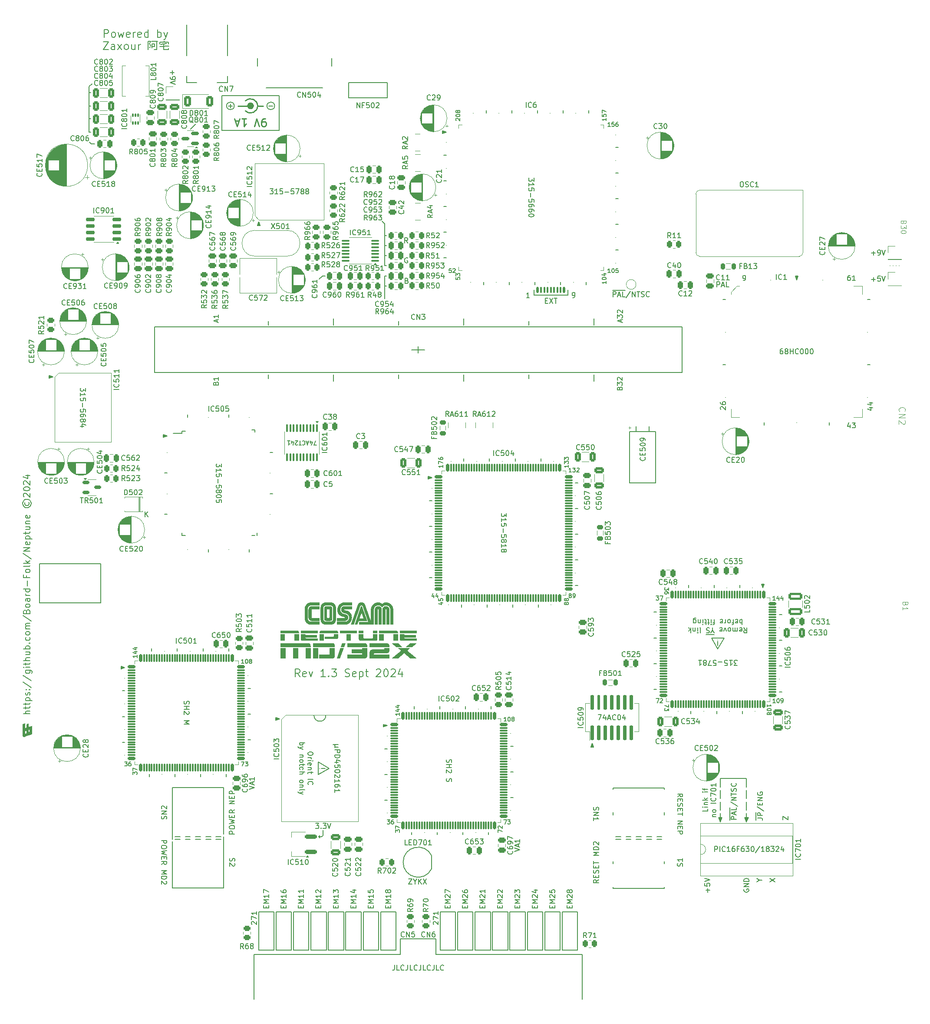
<source format=gto>
G04 #@! TF.GenerationSoftware,KiCad,Pcbnew,8.0.4*
G04 #@! TF.CreationDate,2024-09-05T16:31:49+02:00*
G04 #@! TF.ProjectId,Neptune,4e657074-756e-4652-9e6b-696361645f70,rev?*
G04 #@! TF.SameCoordinates,Original*
G04 #@! TF.FileFunction,Legend,Top*
G04 #@! TF.FilePolarity,Positive*
%FSLAX46Y46*%
G04 Gerber Fmt 4.6, Leading zero omitted, Abs format (unit mm)*
G04 Created by KiCad (PCBNEW 8.0.4) date 2024-09-05 16:31:49*
%MOMM*%
%LPD*%
G01*
G04 APERTURE LIST*
G04 Aperture macros list*
%AMRoundRect*
0 Rectangle with rounded corners*
0 $1 Rounding radius*
0 $2 $3 $4 $5 $6 $7 $8 $9 X,Y pos of 4 corners*
0 Add a 4 corners polygon primitive as box body*
4,1,4,$2,$3,$4,$5,$6,$7,$8,$9,$2,$3,0*
0 Add four circle primitives for the rounded corners*
1,1,$1+$1,$2,$3*
1,1,$1+$1,$4,$5*
1,1,$1+$1,$6,$7*
1,1,$1+$1,$8,$9*
0 Add four rect primitives between the rounded corners*
20,1,$1+$1,$2,$3,$4,$5,0*
20,1,$1+$1,$4,$5,$6,$7,0*
20,1,$1+$1,$6,$7,$8,$9,0*
20,1,$1+$1,$8,$9,$2,$3,0*%
%AMFreePoly0*
4,1,9,5.362500,-0.866500,1.237500,-0.866500,1.237500,-0.450000,-1.237500,-0.450000,-1.237500,0.450000,1.237500,0.450000,1.237500,0.866500,5.362500,0.866500,5.362500,-0.866500,5.362500,-0.866500,$1*%
G04 Aperture macros list end*
%ADD10C,0.200000*%
%ADD11C,0.150000*%
%ADD12C,0.000000*%
%ADD13C,0.250000*%
%ADD14C,0.675000*%
%ADD15C,0.180000*%
%ADD16C,0.100000*%
%ADD17C,0.120000*%
%ADD18C,1.000000*%
%ADD19RoundRect,0.150000X0.150000X-1.325000X0.150000X1.325000X-0.150000X1.325000X-0.150000X-1.325000X0*%
%ADD20RoundRect,0.147500X0.147500X-1.327500X0.147500X1.327500X-0.147500X1.327500X-0.147500X-1.327500X0*%
%ADD21R,0.800000X0.500000*%
%ADD22R,0.800000X0.400000*%
%ADD23RoundRect,0.250000X0.325000X0.650000X-0.325000X0.650000X-0.325000X-0.650000X0.325000X-0.650000X0*%
%ADD24RoundRect,0.250000X0.475000X-0.250000X0.475000X0.250000X-0.475000X0.250000X-0.475000X-0.250000X0*%
%ADD25O,2.400000X2.000000*%
%ADD26RoundRect,0.250000X0.262500X0.450000X-0.262500X0.450000X-0.262500X-0.450000X0.262500X-0.450000X0*%
%ADD27R,1.600000X1.600000*%
%ADD28C,1.600000*%
%ADD29RoundRect,0.218750X0.218750X0.381250X-0.218750X0.381250X-0.218750X-0.381250X0.218750X-0.381250X0*%
%ADD30RoundRect,0.218750X-0.218750X-0.381250X0.218750X-0.381250X0.218750X0.381250X-0.218750X0.381250X0*%
%ADD31RoundRect,0.250000X0.250000X0.475000X-0.250000X0.475000X-0.250000X-0.475000X0.250000X-0.475000X0*%
%ADD32O,1.600000X1.600000*%
%ADD33RoundRect,0.250000X0.450000X-0.262500X0.450000X0.262500X-0.450000X0.262500X-0.450000X-0.262500X0*%
%ADD34RoundRect,0.162500X-0.575000X-0.162500X0.575000X-0.162500X0.575000X0.162500X-0.575000X0.162500X0*%
%ADD35RoundRect,0.075000X-0.662500X-0.075000X0.662500X-0.075000X0.662500X0.075000X-0.662500X0.075000X0*%
%ADD36RoundRect,0.162500X-0.162500X-0.575000X0.162500X-0.575000X0.162500X0.575000X-0.162500X0.575000X0*%
%ADD37RoundRect,0.075000X-0.075000X-0.662500X0.075000X-0.662500X0.075000X0.662500X-0.075000X0.662500X0*%
%ADD38RoundRect,0.250000X-0.325000X-0.650000X0.325000X-0.650000X0.325000X0.650000X-0.325000X0.650000X0*%
%ADD39R,2.000000X0.650000*%
%ADD40R,2.000000X0.300000*%
%ADD41R,0.650000X2.000000*%
%ADD42R,0.300000X2.000000*%
%ADD43RoundRect,0.250000X-0.250000X-0.475000X0.250000X-0.475000X0.250000X0.475000X-0.250000X0.475000X0*%
%ADD44R,3.500000X3.000000*%
%ADD45R,1.700000X1.700000*%
%ADD46R,0.700000X2.600000*%
%ADD47R,2.600000X0.700000*%
%ADD48RoundRect,0.250000X0.650000X-0.325000X0.650000X0.325000X-0.650000X0.325000X-0.650000X-0.325000X0*%
%ADD49O,3.600000X2.400000*%
%ADD50O,2.400000X3.000000*%
%ADD51O,2.800000X3.600000*%
%ADD52O,2.000000X2.400000*%
%ADD53RoundRect,0.218750X-0.381250X0.218750X-0.381250X-0.218750X0.381250X-0.218750X0.381250X0.218750X0*%
%ADD54RoundRect,0.250000X-0.262500X-0.450000X0.262500X-0.450000X0.262500X0.450000X-0.262500X0.450000X0*%
%ADD55C,1.500000*%
%ADD56RoundRect,0.142500X-0.142500X-0.457500X0.142500X-0.457500X0.142500X0.457500X-0.142500X0.457500X0*%
%ADD57RoundRect,0.105000X-0.105000X-0.495000X0.105000X-0.495000X0.105000X0.495000X-0.105000X0.495000X0*%
%ADD58RoundRect,0.075000X-0.075000X0.260000X-0.075000X-0.260000X0.075000X-0.260000X0.075000X0.260000X0*%
%ADD59RoundRect,0.250000X-0.475000X0.250000X-0.475000X-0.250000X0.475000X-0.250000X0.475000X0.250000X0*%
%ADD60R,0.500000X0.800000*%
%ADD61R,0.400000X0.800000*%
%ADD62RoundRect,0.150000X-0.512500X-0.150000X0.512500X-0.150000X0.512500X0.150000X-0.512500X0.150000X0*%
%ADD63RoundRect,0.162500X-0.162500X0.575000X-0.162500X-0.575000X0.162500X-0.575000X0.162500X0.575000X0*%
%ADD64RoundRect,0.075000X-0.075000X0.662500X-0.075000X-0.662500X0.075000X-0.662500X0.075000X0.662500X0*%
%ADD65RoundRect,0.162500X-0.575000X0.162500X-0.575000X-0.162500X0.575000X-0.162500X0.575000X0.162500X0*%
%ADD66RoundRect,0.075000X-0.662500X0.075000X-0.662500X-0.075000X0.662500X-0.075000X0.662500X0.075000X0*%
%ADD67C,2.000000*%
%ADD68O,2.000000X2.500000*%
%ADD69RoundRect,0.250000X-0.450000X0.262500X-0.450000X-0.262500X0.450000X-0.262500X0.450000X0.262500X0*%
%ADD70O,1.800000X2.800000*%
%ADD71R,2.000000X2.000000*%
%ADD72O,2.000000X2.000000*%
%ADD73RoundRect,0.100000X0.637500X0.100000X-0.637500X0.100000X-0.637500X-0.100000X0.637500X-0.100000X0*%
%ADD74O,1.600000X2.000000*%
%ADD75O,3.000000X4.400000*%
%ADD76O,4.400000X3.000000*%
%ADD77RoundRect,0.150000X0.725000X0.150000X-0.725000X0.150000X-0.725000X-0.150000X0.725000X-0.150000X0*%
%ADD78RoundRect,0.150000X0.587500X0.150000X-0.587500X0.150000X-0.587500X-0.150000X0.587500X-0.150000X0*%
%ADD79RoundRect,0.250000X-0.450000X-0.800000X0.450000X-0.800000X0.450000X0.800000X-0.450000X0.800000X0*%
%ADD80RoundRect,0.100000X-0.100000X0.637500X-0.100000X-0.637500X0.100000X-0.637500X0.100000X0.637500X0*%
%ADD81RoundRect,0.250000X-0.650000X0.325000X-0.650000X-0.325000X0.650000X-0.325000X0.650000X0.325000X0*%
%ADD82R,2.000000X0.500000*%
%ADD83O,1.100000X1.600000*%
%ADD84RoundRect,0.225000X0.925000X0.225000X-0.925000X0.225000X-0.925000X-0.225000X0.925000X-0.225000X0*%
%ADD85FreePoly0,180.000000*%
%ADD86RoundRect,0.162500X-0.587500X-0.162500X0.587500X-0.162500X0.587500X0.162500X-0.587500X0.162500X0*%
%ADD87RoundRect,0.075000X-0.675000X-0.075000X0.675000X-0.075000X0.675000X0.075000X-0.675000X0.075000X0*%
%ADD88RoundRect,0.162500X-0.162500X-0.587500X0.162500X-0.587500X0.162500X0.587500X-0.162500X0.587500X0*%
%ADD89RoundRect,0.075000X-0.075000X-0.675000X0.075000X-0.675000X0.075000X0.675000X-0.075000X0.675000X0*%
%ADD90RoundRect,0.250001X-1.074999X0.462499X-1.074999X-0.462499X1.074999X-0.462499X1.074999X0.462499X0*%
%ADD91C,1.800000*%
%ADD92R,8.000000X1.778000*%
%ADD93R,2.050000X0.500000*%
%ADD94R,0.500000X1.900000*%
%ADD95R,0.500000X2.000000*%
G04 APERTURE END LIST*
D10*
X187710000Y-188200000D02*
X187710000Y-188200000D01*
D11*
X200750000Y-88350000D02*
X200400000Y-88350000D01*
X142780850Y-66211700D02*
X143119150Y-66550000D01*
D12*
G36*
X199180724Y-156653866D02*
G01*
X199221476Y-156656054D01*
X199260874Y-156659700D01*
X199298917Y-156664805D01*
X199335606Y-156671369D01*
X199370940Y-156679390D01*
X199404921Y-156688871D01*
X199437546Y-156699810D01*
X199468818Y-156712207D01*
X199498735Y-156726063D01*
X199527298Y-156741377D01*
X199554506Y-156758150D01*
X199580361Y-156776381D01*
X199604861Y-156796071D01*
X199628006Y-156817219D01*
X199649798Y-156839826D01*
X199670250Y-156862989D01*
X199689383Y-156886916D01*
X199707196Y-156911606D01*
X199723690Y-156937061D01*
X199738865Y-156963280D01*
X199752720Y-156990263D01*
X199765256Y-157018009D01*
X199776472Y-157046520D01*
X199786369Y-157075795D01*
X199794946Y-157105834D01*
X199802204Y-157136636D01*
X199808142Y-157168203D01*
X199812761Y-157200534D01*
X199816060Y-157233628D01*
X199818039Y-157267487D01*
X199818699Y-157302110D01*
X199818699Y-159040106D01*
X199223068Y-159040106D01*
X199223075Y-157302110D01*
X199222971Y-157298829D01*
X199222659Y-157295651D01*
X199222138Y-157292578D01*
X199221409Y-157289609D01*
X199220472Y-157286744D01*
X199219326Y-157283984D01*
X199217972Y-157281327D01*
X199216410Y-157278775D01*
X199214639Y-157276326D01*
X199212659Y-157273982D01*
X199210472Y-157271742D01*
X199208076Y-157269606D01*
X199205471Y-157267575D01*
X199202658Y-157265648D01*
X199199636Y-157263825D01*
X199196406Y-157262106D01*
X199192534Y-157260491D01*
X199188697Y-157258980D01*
X199184894Y-157257573D01*
X199181126Y-157256271D01*
X199177393Y-157255073D01*
X199173695Y-157253979D01*
X199170031Y-157252989D01*
X199166402Y-157252104D01*
X199162808Y-157251323D01*
X199159248Y-157250646D01*
X199155723Y-157250073D01*
X199152233Y-157249604D01*
X199148777Y-157249240D01*
X199145356Y-157248979D01*
X199141970Y-157248823D01*
X199138618Y-157248771D01*
X199135285Y-157248823D01*
X199131951Y-157248979D01*
X199128618Y-157249240D01*
X199125285Y-157249604D01*
X199121951Y-157250073D01*
X199118618Y-157250646D01*
X199115285Y-157251323D01*
X199111951Y-157252104D01*
X199108617Y-157252989D01*
X199105284Y-157253979D01*
X199101950Y-157255073D01*
X199098616Y-157256271D01*
X199095282Y-157257573D01*
X199091948Y-157258980D01*
X199088614Y-157260491D01*
X199085279Y-157262106D01*
X199081511Y-157263825D01*
X199077986Y-157265648D01*
X199074704Y-157267575D01*
X199071666Y-157269606D01*
X199068870Y-157271742D01*
X199066317Y-157273982D01*
X199064008Y-157276326D01*
X199062944Y-157277537D01*
X199061941Y-157278775D01*
X199060999Y-157280038D01*
X199060117Y-157281327D01*
X199059297Y-157282642D01*
X199058537Y-157283984D01*
X199057838Y-157285351D01*
X199057200Y-157286744D01*
X199056622Y-157288164D01*
X199056106Y-157289609D01*
X199055650Y-157291081D01*
X199055255Y-157292578D01*
X199054920Y-157294102D01*
X199054647Y-157295651D01*
X199054434Y-157297227D01*
X199054282Y-157298829D01*
X199054160Y-157302110D01*
X199054160Y-159040106D01*
X198458530Y-159040106D01*
X198458530Y-157302110D01*
X198459190Y-157267487D01*
X198461169Y-157233628D01*
X198464468Y-157200534D01*
X198469087Y-157168203D01*
X198475025Y-157136636D01*
X198482283Y-157105834D01*
X198490861Y-157075795D01*
X198500758Y-157046520D01*
X198511975Y-157018009D01*
X198524512Y-156990263D01*
X198538368Y-156963280D01*
X198553544Y-156937061D01*
X198570040Y-156911606D01*
X198587855Y-156886916D01*
X198606990Y-156862989D01*
X198627445Y-156839826D01*
X198649235Y-156817219D01*
X198672380Y-156796071D01*
X198696879Y-156776381D01*
X198722733Y-156758150D01*
X198749941Y-156741377D01*
X198778504Y-156726063D01*
X198808421Y-156712207D01*
X198839693Y-156699810D01*
X198872318Y-156688871D01*
X198906299Y-156679390D01*
X198941633Y-156671369D01*
X198978322Y-156664805D01*
X199016364Y-156659700D01*
X199055761Y-156656054D01*
X199096513Y-156653866D01*
X199138618Y-156653137D01*
X199180724Y-156653866D01*
G37*
G36*
X187684815Y-157235433D02*
G01*
X186209069Y-157235433D01*
X186205719Y-157235555D01*
X186202333Y-157235919D01*
X186198913Y-157236527D01*
X186195458Y-157237378D01*
X186191968Y-157238472D01*
X186188444Y-157239809D01*
X186184884Y-157241389D01*
X186181290Y-157243212D01*
X186177661Y-157245278D01*
X186173997Y-157247588D01*
X186170298Y-157250140D01*
X186166565Y-157252935D01*
X186162796Y-157255974D01*
X186158993Y-157259256D01*
X186155154Y-157262781D01*
X186151281Y-157266548D01*
X186148052Y-157270525D01*
X186145031Y-157274674D01*
X186142218Y-157278998D01*
X186139614Y-157283495D01*
X186137218Y-157288165D01*
X186135030Y-157293009D01*
X186133051Y-157298027D01*
X186131280Y-157303219D01*
X186129717Y-157308584D01*
X186128363Y-157314123D01*
X186127217Y-157319835D01*
X186126279Y-157325721D01*
X186125550Y-157331781D01*
X186125029Y-157338014D01*
X186124716Y-157344422D01*
X186124612Y-157351002D01*
X186124612Y-158795632D01*
X186124838Y-158809628D01*
X186125515Y-158822720D01*
X186126644Y-158834909D01*
X186128224Y-158846195D01*
X186130256Y-158856578D01*
X186132739Y-158866059D01*
X186135674Y-158874636D01*
X186139060Y-158882310D01*
X186142898Y-158889082D01*
X186147187Y-158894950D01*
X186149501Y-158897546D01*
X186151928Y-158899916D01*
X186154467Y-158902060D01*
X186157119Y-158903979D01*
X186159885Y-158905672D01*
X186162763Y-158907139D01*
X186165753Y-158908380D01*
X186168857Y-158909396D01*
X186172074Y-158910186D01*
X186175403Y-158910750D01*
X186178845Y-158911089D01*
X186182400Y-158911202D01*
X187684815Y-158911202D01*
X187684815Y-159502386D01*
X186129061Y-159502386D01*
X186109772Y-159502143D01*
X186090794Y-159501414D01*
X186072130Y-159500199D01*
X186053777Y-159498497D01*
X186035737Y-159496309D01*
X186018009Y-159493635D01*
X186000594Y-159490475D01*
X185983491Y-159486829D01*
X185966701Y-159482696D01*
X185950223Y-159478078D01*
X185934058Y-159472973D01*
X185918205Y-159467382D01*
X185902665Y-159461304D01*
X185887437Y-159454741D01*
X185872521Y-159447691D01*
X185857919Y-159440156D01*
X185843628Y-159432238D01*
X185829651Y-159424042D01*
X185815986Y-159415569D01*
X185802633Y-159406818D01*
X185789594Y-159397789D01*
X185776866Y-159388483D01*
X185764452Y-159378898D01*
X185752349Y-159369036D01*
X185740560Y-159358896D01*
X185729082Y-159348478D01*
X185717917Y-159337782D01*
X185707065Y-159326809D01*
X185696524Y-159315557D01*
X185686296Y-159304028D01*
X185676381Y-159292221D01*
X185666777Y-159280136D01*
X185657471Y-159267826D01*
X185648443Y-159255342D01*
X185639693Y-159242684D01*
X185631220Y-159229853D01*
X185623025Y-159216848D01*
X185615108Y-159203669D01*
X185607469Y-159190317D01*
X185600107Y-159176791D01*
X185593023Y-159163091D01*
X185586217Y-159149218D01*
X185579689Y-159135171D01*
X185573439Y-159120950D01*
X185567466Y-159106555D01*
X185561771Y-159091987D01*
X185556354Y-159077245D01*
X185551215Y-159062329D01*
X185542879Y-159031354D01*
X185535656Y-159000656D01*
X185529543Y-158970237D01*
X185524543Y-158940095D01*
X185520654Y-158910230D01*
X185517876Y-158880643D01*
X185516209Y-158851334D01*
X185515653Y-158822302D01*
X185515653Y-157324333D01*
X185516209Y-157295371D01*
X185517876Y-157266269D01*
X185520654Y-157237029D01*
X185524543Y-157207651D01*
X185529543Y-157178133D01*
X185535656Y-157148477D01*
X185542879Y-157118682D01*
X185551215Y-157088748D01*
X185556354Y-157073295D01*
X185561771Y-157058050D01*
X185567466Y-157043013D01*
X185573439Y-157028184D01*
X185579689Y-157013564D01*
X185586217Y-156999153D01*
X185593023Y-156984949D01*
X185600107Y-156970954D01*
X185607469Y-156957168D01*
X185615108Y-156943590D01*
X185623025Y-156930220D01*
X185631220Y-156917059D01*
X185639693Y-156904106D01*
X185648443Y-156891362D01*
X185657471Y-156878826D01*
X185666777Y-156866498D01*
X185676381Y-156854414D01*
X185686296Y-156842607D01*
X185696524Y-156831077D01*
X185707065Y-156819826D01*
X185717917Y-156808853D01*
X185729082Y-156798157D01*
X185740560Y-156787739D01*
X185752349Y-156777599D01*
X185764452Y-156767737D01*
X185776866Y-156758152D01*
X185789594Y-156748846D01*
X185802633Y-156739817D01*
X185815986Y-156731066D01*
X185829651Y-156722592D01*
X185843628Y-156714397D01*
X185857919Y-156706479D01*
X185872521Y-156698943D01*
X185887437Y-156691894D01*
X185902665Y-156685330D01*
X185918205Y-156679253D01*
X185934058Y-156673662D01*
X185950223Y-156668557D01*
X185966701Y-156663939D01*
X185983491Y-156659806D01*
X186000594Y-156656160D01*
X186018009Y-156653000D01*
X186035737Y-156650326D01*
X186053777Y-156648138D01*
X186072130Y-156646436D01*
X186090794Y-156645221D01*
X186109772Y-156644492D01*
X186129061Y-156644248D01*
X187684815Y-156644248D01*
X187684815Y-157235433D01*
G37*
G36*
X185962870Y-166808604D02*
G01*
X184938669Y-166808604D01*
X184938669Y-164824996D01*
X185962870Y-164824996D01*
X185962870Y-166808604D01*
G37*
D11*
X142750000Y-56625000D02*
X143075000Y-56625000D01*
D12*
G36*
X199818720Y-160253594D02*
G01*
X199222938Y-160253594D01*
X199222938Y-158794613D01*
X199818720Y-158794613D01*
X199818720Y-160253594D01*
G37*
D11*
X142750000Y-64300000D02*
X143075000Y-64300000D01*
D13*
X173250000Y-58200000D02*
G75*
G02*
X173250000Y-60150000I975000J-975000D01*
G01*
D12*
G36*
X195892493Y-155893666D02*
G01*
X195928609Y-155895541D01*
X195963613Y-155898667D01*
X195997506Y-155903042D01*
X196030287Y-155908668D01*
X196061957Y-155915543D01*
X196092516Y-155923669D01*
X196107379Y-155928201D01*
X196121964Y-155933045D01*
X196136288Y-155938167D01*
X196150369Y-155943532D01*
X196164207Y-155949140D01*
X196177801Y-155954992D01*
X196191153Y-155961086D01*
X196204262Y-155967424D01*
X196217128Y-155974004D01*
X196229751Y-155980828D01*
X196242130Y-155987895D01*
X196254267Y-155995204D01*
X196266161Y-156002757D01*
X196277811Y-156010553D01*
X196289219Y-156018593D01*
X196300384Y-156026875D01*
X196311305Y-156035400D01*
X196321984Y-156044168D01*
X196332975Y-156052590D01*
X196343722Y-156061185D01*
X196354227Y-156069954D01*
X196364488Y-156078896D01*
X196374507Y-156088012D01*
X196384282Y-156097302D01*
X196393815Y-156106765D01*
X196403104Y-156116401D01*
X196412151Y-156126212D01*
X196420954Y-156136195D01*
X196429515Y-156146353D01*
X196437832Y-156156684D01*
X196445907Y-156167189D01*
X196453738Y-156177867D01*
X196461327Y-156188719D01*
X196468672Y-156199745D01*
X196482771Y-156220997D01*
X196496175Y-156242527D01*
X196508885Y-156264335D01*
X196520900Y-156286422D01*
X196532221Y-156308786D01*
X196542847Y-156331428D01*
X196552779Y-156354347D01*
X196562015Y-156377545D01*
X197935519Y-160253590D01*
X195348527Y-160253590D01*
X195348527Y-159733528D01*
X197193207Y-159733528D01*
X196064176Y-156599795D01*
X196062301Y-156594274D01*
X196060008Y-156588822D01*
X196057299Y-156583439D01*
X196054174Y-156578126D01*
X196050632Y-156572883D01*
X196046673Y-156567709D01*
X196042297Y-156562604D01*
X196037504Y-156557569D01*
X196032295Y-156552603D01*
X196026669Y-156547707D01*
X196020627Y-156542880D01*
X196014167Y-156538122D01*
X196007291Y-156533434D01*
X195999998Y-156528816D01*
X195992288Y-156524267D01*
X195984161Y-156519787D01*
X195975845Y-156515481D01*
X195967563Y-156511453D01*
X195959317Y-156507703D01*
X195951105Y-156504230D01*
X195942927Y-156501035D01*
X195934784Y-156498118D01*
X195926676Y-156495479D01*
X195918603Y-156493118D01*
X195910564Y-156491035D01*
X195902561Y-156489229D01*
X195894591Y-156487701D01*
X195886657Y-156486451D01*
X195878757Y-156485479D01*
X195870891Y-156484785D01*
X195863060Y-156484368D01*
X195855264Y-156484229D01*
X195846408Y-156484368D01*
X195837621Y-156484785D01*
X195828904Y-156485479D01*
X195820257Y-156486451D01*
X195811679Y-156487701D01*
X195803171Y-156489229D01*
X195794732Y-156491035D01*
X195786363Y-156493118D01*
X195778063Y-156495479D01*
X195769833Y-156498118D01*
X195761673Y-156501035D01*
X195753581Y-156504230D01*
X195745560Y-156507703D01*
X195737607Y-156511453D01*
X195729724Y-156515481D01*
X195721911Y-156519787D01*
X195714862Y-156524267D01*
X195708160Y-156528816D01*
X195701805Y-156533434D01*
X195695797Y-156538122D01*
X195690137Y-156542880D01*
X195684824Y-156547707D01*
X195679858Y-156552603D01*
X195675239Y-156557569D01*
X195670967Y-156562604D01*
X195667043Y-156567709D01*
X195663465Y-156572883D01*
X195660235Y-156578126D01*
X195657353Y-156583439D01*
X195654817Y-156588822D01*
X195652629Y-156594274D01*
X195650788Y-156599795D01*
X194366184Y-160253590D01*
X193774996Y-160253590D01*
X195148500Y-156377545D01*
X195156698Y-156354347D01*
X195165728Y-156331428D01*
X195175591Y-156308786D01*
X195186286Y-156286422D01*
X195197815Y-156264335D01*
X195210177Y-156242527D01*
X195223372Y-156220997D01*
X195237400Y-156199745D01*
X195244727Y-156188719D01*
X195252263Y-156177867D01*
X195260007Y-156167188D01*
X195267959Y-156156683D01*
X195276120Y-156146351D01*
X195284490Y-156136194D01*
X195293067Y-156126209D01*
X195301854Y-156116399D01*
X195310849Y-156106762D01*
X195320052Y-156097299D01*
X195329463Y-156088009D01*
X195339083Y-156078894D01*
X195348911Y-156069952D01*
X195358948Y-156061183D01*
X195369193Y-156052589D01*
X195379646Y-156044168D01*
X195390862Y-156035400D01*
X195402287Y-156026875D01*
X195413920Y-156018593D01*
X195425761Y-156010553D01*
X195437811Y-156002757D01*
X195450069Y-155995204D01*
X195462536Y-155987895D01*
X195475211Y-155980828D01*
X195488095Y-155974004D01*
X195501187Y-155967424D01*
X195514487Y-155961086D01*
X195527996Y-155954992D01*
X195541713Y-155949140D01*
X195555639Y-155943532D01*
X195569773Y-155938167D01*
X195584115Y-155933045D01*
X195599238Y-155928201D01*
X195614604Y-155923669D01*
X195630214Y-155919450D01*
X195646066Y-155915543D01*
X195662162Y-155911949D01*
X195678501Y-155908668D01*
X195695083Y-155905699D01*
X195711908Y-155903042D01*
X195746288Y-155898667D01*
X195781641Y-155895541D01*
X195817966Y-155893666D01*
X195855264Y-155893041D01*
X195892493Y-155893666D01*
G37*
D11*
X200750000Y-92275000D02*
X200400000Y-92275000D01*
D12*
G36*
X187396752Y-166808604D02*
G01*
X186372551Y-166808604D01*
X186372551Y-164825000D01*
X187396752Y-164825000D01*
X187396752Y-166808604D01*
G37*
D11*
X142750000Y-59175000D02*
X143075000Y-59175000D01*
X200400000Y-82175000D02*
X199875000Y-81650000D01*
D12*
G36*
X204793566Y-165324443D02*
G01*
X206610792Y-166808604D01*
X205381750Y-166808604D01*
X204179045Y-165827430D01*
X202976340Y-166808604D01*
X201747297Y-166808604D01*
X203564520Y-165324443D01*
X202952925Y-164825000D01*
X205405157Y-164825000D01*
X204793566Y-165324443D01*
G37*
D11*
X203403200Y-224459800D02*
X203403200Y-221462600D01*
D12*
G36*
X180894474Y-163381305D02*
G01*
X180025381Y-163381305D01*
X180025381Y-162061638D01*
X180894474Y-162061638D01*
X180894474Y-163381305D01*
G37*
G36*
X200534019Y-160253594D02*
G01*
X199938711Y-160253594D01*
X199938711Y-158794613D01*
X200534019Y-158794613D01*
X200534019Y-160253594D01*
G37*
G36*
X205709494Y-164577048D02*
G01*
X204483381Y-164577048D01*
X205393454Y-163833194D01*
X206622500Y-163833194D01*
X205709494Y-164577048D01*
G37*
D11*
X188087500Y-201500000D02*
X187512500Y-201500000D01*
X189520000Y-188200000D02*
X187410000Y-189440000D01*
X187410000Y-186960000D01*
X189520000Y-188200000D01*
D12*
G36*
X198298342Y-160253594D02*
G01*
X197698379Y-160253594D01*
X197698379Y-158794613D01*
X198298342Y-158794613D01*
X198298342Y-160253594D01*
G37*
G36*
X130305300Y-180373253D02*
G01*
X130505301Y-180306590D01*
X130505301Y-179656591D01*
X130723537Y-179558880D01*
X130840533Y-179506893D01*
X130955299Y-179456590D01*
X130955299Y-180155346D01*
X131630297Y-179931587D01*
X131631550Y-181429920D01*
X131631350Y-181438269D01*
X131630757Y-181446573D01*
X131629780Y-181454823D01*
X131628432Y-181463011D01*
X131626721Y-181471127D01*
X131624658Y-181479162D01*
X131622254Y-181487107D01*
X131619519Y-181494953D01*
X131616463Y-181502690D01*
X131613097Y-181510311D01*
X131609431Y-181517805D01*
X131605476Y-181525163D01*
X131601242Y-181532377D01*
X131596739Y-181539438D01*
X131591977Y-181546336D01*
X131586968Y-181553062D01*
X131576246Y-181565963D01*
X131564657Y-181578068D01*
X131552284Y-181589305D01*
X131539210Y-181599600D01*
X131525517Y-181608882D01*
X131518465Y-181613121D01*
X131511289Y-181617078D01*
X131504000Y-181620746D01*
X131496609Y-181624115D01*
X131489125Y-181627176D01*
X131481559Y-181629920D01*
X131000000Y-181800000D01*
X130990959Y-181803054D01*
X130981964Y-181805812D01*
X130973024Y-181808267D01*
X130964146Y-181810411D01*
X130959369Y-181811402D01*
X130955339Y-181812238D01*
X130946612Y-181813741D01*
X130937973Y-181814913D01*
X130929431Y-181815748D01*
X130920993Y-181816238D01*
X130912669Y-181816376D01*
X130904467Y-181816156D01*
X130896394Y-181815570D01*
X130888461Y-181814612D01*
X130880674Y-181813275D01*
X130873043Y-181811552D01*
X130865575Y-181809436D01*
X130858280Y-181806920D01*
X130851166Y-181803998D01*
X130844240Y-181800662D01*
X130837513Y-181796905D01*
X130830991Y-181792721D01*
X130824684Y-181788103D01*
X130818599Y-181783043D01*
X130812746Y-181777536D01*
X130807133Y-181771573D01*
X130801768Y-181765149D01*
X130796659Y-181758256D01*
X130791815Y-181750887D01*
X130787245Y-181743035D01*
X130782956Y-181734695D01*
X130778958Y-181725857D01*
X130775259Y-181716517D01*
X130774669Y-181727736D01*
X130773818Y-181738596D01*
X130772710Y-181749103D01*
X130771349Y-181759262D01*
X130769739Y-181769077D01*
X130767884Y-181778555D01*
X130765787Y-181787699D01*
X130763454Y-181796515D01*
X130760887Y-181805008D01*
X130758090Y-181813182D01*
X130755069Y-181821044D01*
X130751825Y-181828598D01*
X130748365Y-181835849D01*
X130744691Y-181842801D01*
X130740807Y-181849461D01*
X130736718Y-181855833D01*
X130732427Y-181861922D01*
X130727938Y-181867733D01*
X130723256Y-181873272D01*
X130718384Y-181878542D01*
X130713326Y-181883550D01*
X130708086Y-181888300D01*
X130702669Y-181892798D01*
X130697077Y-181897047D01*
X130691316Y-181901054D01*
X130685388Y-181904824D01*
X130679299Y-181908361D01*
X130673051Y-181911670D01*
X130666649Y-181914757D01*
X130660097Y-181917626D01*
X130646559Y-181922732D01*
X130305300Y-182038649D01*
X130105300Y-182106584D01*
X130091326Y-182110877D01*
X130077368Y-182114278D01*
X130063456Y-182116808D01*
X130049617Y-182118488D01*
X130035878Y-182119339D01*
X130022268Y-182119383D01*
X130008815Y-182118641D01*
X129995546Y-182117134D01*
X129982491Y-182114883D01*
X129969676Y-182111909D01*
X129957130Y-182108234D01*
X129944880Y-182103879D01*
X129932956Y-182098864D01*
X129921384Y-182093212D01*
X129910192Y-182086943D01*
X129899410Y-182080079D01*
X129889064Y-182072641D01*
X129879182Y-182064650D01*
X129869794Y-182056127D01*
X129860926Y-182047093D01*
X129852606Y-182037570D01*
X129844863Y-182027579D01*
X129837725Y-182017141D01*
X129831219Y-182006277D01*
X129825374Y-181995008D01*
X129820218Y-181983357D01*
X129815778Y-181971343D01*
X129812082Y-181958988D01*
X129809159Y-181946313D01*
X129807037Y-181933340D01*
X129805743Y-181920090D01*
X129805305Y-181906583D01*
X129805305Y-180963566D01*
X130305300Y-180963566D01*
X130305300Y-181463574D01*
X130505301Y-181399611D01*
X130505301Y-180899603D01*
X130305300Y-180963566D01*
X129805305Y-180963566D01*
X129805305Y-180712211D01*
X130959369Y-180712211D01*
X130959369Y-181212220D01*
X131159370Y-181148257D01*
X131159370Y-180648249D01*
X130959369Y-180712211D01*
X129805305Y-180712211D01*
X129805305Y-179631593D01*
X130305300Y-179441901D01*
X130305300Y-180373253D01*
G37*
D11*
X238912400Y-233200000D02*
X238912400Y-224459800D01*
X188250000Y-92275000D02*
X187600000Y-92925000D01*
X178925000Y-59175000D02*
G75*
G02*
X177425000Y-59175000I-750000J0D01*
G01*
X177425000Y-59175000D02*
G75*
G02*
X178925000Y-59175000I750000J0D01*
G01*
X133037500Y-148350000D02*
X145037500Y-148350000D01*
X145037500Y-155975000D01*
X133037500Y-155975000D01*
X133037500Y-148350000D01*
D12*
G36*
X196485988Y-163833920D02*
G01*
X196520155Y-163836099D01*
X196553202Y-163839731D01*
X196585129Y-163844816D01*
X196615935Y-163851354D01*
X196645621Y-163859345D01*
X196674187Y-163868788D01*
X196701633Y-163879684D01*
X196727958Y-163892034D01*
X196753163Y-163905836D01*
X196777248Y-163921090D01*
X196800213Y-163937798D01*
X196822057Y-163955959D01*
X196842781Y-163975572D01*
X196862385Y-163996638D01*
X196880869Y-164019157D01*
X196898232Y-164043129D01*
X196914475Y-164068554D01*
X196929598Y-164095431D01*
X196943601Y-164123762D01*
X196956483Y-164153545D01*
X196968245Y-164184781D01*
X196978887Y-164217470D01*
X196988409Y-164251612D01*
X196996811Y-164287206D01*
X197004092Y-164324254D01*
X197010253Y-164362754D01*
X197015294Y-164402707D01*
X197019215Y-164444113D01*
X197022016Y-164486972D01*
X197023696Y-164531284D01*
X197024256Y-164577048D01*
X193132288Y-164577048D01*
X193132288Y-163833194D01*
X196450701Y-163833194D01*
X196485988Y-163833920D01*
G37*
D11*
X210413600Y-221462600D02*
X206908400Y-221462600D01*
D12*
G36*
X187325760Y-161896681D02*
G01*
X184023207Y-161896681D01*
X184023207Y-161401806D01*
X187325760Y-161401806D01*
X187325760Y-161896681D01*
G37*
G36*
X189700834Y-156644940D02*
G01*
X189737021Y-156647023D01*
X189754437Y-156648586D01*
X189771401Y-156650496D01*
X189787913Y-156652753D01*
X189803974Y-156655358D01*
X189819584Y-156658310D01*
X189834741Y-156661609D01*
X189849448Y-156665255D01*
X189863702Y-156669249D01*
X189877506Y-156673589D01*
X189890857Y-156678277D01*
X189903758Y-156683313D01*
X189916206Y-156688695D01*
X189928812Y-156693835D01*
X189941071Y-156699253D01*
X189952982Y-156704948D01*
X189964546Y-156710921D01*
X189975762Y-156717172D01*
X189986632Y-156723701D01*
X189997154Y-156730507D01*
X190007329Y-156737592D01*
X190017156Y-156744954D01*
X190026637Y-156752593D01*
X190035770Y-156760511D01*
X190044556Y-156768707D01*
X190052995Y-156777180D01*
X190061087Y-156785931D01*
X190068832Y-156794961D01*
X190076229Y-156804268D01*
X190083313Y-156813818D01*
X190090119Y-156823576D01*
X190096647Y-156833543D01*
X190102898Y-156843718D01*
X190108870Y-156854102D01*
X190114565Y-156864693D01*
X190119982Y-156875493D01*
X190125122Y-156886501D01*
X190129983Y-156897718D01*
X190134567Y-156909143D01*
X190138873Y-156920776D01*
X190142902Y-156932618D01*
X190146652Y-156944668D01*
X190150125Y-156956926D01*
X190153320Y-156969393D01*
X190156237Y-156982068D01*
X190161444Y-157007835D01*
X190165956Y-157034019D01*
X190169774Y-157060619D01*
X190172898Y-157087637D01*
X190175327Y-157115071D01*
X190177062Y-157142922D01*
X190178103Y-157171190D01*
X190178450Y-157199875D01*
X190178450Y-158946763D01*
X190178103Y-158984893D01*
X190177062Y-159021496D01*
X190175327Y-159056570D01*
X190172898Y-159090116D01*
X190169774Y-159122134D01*
X190165956Y-159152623D01*
X190161444Y-159181584D01*
X190156237Y-159209017D01*
X190153321Y-159221658D01*
X190150127Y-159234021D01*
X190146655Y-159246106D01*
X190142905Y-159257914D01*
X190138878Y-159269443D01*
X190134572Y-159280695D01*
X190129988Y-159291668D01*
X190125127Y-159302364D01*
X190119987Y-159312782D01*
X190114570Y-159322922D01*
X190108875Y-159332784D01*
X190102901Y-159342369D01*
X190096650Y-159351675D01*
X190090121Y-159360704D01*
X190083314Y-159369455D01*
X190076229Y-159377928D01*
X190069370Y-159386124D01*
X190062130Y-159394042D01*
X190054507Y-159401682D01*
X190046503Y-159409044D01*
X190038117Y-159416128D01*
X190029348Y-159422935D01*
X190020198Y-159429463D01*
X190010666Y-159435714D01*
X190000751Y-159441688D01*
X189990455Y-159447383D01*
X189979777Y-159452800D01*
X189968717Y-159457940D01*
X189957275Y-159462802D01*
X189945450Y-159467386D01*
X189933244Y-159471692D01*
X189920656Y-159475720D01*
X189908206Y-159478950D01*
X189895304Y-159481970D01*
X189868148Y-159487387D01*
X189839186Y-159491971D01*
X189808419Y-159495722D01*
X189775845Y-159498639D01*
X189741467Y-159500723D01*
X189705282Y-159501973D01*
X189667291Y-159502390D01*
X189089430Y-159502390D01*
X189051370Y-159501973D01*
X189014976Y-159500723D01*
X188980250Y-159498639D01*
X188947191Y-159495722D01*
X188915799Y-159491971D01*
X188886073Y-159487387D01*
X188858014Y-159481970D01*
X188831622Y-159475720D01*
X188819555Y-159471692D01*
X188807801Y-159467386D01*
X188796358Y-159462802D01*
X188785228Y-159457940D01*
X188774410Y-159452800D01*
X188763905Y-159447383D01*
X188753712Y-159441688D01*
X188743831Y-159435714D01*
X188734263Y-159429463D01*
X188725008Y-159422935D01*
X188716065Y-159416128D01*
X188707435Y-159409044D01*
X188699118Y-159401682D01*
X188691113Y-159394042D01*
X188683421Y-159386124D01*
X188676042Y-159377928D01*
X188669497Y-159369455D01*
X188663195Y-159360704D01*
X188657136Y-159351675D01*
X188651319Y-159342369D01*
X188645746Y-159332784D01*
X188640416Y-159322922D01*
X188635328Y-159312782D01*
X188630484Y-159302364D01*
X188625883Y-159291668D01*
X188621525Y-159280695D01*
X188617410Y-159269443D01*
X188613538Y-159257914D01*
X188609910Y-159246106D01*
X188606524Y-159234021D01*
X188603382Y-159221658D01*
X188600484Y-159209017D01*
X188595277Y-159181583D01*
X188590764Y-159152621D01*
X188586945Y-159122131D01*
X188583820Y-159090113D01*
X188581389Y-159056567D01*
X188579653Y-159021494D01*
X188578611Y-158984892D01*
X188578264Y-158946763D01*
X188578264Y-158795632D01*
X188578264Y-157351002D01*
X189151661Y-157351002D01*
X189151661Y-158795632D01*
X189151870Y-158808621D01*
X189152495Y-158820914D01*
X189153537Y-158832513D01*
X189154996Y-158843418D01*
X189155882Y-158848610D01*
X189156872Y-158853628D01*
X189157966Y-158858472D01*
X189159164Y-158863143D01*
X189160466Y-158867640D01*
X189161872Y-158871964D01*
X189163382Y-158876114D01*
X189164996Y-158880090D01*
X189166142Y-158882004D01*
X189167358Y-158883858D01*
X189168643Y-158885651D01*
X189169998Y-158887383D01*
X189171422Y-158889054D01*
X189172915Y-158890664D01*
X189174478Y-158892214D01*
X189176110Y-158893703D01*
X189177812Y-158895131D01*
X189179583Y-158896498D01*
X189181424Y-158897805D01*
X189183334Y-158899051D01*
X189185313Y-158900236D01*
X189187362Y-158901360D01*
X189189481Y-158902424D01*
X189191668Y-158903426D01*
X189193926Y-158904368D01*
X189196252Y-158905250D01*
X189198648Y-158906070D01*
X189201114Y-158906830D01*
X189203649Y-158907528D01*
X189206253Y-158908167D01*
X189208927Y-158908744D01*
X189211671Y-158909260D01*
X189217366Y-158910111D01*
X189223339Y-158910719D01*
X189229590Y-158911084D01*
X189236118Y-158911205D01*
X189520596Y-158911205D01*
X189527107Y-158911084D01*
X189533306Y-158910719D01*
X189539192Y-158910111D01*
X189544766Y-158909260D01*
X189550028Y-158908167D01*
X189554977Y-158906830D01*
X189559613Y-158905250D01*
X189563937Y-158903426D01*
X189567948Y-158901360D01*
X189571647Y-158899051D01*
X189575033Y-158896498D01*
X189578106Y-158893703D01*
X189580868Y-158890664D01*
X189583316Y-158887383D01*
X189585452Y-158883858D01*
X189587276Y-158880090D01*
X189589430Y-158876114D01*
X189591445Y-158871964D01*
X189593320Y-158867640D01*
X189595057Y-158863143D01*
X189596655Y-158858472D01*
X189598114Y-158853628D01*
X189599434Y-158848610D01*
X189600615Y-158843418D01*
X189601657Y-158838052D01*
X189602560Y-158832513D01*
X189603324Y-158826801D01*
X189603949Y-158820914D01*
X189604435Y-158814854D01*
X189604782Y-158808621D01*
X189604990Y-158802213D01*
X189605060Y-158795632D01*
X189605060Y-157351002D01*
X189604990Y-157344422D01*
X189604782Y-157338014D01*
X189604435Y-157331781D01*
X189603949Y-157325721D01*
X189603324Y-157319835D01*
X189602560Y-157314123D01*
X189601657Y-157308584D01*
X189600615Y-157303219D01*
X189599434Y-157298027D01*
X189598114Y-157293009D01*
X189596655Y-157288165D01*
X189595057Y-157283495D01*
X189593320Y-157278998D01*
X189591445Y-157274674D01*
X189589430Y-157270525D01*
X189587276Y-157266548D01*
X189586403Y-157264634D01*
X189585452Y-157262781D01*
X189584423Y-157260988D01*
X189583316Y-157259256D01*
X189582131Y-157257585D01*
X189580868Y-157255974D01*
X189579526Y-157254424D01*
X189578106Y-157252935D01*
X189576609Y-157251507D01*
X189575033Y-157250140D01*
X189573379Y-157248833D01*
X189571647Y-157247588D01*
X189569836Y-157246402D01*
X189567948Y-157245278D01*
X189565981Y-157244215D01*
X189563937Y-157243212D01*
X189561814Y-157242270D01*
X189559613Y-157241389D01*
X189557334Y-157240568D01*
X189554977Y-157239809D01*
X189552541Y-157239110D01*
X189550028Y-157238472D01*
X189547436Y-157237894D01*
X189544766Y-157237378D01*
X189542019Y-157236922D01*
X189539192Y-157236527D01*
X189536288Y-157236193D01*
X189533306Y-157235919D01*
X189530246Y-157235707D01*
X189527107Y-157235555D01*
X189520596Y-157235433D01*
X189236118Y-157235433D01*
X189229590Y-157235555D01*
X189223338Y-157235919D01*
X189217365Y-157236527D01*
X189211670Y-157237378D01*
X189206252Y-157238472D01*
X189201112Y-157239809D01*
X189196250Y-157241389D01*
X189191666Y-157243212D01*
X189187359Y-157245278D01*
X189183331Y-157247588D01*
X189179580Y-157250140D01*
X189176108Y-157252935D01*
X189172913Y-157255974D01*
X189169996Y-157259256D01*
X189167357Y-157262781D01*
X189164996Y-157266548D01*
X189163382Y-157270525D01*
X189161872Y-157274674D01*
X189160466Y-157278998D01*
X189159164Y-157283495D01*
X189157966Y-157288165D01*
X189156872Y-157293009D01*
X189155882Y-157298027D01*
X189154996Y-157303219D01*
X189154215Y-157308584D01*
X189153537Y-157314123D01*
X189152964Y-157319835D01*
X189152495Y-157325721D01*
X189152130Y-157331781D01*
X189151870Y-157338014D01*
X189151713Y-157344422D01*
X189151661Y-157351002D01*
X188578264Y-157351002D01*
X188578264Y-157199875D01*
X188578611Y-157171190D01*
X188579653Y-157142922D01*
X188581389Y-157115071D01*
X188583820Y-157087637D01*
X188586945Y-157060619D01*
X188590764Y-157034019D01*
X188595277Y-157007835D01*
X188600484Y-156982068D01*
X188603399Y-156969393D01*
X188606592Y-156956926D01*
X188610063Y-156944668D01*
X188613813Y-156932618D01*
X188617840Y-156920776D01*
X188622146Y-156909143D01*
X188626730Y-156897718D01*
X188631591Y-156886501D01*
X188636731Y-156875493D01*
X188642149Y-156864693D01*
X188647845Y-156854102D01*
X188653818Y-156843718D01*
X188660070Y-156833543D01*
X188666599Y-156823576D01*
X188673407Y-156813818D01*
X188680492Y-156804268D01*
X188687871Y-156794961D01*
X188695562Y-156785931D01*
X188703567Y-156777180D01*
X188711884Y-156768707D01*
X188720513Y-156760511D01*
X188729456Y-156752593D01*
X188738711Y-156744954D01*
X188748278Y-156737592D01*
X188758158Y-156730507D01*
X188768351Y-156723701D01*
X188778857Y-156717172D01*
X188789674Y-156710921D01*
X188800805Y-156704948D01*
X188812248Y-156699253D01*
X188824004Y-156693835D01*
X188836072Y-156688695D01*
X188849060Y-156683313D01*
X188862464Y-156678277D01*
X188876285Y-156673589D01*
X188890523Y-156669249D01*
X188905177Y-156665255D01*
X188920248Y-156661609D01*
X188935736Y-156658310D01*
X188951640Y-156655358D01*
X188967962Y-156652753D01*
X188984700Y-156650496D01*
X189001854Y-156648586D01*
X189019426Y-156647023D01*
X189037414Y-156645808D01*
X189055819Y-156644940D01*
X189074641Y-156644419D01*
X189093880Y-156644245D01*
X189662841Y-156644245D01*
X189700834Y-156644940D01*
G37*
D11*
X169925000Y-59175000D02*
X170675000Y-59175000D01*
D13*
X174225000Y-59175000D02*
X171750000Y-59175000D01*
D12*
G36*
X196190504Y-161896681D02*
G01*
X195321413Y-161896681D01*
X195321413Y-161401806D01*
X196190504Y-161401806D01*
X196190504Y-161896681D01*
G37*
G36*
X183504784Y-166808604D02*
G01*
X182480583Y-166808604D01*
X182480583Y-164824996D01*
X183504784Y-164824996D01*
X183504784Y-166808604D01*
G37*
D11*
X270925000Y-198625000D02*
X270560315Y-197820000D01*
X271289685Y-197820000D01*
X270925000Y-198625000D01*
G36*
X270925000Y-198625000D02*
G01*
X270560315Y-197820000D01*
X271289685Y-197820000D01*
X270925000Y-198625000D01*
G37*
D10*
X188800000Y-188200000D02*
X188030000Y-188200000D01*
D11*
X174904400Y-224459800D02*
X203403200Y-224459800D01*
X142750000Y-55400000D02*
X142750000Y-64300000D01*
D12*
G36*
X200188326Y-163381305D02*
G01*
X199319235Y-163381305D01*
X199319235Y-162061638D01*
X200188326Y-162061638D01*
X200188326Y-163381305D01*
G37*
G36*
X196190504Y-162721470D02*
G01*
X196190674Y-162731618D01*
X196191183Y-162741445D01*
X196192032Y-162750949D01*
X196193220Y-162760132D01*
X196194748Y-162768992D01*
X196196615Y-162777530D01*
X196198822Y-162785745D01*
X196201368Y-162793639D01*
X196204253Y-162801210D01*
X196207478Y-162808459D01*
X196211043Y-162815386D01*
X196214947Y-162821991D01*
X196219190Y-162828274D01*
X196223773Y-162834234D01*
X196228696Y-162839873D01*
X196233958Y-162845189D01*
X196239559Y-162850183D01*
X196245500Y-162854854D01*
X196251781Y-162859204D01*
X196258401Y-162863231D01*
X196265360Y-162866936D01*
X196272659Y-162870319D01*
X196280298Y-162873380D01*
X196288276Y-162876119D01*
X196296593Y-162878535D01*
X196305250Y-162880629D01*
X196314246Y-162882401D01*
X196323582Y-162883851D01*
X196333258Y-162884979D01*
X196343273Y-162885784D01*
X196353627Y-162886268D01*
X196364321Y-162886429D01*
X197928686Y-162886429D01*
X197949735Y-162885784D01*
X197959750Y-162884979D01*
X197969425Y-162883851D01*
X197978761Y-162882401D01*
X197987758Y-162880629D01*
X197996415Y-162878535D01*
X198004732Y-162876119D01*
X198012710Y-162873380D01*
X198020349Y-162870319D01*
X198027648Y-162866936D01*
X198034608Y-162863231D01*
X198041228Y-162859204D01*
X198047508Y-162854854D01*
X198053450Y-162850183D01*
X198059051Y-162845189D01*
X198064313Y-162839873D01*
X198069236Y-162834234D01*
X198073819Y-162828274D01*
X198078063Y-162821991D01*
X198081967Y-162815386D01*
X198085532Y-162808459D01*
X198088757Y-162801210D01*
X198091643Y-162793639D01*
X198094189Y-162785745D01*
X198096396Y-162777530D01*
X198098263Y-162768992D01*
X198099791Y-162760132D01*
X198100979Y-162750949D01*
X198101828Y-162741445D01*
X198102337Y-162731618D01*
X198102507Y-162721470D01*
X198102507Y-162061638D01*
X198971598Y-162061638D01*
X198971598Y-162886429D01*
X198970240Y-162946355D01*
X198966166Y-163002415D01*
X198959376Y-163054609D01*
X198949871Y-163102937D01*
X198937649Y-163147398D01*
X198922711Y-163187993D01*
X198914224Y-163206841D01*
X198905058Y-163224723D01*
X198895213Y-163241637D01*
X198884689Y-163257585D01*
X198873485Y-163272567D01*
X198861603Y-163286582D01*
X198849042Y-163299631D01*
X198835802Y-163311713D01*
X198821883Y-163322828D01*
X198807285Y-163332977D01*
X198792008Y-163342159D01*
X198776052Y-163350375D01*
X198759417Y-163357624D01*
X198742103Y-163363907D01*
X198724110Y-163369223D01*
X198705438Y-163373572D01*
X198686087Y-163376955D01*
X198666057Y-163379371D01*
X198645349Y-163380821D01*
X198623961Y-163381305D01*
X195669047Y-163381305D01*
X195647659Y-163380821D01*
X195626950Y-163379371D01*
X195606920Y-163376955D01*
X195587569Y-163373572D01*
X195568897Y-163369223D01*
X195550905Y-163363907D01*
X195533591Y-163357624D01*
X195516956Y-163350375D01*
X195501000Y-163342159D01*
X195485723Y-163332977D01*
X195471125Y-163322828D01*
X195457206Y-163311713D01*
X195443966Y-163299631D01*
X195431406Y-163286582D01*
X195419524Y-163272567D01*
X195408321Y-163257585D01*
X195397797Y-163241637D01*
X195387952Y-163224723D01*
X195378786Y-163206841D01*
X195370298Y-163187993D01*
X195362490Y-163168179D01*
X195355361Y-163147398D01*
X195348911Y-163125651D01*
X195343140Y-163102937D01*
X195338048Y-163079256D01*
X195333634Y-163054609D01*
X195329900Y-163028995D01*
X195326845Y-163002415D01*
X195324469Y-162974868D01*
X195322771Y-162946355D01*
X195321753Y-162916875D01*
X195321413Y-162886429D01*
X195321413Y-162061638D01*
X196190504Y-162061638D01*
X196190504Y-162721470D01*
G37*
D13*
X176700000Y-59175000D02*
X175600000Y-59175000D01*
D11*
X238912400Y-224459800D02*
X210413600Y-224459800D01*
D12*
G36*
X198971598Y-161896681D02*
G01*
X198102507Y-161896681D01*
X198102507Y-161401806D01*
X198971598Y-161401806D01*
X198971598Y-161896681D01*
G37*
G36*
X193757044Y-163381305D02*
G01*
X192887953Y-163381305D01*
X192887953Y-162061638D01*
X193757044Y-162061638D01*
X193757044Y-163381305D01*
G37*
D11*
X170300000Y-59550000D02*
X170300000Y-58800000D01*
D12*
G36*
X206619612Y-161896681D02*
G01*
X203317061Y-161896681D01*
X203317061Y-161401806D01*
X206619612Y-161401806D01*
X206619612Y-161896681D01*
G37*
D11*
X270925000Y-198625000D02*
X270925000Y-196975000D01*
X270925000Y-196375000D02*
X270925000Y-194725000D01*
X270925000Y-194125000D02*
X270925000Y-192475000D01*
X270925000Y-191875000D02*
X270925000Y-190225000D01*
D12*
G36*
X188542488Y-163381305D02*
G01*
X187673395Y-163381305D01*
X187673395Y-162061638D01*
X188542488Y-162061638D01*
X188542488Y-163381305D01*
G37*
G36*
X192470946Y-164577048D02*
G01*
X191862276Y-164577048D01*
X192108088Y-163833194D01*
X192722609Y-163833194D01*
X192470946Y-164577048D01*
G37*
G36*
X191323584Y-162556513D02*
G01*
X191322226Y-162616439D01*
X191318152Y-162672499D01*
X191311362Y-162724692D01*
X191301856Y-162773020D01*
X191289635Y-162817481D01*
X191274697Y-162858076D01*
X191266210Y-162876924D01*
X191257044Y-162894805D01*
X191247199Y-162911720D01*
X191236674Y-162927668D01*
X191225471Y-162942650D01*
X191213589Y-162956665D01*
X191201028Y-162969713D01*
X191187788Y-162981795D01*
X191173869Y-162992910D01*
X191159271Y-163003059D01*
X191143994Y-163012241D01*
X191128038Y-163020457D01*
X191111403Y-163027706D01*
X191094089Y-163033989D01*
X191076096Y-163039305D01*
X191057424Y-163043654D01*
X191038073Y-163047037D01*
X191018043Y-163049454D01*
X190997334Y-163050903D01*
X190975947Y-163051387D01*
X188716307Y-163051387D01*
X188716307Y-162556513D01*
X190280672Y-162556513D01*
X190301721Y-162555868D01*
X190311736Y-162555063D01*
X190321412Y-162553935D01*
X190330748Y-162552485D01*
X190339745Y-162550713D01*
X190348402Y-162548619D01*
X190356720Y-162546203D01*
X190364698Y-162543464D01*
X190372337Y-162540403D01*
X190379636Y-162537020D01*
X190386595Y-162533315D01*
X190393215Y-162529288D01*
X190399496Y-162524938D01*
X190405437Y-162520267D01*
X190411039Y-162515273D01*
X190416301Y-162509957D01*
X190421223Y-162504318D01*
X190425806Y-162498358D01*
X190430050Y-162492075D01*
X190433954Y-162485470D01*
X190437519Y-162478543D01*
X190440744Y-162471294D01*
X190443629Y-162463723D01*
X190446175Y-162455829D01*
X190448382Y-162447614D01*
X190450249Y-162439076D01*
X190451777Y-162430216D01*
X190452965Y-162421033D01*
X190453814Y-162411529D01*
X190454323Y-162401702D01*
X190454493Y-162391554D01*
X190454493Y-162061638D01*
X191323584Y-162061638D01*
X191323584Y-162556513D01*
G37*
D11*
X188387500Y-200300000D02*
X188387500Y-201200000D01*
D12*
G36*
X203874708Y-164577048D02*
G01*
X202648592Y-164577048D01*
X201735586Y-163833194D01*
X202964632Y-163833194D01*
X203874708Y-164577048D01*
G37*
D11*
X187512500Y-201500000D02*
X187762500Y-201250000D01*
X210413600Y-224459800D02*
X210413600Y-221462600D01*
D12*
G36*
X194018941Y-156484239D02*
G01*
X192547659Y-156484222D01*
X192525000Y-156484465D01*
X192502584Y-156485195D01*
X192480411Y-156486410D01*
X192458481Y-156488112D01*
X192436795Y-156490300D01*
X192415351Y-156492974D01*
X192394150Y-156496134D01*
X192373192Y-156499780D01*
X192352478Y-156503912D01*
X192332006Y-156508531D01*
X192311777Y-156513636D01*
X192291791Y-156519227D01*
X192272049Y-156525304D01*
X192252549Y-156531868D01*
X192233292Y-156538917D01*
X192214278Y-156546453D01*
X192196099Y-156554423D01*
X192178232Y-156562774D01*
X192160677Y-156571508D01*
X192143436Y-156580624D01*
X192126507Y-156590121D01*
X192109890Y-156600001D01*
X192093586Y-156610262D01*
X192077595Y-156620906D01*
X192061916Y-156631931D01*
X192046550Y-156643339D01*
X192031496Y-156655128D01*
X192016754Y-156667300D01*
X192002325Y-156679853D01*
X191988209Y-156692789D01*
X191974405Y-156706107D01*
X191960913Y-156719807D01*
X191948307Y-156733871D01*
X191936049Y-156748282D01*
X191924138Y-156763041D01*
X191912574Y-156778147D01*
X191901358Y-156793600D01*
X191890488Y-156809401D01*
X191879966Y-156825549D01*
X191869792Y-156842044D01*
X191859965Y-156858887D01*
X191850484Y-156876077D01*
X191841352Y-156893614D01*
X191832566Y-156911498D01*
X191824128Y-156929730D01*
X191816037Y-156948310D01*
X191808294Y-156967236D01*
X191800897Y-156986510D01*
X191793900Y-157005523D01*
X191787355Y-157024778D01*
X191781260Y-157044277D01*
X191775617Y-157064019D01*
X191770425Y-157084004D01*
X191765685Y-157104232D01*
X191761396Y-157124703D01*
X191757558Y-157145417D01*
X191754172Y-157166374D01*
X191751237Y-157187575D01*
X191748753Y-157209018D01*
X191746722Y-157230705D01*
X191745141Y-157252635D01*
X191744012Y-157274808D01*
X191743335Y-157297224D01*
X191743109Y-157319884D01*
X191743370Y-157343584D01*
X191744151Y-157366903D01*
X191745453Y-157389839D01*
X191747276Y-157412394D01*
X191749619Y-157434567D01*
X191752484Y-157456358D01*
X191755869Y-157477766D01*
X191759776Y-157498793D01*
X191764203Y-157519438D01*
X191769151Y-157539701D01*
X191774621Y-157559582D01*
X191780611Y-157579081D01*
X191787122Y-157598198D01*
X191794155Y-157616933D01*
X191801708Y-157635286D01*
X191809782Y-157653257D01*
X191818256Y-157670880D01*
X191827008Y-157688191D01*
X191836037Y-157705190D01*
X191845345Y-157721876D01*
X191854930Y-157738249D01*
X191864792Y-157754310D01*
X191874933Y-157770059D01*
X191885351Y-157785495D01*
X191896047Y-157800618D01*
X191907021Y-157815429D01*
X191918273Y-157829928D01*
X191929802Y-157844114D01*
X191941609Y-157857988D01*
X191953694Y-157871549D01*
X191966057Y-157884797D01*
X191978697Y-157897734D01*
X191992120Y-157910357D01*
X192005715Y-157922667D01*
X192019485Y-157934665D01*
X192033427Y-157946351D01*
X192047544Y-157957724D01*
X192061833Y-157968784D01*
X192076297Y-157979532D01*
X192090934Y-157989967D01*
X192105744Y-158000090D01*
X192120728Y-158009900D01*
X192135886Y-158019398D01*
X192151217Y-158028583D01*
X192166722Y-158037456D01*
X192182401Y-158046016D01*
X192198253Y-158054264D01*
X192214278Y-158062199D01*
X192246437Y-158076089D01*
X192278456Y-158088868D01*
X192310336Y-158100536D01*
X192342076Y-158111093D01*
X192373677Y-158120538D01*
X192405139Y-158128873D01*
X192436461Y-158136096D01*
X192467644Y-158142207D01*
X192497994Y-158148040D01*
X192529039Y-158154429D01*
X192560778Y-158161375D01*
X192593212Y-158168876D01*
X192626341Y-158176933D01*
X192660164Y-158185546D01*
X192694682Y-158194715D01*
X192729894Y-158204441D01*
X192765107Y-158213955D01*
X192799626Y-158224720D01*
X192833450Y-158236735D01*
X192866580Y-158250001D01*
X192899015Y-158264517D01*
X192930756Y-158280284D01*
X192961801Y-158297301D01*
X192992152Y-158315568D01*
X193006997Y-158324666D01*
X193021530Y-158334181D01*
X193035750Y-158344113D01*
X193049658Y-158354461D01*
X193063254Y-158365226D01*
X193076537Y-158376408D01*
X193089508Y-158388007D01*
X193102166Y-158400023D01*
X193114512Y-158412455D01*
X193126545Y-158425304D01*
X193138265Y-158438569D01*
X193149673Y-158452252D01*
X193160768Y-158466351D01*
X193171551Y-158480866D01*
X193182021Y-158495799D01*
X193192178Y-158511148D01*
X193201867Y-158526966D01*
X193210930Y-158543305D01*
X193219369Y-158560165D01*
X193227182Y-158577545D01*
X193234370Y-158595447D01*
X193240933Y-158613869D01*
X193246871Y-158632812D01*
X193252184Y-158652276D01*
X193256872Y-158672261D01*
X193260935Y-158692766D01*
X193264373Y-158713793D01*
X193267186Y-158735341D01*
X193269374Y-158757409D01*
X193270936Y-158779999D01*
X193271874Y-158803109D01*
X193272186Y-158826741D01*
X193271353Y-158868343D01*
X193270311Y-158888676D01*
X193268852Y-158908696D01*
X193266977Y-158928404D01*
X193264684Y-158947799D01*
X193261976Y-158966881D01*
X193258850Y-158985651D01*
X193255308Y-159004108D01*
X193251349Y-159022253D01*
X193246973Y-159040085D01*
X193242181Y-159057605D01*
X193236973Y-159074812D01*
X193231348Y-159091706D01*
X193225306Y-159108287D01*
X193218848Y-159124556D01*
X193212024Y-159139958D01*
X193204887Y-159155047D01*
X193197438Y-159169823D01*
X193189676Y-159184287D01*
X193181602Y-159198438D01*
X193173216Y-159212277D01*
X193164516Y-159225803D01*
X193155505Y-159239016D01*
X193146180Y-159251917D01*
X193136544Y-159264506D01*
X193126594Y-159276781D01*
X193116332Y-159288745D01*
X193105758Y-159300395D01*
X193094871Y-159311733D01*
X193083672Y-159322759D01*
X193072160Y-159333472D01*
X193060371Y-159343872D01*
X193048339Y-159353961D01*
X193036064Y-159363737D01*
X193023545Y-159373200D01*
X193010784Y-159382351D01*
X192997779Y-159391189D01*
X192984530Y-159399715D01*
X192971039Y-159407928D01*
X192957305Y-159415828D01*
X192943327Y-159423416D01*
X192929106Y-159430691D01*
X192914642Y-159437654D01*
X192899935Y-159444304D01*
X192884985Y-159450642D01*
X192869792Y-159456667D01*
X192854356Y-159462379D01*
X192839285Y-159467223D01*
X192824075Y-159471755D01*
X192808726Y-159475974D01*
X192793238Y-159479881D01*
X192777611Y-159483475D01*
X192761845Y-159486756D01*
X192729896Y-159492382D01*
X192697392Y-159496757D01*
X192664332Y-159499883D01*
X192630718Y-159501758D01*
X192596548Y-159502383D01*
X191089690Y-159502383D01*
X191089690Y-158911198D01*
X192543202Y-158911198D01*
X192547578Y-158911112D01*
X192551815Y-158910851D01*
X192555913Y-158910417D01*
X192559873Y-158909810D01*
X192563693Y-158909029D01*
X192567374Y-158908074D01*
X192570916Y-158906946D01*
X192574319Y-158905644D01*
X192577584Y-158904168D01*
X192580709Y-158902519D01*
X192583696Y-158900696D01*
X192586544Y-158898700D01*
X192589253Y-158896530D01*
X192591823Y-158894187D01*
X192594255Y-158891669D01*
X192596548Y-158888978D01*
X192599237Y-158885645D01*
X192601753Y-158882312D01*
X192604095Y-158878978D01*
X192606264Y-158875644D01*
X192608260Y-158872311D01*
X192610082Y-158868977D01*
X192611731Y-158865643D01*
X192613206Y-158862309D01*
X192614508Y-158858975D01*
X192615636Y-158855641D01*
X192616591Y-158852308D01*
X192617372Y-158848974D01*
X192617979Y-158845640D01*
X192618413Y-158842307D01*
X192618674Y-158838973D01*
X192618761Y-158835640D01*
X192618552Y-158828017D01*
X192617927Y-158820707D01*
X192616885Y-158813710D01*
X192615426Y-158807025D01*
X192613551Y-158800652D01*
X192611259Y-158794593D01*
X192608550Y-158788845D01*
X192605424Y-158783411D01*
X192601882Y-158778288D01*
X192597923Y-158773479D01*
X192593548Y-158768982D01*
X192588756Y-158764798D01*
X192583547Y-158760926D01*
X192577922Y-158757366D01*
X192571880Y-158754120D01*
X192565422Y-158751186D01*
X192560837Y-158749865D01*
X192553753Y-158748128D01*
X192544167Y-158745975D01*
X192532082Y-158743405D01*
X192500411Y-158737018D01*
X192458738Y-158728966D01*
X192410402Y-158719517D01*
X192358730Y-158708959D01*
X192303723Y-158697292D01*
X192245384Y-158684516D01*
X192187598Y-158670903D01*
X192129813Y-158656735D01*
X192072027Y-158642011D01*
X192014238Y-158626731D01*
X191986180Y-158617841D01*
X191959789Y-158608952D01*
X191935064Y-158600061D01*
X191912005Y-158591171D01*
X191890613Y-158582281D01*
X191870888Y-158573390D01*
X191852829Y-158564500D01*
X191836438Y-158555609D01*
X191804282Y-158537273D01*
X191772265Y-158517826D01*
X191740386Y-158497268D01*
X191708646Y-158475599D01*
X191677044Y-158452818D01*
X191645581Y-158428926D01*
X191614258Y-158403923D01*
X191583073Y-158377809D01*
X191567619Y-158364317D01*
X191552374Y-158350514D01*
X191537338Y-158336397D01*
X191522510Y-158321968D01*
X191507891Y-158307227D01*
X191493480Y-158292173D01*
X191479277Y-158276806D01*
X191465283Y-158261127D01*
X191451497Y-158245135D01*
X191437919Y-158228831D01*
X191424550Y-158212214D01*
X191411389Y-158195285D01*
X191398436Y-158178043D01*
X191385691Y-158160489D01*
X191373155Y-158142622D01*
X191360826Y-158124443D01*
X191338047Y-158085967D01*
X191316378Y-158046101D01*
X191295820Y-158004846D01*
X191276372Y-157962201D01*
X191258036Y-157918168D01*
X191240810Y-157872746D01*
X191224697Y-157825935D01*
X191209696Y-157777735D01*
X191196153Y-157726826D01*
X191184415Y-157674111D01*
X191174483Y-157619590D01*
X191166356Y-157563263D01*
X191160035Y-157505130D01*
X191155520Y-157445192D01*
X191152811Y-157383447D01*
X191151907Y-157319897D01*
X191152324Y-157282809D01*
X191153574Y-157245998D01*
X191155658Y-157209465D01*
X191158575Y-157173210D01*
X191162326Y-157137233D01*
X191166910Y-157101534D01*
X191172327Y-157066113D01*
X191178578Y-157030970D01*
X191185663Y-156996104D01*
X191193581Y-156961517D01*
X191202332Y-156927207D01*
X191211917Y-156893175D01*
X191222336Y-156859421D01*
X191233587Y-156825944D01*
X191245673Y-156792746D01*
X191258592Y-156759825D01*
X191272777Y-156727321D01*
X191287553Y-156695372D01*
X191302919Y-156663979D01*
X191318876Y-156633142D01*
X191335423Y-156602860D01*
X191352560Y-156573134D01*
X191370287Y-156543964D01*
X191388605Y-156515349D01*
X191407514Y-156487290D01*
X191427012Y-156459786D01*
X191447101Y-156432838D01*
X191467781Y-156406446D01*
X191489051Y-156380609D01*
X191510911Y-156355328D01*
X191533362Y-156330602D01*
X191556403Y-156306433D01*
X191580000Y-156282854D01*
X191604118Y-156259900D01*
X191628757Y-156237571D01*
X191653917Y-156215867D01*
X191679598Y-156194788D01*
X191705799Y-156174334D01*
X191732522Y-156154505D01*
X191759766Y-156135302D01*
X191787530Y-156116723D01*
X191815815Y-156098769D01*
X191844622Y-156081441D01*
X191873949Y-156064737D01*
X191903797Y-156048659D01*
X191934166Y-156033206D01*
X191965057Y-156018378D01*
X191996468Y-156004175D01*
X192028832Y-155990719D01*
X192061474Y-155978131D01*
X192094394Y-155966412D01*
X192127593Y-155955560D01*
X192161069Y-155945577D01*
X192194823Y-155936462D01*
X192228855Y-155928214D01*
X192263165Y-155920835D01*
X192297753Y-155914324D01*
X192332619Y-155908681D01*
X192367762Y-155903907D01*
X192403183Y-155900000D01*
X192438882Y-155896962D01*
X192474859Y-155894791D01*
X192511113Y-155893489D01*
X192547645Y-155893055D01*
X194018941Y-155893055D01*
X194018941Y-156484239D01*
G37*
D11*
X188387500Y-201200000D02*
G75*
G02*
X188087500Y-201500000I-300000J0D01*
G01*
D12*
G36*
X183675572Y-163381305D02*
G01*
X182806479Y-163381305D01*
X182806479Y-162061638D01*
X183675572Y-162061638D01*
X183675572Y-163381305D01*
G37*
D11*
X200750000Y-94225000D02*
X200400000Y-94225000D01*
D12*
G36*
X191698404Y-166808604D02*
G01*
X191083883Y-166808604D01*
X191771563Y-164825000D01*
X192386088Y-164825000D01*
X191698404Y-166808604D01*
G37*
G36*
X202059052Y-160253594D02*
G01*
X201458614Y-160253594D01*
X201458614Y-158794613D01*
X202059052Y-158794613D01*
X202059052Y-160253594D01*
G37*
D11*
X298920000Y-90300000D02*
X298920000Y-90300000D01*
X299520000Y-90300000D02*
X299520000Y-90300000D01*
X300120000Y-90300000D02*
X300120000Y-90300000D01*
X300720000Y-90300000D02*
X300720000Y-90300000D01*
X200750000Y-84450000D02*
X200400000Y-84450000D01*
D12*
G36*
X200660912Y-156653866D02*
G01*
X200701664Y-156656054D01*
X200741062Y-156659700D01*
X200779105Y-156664805D01*
X200815794Y-156671369D01*
X200851128Y-156679390D01*
X200885108Y-156688871D01*
X200917733Y-156699810D01*
X200949005Y-156712207D01*
X200978921Y-156726063D01*
X201007484Y-156741377D01*
X201034691Y-156758150D01*
X201060545Y-156776381D01*
X201085044Y-156796071D01*
X201108189Y-156817219D01*
X201129979Y-156839826D01*
X201150432Y-156862989D01*
X201169566Y-156886916D01*
X201187380Y-156911606D01*
X201203875Y-156937061D01*
X201219051Y-156963280D01*
X201232906Y-156990263D01*
X201245442Y-157018009D01*
X201256659Y-157046520D01*
X201266556Y-157075795D01*
X201275134Y-157105834D01*
X201282392Y-157136636D01*
X201288330Y-157168203D01*
X201292949Y-157200534D01*
X201296248Y-157233628D01*
X201298227Y-157267487D01*
X201298887Y-157302110D01*
X201298887Y-159040106D01*
X200703256Y-159040106D01*
X200703263Y-157302110D01*
X200703159Y-157298829D01*
X200702847Y-157295651D01*
X200702326Y-157292578D01*
X200701597Y-157289609D01*
X200700660Y-157286744D01*
X200699514Y-157283984D01*
X200698160Y-157281327D01*
X200696598Y-157278775D01*
X200694827Y-157276326D01*
X200692847Y-157273982D01*
X200690660Y-157271742D01*
X200688264Y-157269606D01*
X200685659Y-157267575D01*
X200682846Y-157265648D01*
X200679824Y-157263825D01*
X200676594Y-157262106D01*
X200672721Y-157260491D01*
X200668883Y-157258980D01*
X200665079Y-157257573D01*
X200661311Y-157256271D01*
X200657578Y-157255073D01*
X200653880Y-157253979D01*
X200650216Y-157252989D01*
X200646587Y-157252104D01*
X200642993Y-157251323D01*
X200639434Y-157250646D01*
X200635910Y-157250073D01*
X200632420Y-157249604D01*
X200628964Y-157249240D01*
X200625544Y-157248979D01*
X200622158Y-157248823D01*
X200618806Y-157248771D01*
X200615471Y-157248823D01*
X200612137Y-157248979D01*
X200608803Y-157249240D01*
X200605470Y-157249604D01*
X200602136Y-157250073D01*
X200598803Y-157250646D01*
X200595470Y-157251323D01*
X200592136Y-157252104D01*
X200588803Y-157252989D01*
X200585470Y-157253979D01*
X200582137Y-157255073D01*
X200578803Y-157256271D01*
X200575469Y-157257573D01*
X200572136Y-157258980D01*
X200568802Y-157260491D01*
X200565467Y-157262106D01*
X200561698Y-157263825D01*
X200558172Y-157265648D01*
X200554890Y-157267575D01*
X200551851Y-157269606D01*
X200549055Y-157271742D01*
X200546502Y-157273982D01*
X200544193Y-157276326D01*
X200543129Y-157277537D01*
X200542126Y-157278775D01*
X200541184Y-157280038D01*
X200540303Y-157281327D01*
X200539483Y-157282642D01*
X200538723Y-157283984D01*
X200538024Y-157285351D01*
X200537386Y-157286744D01*
X200536809Y-157288164D01*
X200536293Y-157289609D01*
X200535837Y-157291081D01*
X200535442Y-157292578D01*
X200535108Y-157294102D01*
X200534834Y-157295651D01*
X200534622Y-157297227D01*
X200534470Y-157298829D01*
X200534348Y-157302110D01*
X200534348Y-159040106D01*
X199938718Y-159040106D01*
X199938718Y-157302110D01*
X199939378Y-157267487D01*
X199941357Y-157233628D01*
X199944656Y-157200534D01*
X199949275Y-157168203D01*
X199955213Y-157136636D01*
X199962471Y-157105834D01*
X199971049Y-157075795D01*
X199980946Y-157046520D01*
X199992163Y-157018009D01*
X200004700Y-156990263D01*
X200018556Y-156963280D01*
X200033732Y-156937061D01*
X200050228Y-156911606D01*
X200068043Y-156886916D01*
X200087178Y-156862989D01*
X200107633Y-156839826D01*
X200129423Y-156817219D01*
X200152567Y-156796071D01*
X200177067Y-156776381D01*
X200202920Y-156758150D01*
X200230128Y-156741377D01*
X200258690Y-156726063D01*
X200288607Y-156712207D01*
X200319878Y-156699810D01*
X200352504Y-156688871D01*
X200386484Y-156679390D01*
X200421818Y-156671369D01*
X200458507Y-156664805D01*
X200496550Y-156659700D01*
X200535947Y-156656054D01*
X200576699Y-156653866D01*
X200618806Y-156653137D01*
X200660912Y-156653866D01*
G37*
D11*
X200750000Y-86400000D02*
X200400000Y-86400000D01*
D12*
G36*
X194018934Y-157235419D02*
G01*
X192569872Y-157239872D01*
X192565479Y-157239959D01*
X192561191Y-157240219D01*
X192557007Y-157240653D01*
X192552927Y-157241261D01*
X192548952Y-157242042D01*
X192545080Y-157242997D01*
X192541312Y-157244125D01*
X192537649Y-157245427D01*
X192534090Y-157246902D01*
X192530635Y-157248551D01*
X192527284Y-157250374D01*
X192524037Y-157252370D01*
X192520894Y-157254540D01*
X192517855Y-157256884D01*
X192514921Y-157259401D01*
X192512090Y-157262092D01*
X192509935Y-157264905D01*
X192507919Y-157267786D01*
X192506043Y-157270738D01*
X192504305Y-157273759D01*
X192502706Y-157276849D01*
X192501247Y-157280009D01*
X192499927Y-157283238D01*
X192498745Y-157286537D01*
X192497703Y-157289905D01*
X192496800Y-157293343D01*
X192496036Y-157296850D01*
X192495411Y-157300427D01*
X192494924Y-157304074D01*
X192494577Y-157307790D01*
X192494369Y-157311575D01*
X192494299Y-157315431D01*
X192494351Y-157318765D01*
X192494508Y-157322098D01*
X192494768Y-157325432D01*
X192495132Y-157328766D01*
X192495601Y-157332100D01*
X192496174Y-157335434D01*
X192496851Y-157338768D01*
X192497632Y-157342101D01*
X192498518Y-157345435D01*
X192499507Y-157348769D01*
X192500601Y-157352102D01*
X192501799Y-157355436D01*
X192503101Y-157358769D01*
X192504508Y-157362103D01*
X192506019Y-157365436D01*
X192507634Y-157368769D01*
X192509352Y-157371478D01*
X192511175Y-157374047D01*
X192513101Y-157376478D01*
X192515132Y-157378769D01*
X192517267Y-157380922D01*
X192519507Y-157382936D01*
X192521851Y-157384811D01*
X192524299Y-157386547D01*
X192526851Y-157388145D01*
X192529508Y-157389604D01*
X192532269Y-157390924D01*
X192535134Y-157392105D01*
X192538104Y-157393147D01*
X192541178Y-157394051D01*
X192544356Y-157394816D01*
X192547638Y-157395442D01*
X192552151Y-157396832D01*
X192559027Y-157398778D01*
X192579863Y-157404335D01*
X192610146Y-157412113D01*
X192649873Y-157422111D01*
X192697931Y-157431560D01*
X192748770Y-157442118D01*
X192802390Y-157453785D01*
X192858791Y-157466561D01*
X192916574Y-157480453D01*
X192974358Y-157495455D01*
X193032144Y-157511569D01*
X193089930Y-157528796D01*
X193119030Y-157536574D01*
X193146326Y-157544353D01*
X193171816Y-157552132D01*
X193195500Y-157559911D01*
X193217379Y-157567690D01*
X193237452Y-157575469D01*
X193255719Y-157583247D01*
X193272179Y-157591026D01*
X193305447Y-157610403D01*
X193338576Y-157630753D01*
X193371566Y-157652075D01*
X193404417Y-157674370D01*
X193437129Y-157697637D01*
X193469702Y-157721875D01*
X193502135Y-157747086D01*
X193534430Y-157773269D01*
X193550440Y-157786777D01*
X193566241Y-157800633D01*
X193581833Y-157814837D01*
X193597217Y-157829387D01*
X193612393Y-157844285D01*
X193627360Y-157859530D01*
X193642119Y-157875123D01*
X193656669Y-157891062D01*
X193671011Y-157907349D01*
X193685145Y-157923984D01*
X193699071Y-157940965D01*
X193712788Y-157958294D01*
X193726297Y-157975970D01*
X193739598Y-157993993D01*
X193752691Y-158012363D01*
X193765575Y-158031080D01*
X193778199Y-158049624D01*
X193790509Y-158068584D01*
X193802507Y-158087962D01*
X193814193Y-158107756D01*
X193825565Y-158127967D01*
X193836626Y-158148595D01*
X193847374Y-158169639D01*
X193857809Y-158191100D01*
X193867932Y-158212978D01*
X193877742Y-158235273D01*
X193887240Y-158257984D01*
X193896425Y-158281112D01*
X193905298Y-158304657D01*
X193913858Y-158328619D01*
X193922106Y-158352997D01*
X193930041Y-158377791D01*
X193937576Y-158402465D01*
X193944626Y-158427590D01*
X193951189Y-158453166D01*
X193957266Y-158479193D01*
X193962856Y-158505672D01*
X193967960Y-158532603D01*
X193976710Y-158587818D01*
X193983516Y-158644839D01*
X193988376Y-158703666D01*
X193991293Y-158764299D01*
X193992265Y-158826737D01*
X193991831Y-158864364D01*
X193990528Y-158901677D01*
X193988358Y-158938678D01*
X193985320Y-158975367D01*
X193981413Y-159011743D01*
X193976639Y-159047807D01*
X193970996Y-159083558D01*
X193964485Y-159118996D01*
X193957105Y-159154122D01*
X193948858Y-159188935D01*
X193939742Y-159223436D01*
X193929758Y-159257625D01*
X193918905Y-159291501D01*
X193907185Y-159325064D01*
X193894595Y-159358315D01*
X193881138Y-159391253D01*
X193867490Y-159423219D01*
X193853217Y-159454664D01*
X193838319Y-159485588D01*
X193822795Y-159515992D01*
X193806647Y-159545874D01*
X193789874Y-159575236D01*
X193772475Y-159604076D01*
X193754452Y-159632396D01*
X193735803Y-159660195D01*
X193716530Y-159687473D01*
X193696631Y-159714230D01*
X193676107Y-159740467D01*
X193654958Y-159766182D01*
X193633185Y-159791376D01*
X193610786Y-159816050D01*
X193587762Y-159840202D01*
X193564147Y-159863781D01*
X193539978Y-159886735D01*
X193515252Y-159909064D01*
X193489971Y-159930768D01*
X193464135Y-159951847D01*
X193437743Y-159972301D01*
X193410795Y-159992129D01*
X193383292Y-160011333D01*
X193355233Y-160029912D01*
X193326618Y-160047865D01*
X193297448Y-160065194D01*
X193267722Y-160081897D01*
X193237440Y-160097976D01*
X193206603Y-160113429D01*
X193175210Y-160128257D01*
X193143262Y-160142460D01*
X193111435Y-160155917D01*
X193079296Y-160168505D01*
X193046844Y-160180225D01*
X193014080Y-160191077D01*
X192981002Y-160201061D01*
X192947613Y-160210177D01*
X192913910Y-160218425D01*
X192879895Y-160225804D01*
X192845568Y-160232316D01*
X192810928Y-160237959D01*
X192775976Y-160242734D01*
X192740711Y-160246641D01*
X192705134Y-160249680D01*
X192669244Y-160251850D01*
X192633042Y-160253153D01*
X192596527Y-160253587D01*
X191089677Y-160253587D01*
X191089677Y-159662402D01*
X192596527Y-159662402D01*
X192619726Y-159662159D01*
X192642646Y-159661430D01*
X192665289Y-159660214D01*
X192687653Y-159658513D01*
X192709739Y-159656325D01*
X192731547Y-159653651D01*
X192753077Y-159650491D01*
X192774330Y-159646845D01*
X192795304Y-159642712D01*
X192816001Y-159638093D01*
X192836420Y-159632989D01*
X192856561Y-159627397D01*
X192876425Y-159621320D01*
X192896011Y-159614757D01*
X192915319Y-159607707D01*
X192934350Y-159600172D01*
X192953623Y-159592202D01*
X192972549Y-159583850D01*
X192991128Y-159575116D01*
X193009359Y-159566000D01*
X193027243Y-159556502D01*
X193044779Y-159546622D01*
X193061969Y-159536360D01*
X193078811Y-159525716D01*
X193095305Y-159514690D01*
X193111453Y-159503282D01*
X193127254Y-159491492D01*
X193142707Y-159479321D01*
X193157813Y-159466767D01*
X193172572Y-159453831D01*
X193186985Y-159440514D01*
X193201050Y-159426814D01*
X193214733Y-159412767D01*
X193228000Y-159398408D01*
X193240849Y-159383736D01*
X193253282Y-159368752D01*
X193265298Y-159353455D01*
X193276897Y-159337845D01*
X193288080Y-159321923D01*
X193298845Y-159305688D01*
X193309194Y-159289141D01*
X193319126Y-159272281D01*
X193328641Y-159255109D01*
X193337740Y-159237624D01*
X193346421Y-159219827D01*
X193354686Y-159201717D01*
X193362534Y-159183295D01*
X193369965Y-159164560D01*
X193377500Y-159145008D01*
X193384550Y-159125248D01*
X193391113Y-159105280D01*
X193397190Y-159085104D01*
X193402780Y-159064719D01*
X193407884Y-159044126D01*
X193412502Y-159023325D01*
X193416634Y-159002315D01*
X193420280Y-158981097D01*
X193423439Y-158959671D01*
X193426113Y-158938037D01*
X193428300Y-158916194D01*
X193430001Y-158894142D01*
X193431216Y-158871882D01*
X193431945Y-158849414D01*
X193432188Y-158826737D01*
X193431859Y-158798175D01*
X193430869Y-158770272D01*
X193429219Y-158743029D01*
X193426910Y-158716445D01*
X193423941Y-158690522D01*
X193420312Y-158665258D01*
X193416023Y-158640654D01*
X193411074Y-158616710D01*
X193405466Y-158593425D01*
X193399197Y-158570801D01*
X193392269Y-158548836D01*
X193384681Y-158527531D01*
X193376433Y-158506886D01*
X193367526Y-158486901D01*
X193357958Y-158467576D01*
X193347731Y-158448911D01*
X193337020Y-158430818D01*
X193325996Y-158413212D01*
X193314659Y-158396092D01*
X193303010Y-158379458D01*
X193291048Y-158363310D01*
X193278772Y-158347649D01*
X193266185Y-158332473D01*
X193253284Y-158317784D01*
X193240070Y-158303581D01*
X193226544Y-158289864D01*
X193212705Y-158276633D01*
X193198553Y-158263888D01*
X193184089Y-158251630D01*
X193169312Y-158239858D01*
X193154222Y-158228572D01*
X193138819Y-158217772D01*
X193123175Y-158206850D01*
X193107357Y-158196311D01*
X193091365Y-158186153D01*
X193075200Y-158176377D01*
X193058862Y-158166983D01*
X193042350Y-158157972D01*
X193025664Y-158149342D01*
X193008805Y-158141094D01*
X192991772Y-158133228D01*
X192974565Y-158125745D01*
X192957184Y-158118643D01*
X192939630Y-158111923D01*
X192921903Y-158105586D01*
X192904001Y-158099630D01*
X192885926Y-158094056D01*
X192867677Y-158088865D01*
X192797945Y-158067750D01*
X192730991Y-158048858D01*
X192666815Y-158032189D01*
X192635770Y-158024688D01*
X192605419Y-158017742D01*
X192572151Y-158010798D01*
X192539021Y-158003297D01*
X192506031Y-157995240D01*
X192473179Y-157986628D01*
X192440467Y-157977459D01*
X192407894Y-157967735D01*
X192375461Y-157957455D01*
X192343169Y-157946619D01*
X192312470Y-157933910D01*
X192282604Y-157920228D01*
X192253572Y-157905573D01*
X192225373Y-157889946D01*
X192211586Y-157881768D01*
X192198008Y-157873347D01*
X192184638Y-157864683D01*
X192171476Y-157855775D01*
X192158523Y-157846625D01*
X192145779Y-157837231D01*
X192133243Y-157827595D01*
X192120915Y-157817715D01*
X192108830Y-157807558D01*
X192097022Y-157797088D01*
X192085493Y-157786306D01*
X192074241Y-157775211D01*
X192063267Y-157763803D01*
X192052571Y-157752083D01*
X192042153Y-157740050D01*
X192032013Y-157727705D01*
X192022150Y-157715047D01*
X192012566Y-157702077D01*
X192003259Y-157688794D01*
X191994230Y-157675198D01*
X191985479Y-157661290D01*
X191977006Y-157647070D01*
X191968810Y-157632537D01*
X191960893Y-157617692D01*
X191953896Y-157602464D01*
X191947350Y-157586785D01*
X191941256Y-157570654D01*
X191935613Y-157554072D01*
X191930422Y-157537039D01*
X191925682Y-157519554D01*
X191921394Y-157501617D01*
X191917557Y-157483229D01*
X191914171Y-157464390D01*
X191911237Y-157445099D01*
X191908754Y-157425357D01*
X191906723Y-157405163D01*
X191905143Y-157384518D01*
X191904014Y-157363421D01*
X191903337Y-157341873D01*
X191903111Y-157319873D01*
X191903875Y-157278341D01*
X191906168Y-157238198D01*
X191909988Y-157199444D01*
X191912471Y-157180587D01*
X191915336Y-157162078D01*
X191918583Y-157143916D01*
X191922212Y-157126102D01*
X191926223Y-157108634D01*
X191930616Y-157091514D01*
X191935391Y-157074742D01*
X191940548Y-157058316D01*
X191946087Y-157042238D01*
X191952007Y-157026507D01*
X191958257Y-157010568D01*
X191964784Y-156994975D01*
X191971590Y-156979730D01*
X191978673Y-156964832D01*
X191986035Y-156950282D01*
X191993674Y-156936078D01*
X192001591Y-156922222D01*
X192009787Y-156908713D01*
X192018260Y-156895551D01*
X192027011Y-156882737D01*
X192036041Y-156870270D01*
X192045348Y-156858150D01*
X192054932Y-156846377D01*
X192064795Y-156834952D01*
X192074936Y-156823873D01*
X192085354Y-156813143D01*
X192096570Y-156802760D01*
X192107995Y-156792724D01*
X192119628Y-156783036D01*
X192131469Y-156773694D01*
X192143519Y-156764700D01*
X192155778Y-156756053D01*
X192168244Y-156747754D01*
X192180920Y-156739802D01*
X192193803Y-156732197D01*
X192206895Y-156724939D01*
X192220195Y-156718028D01*
X192233704Y-156711465D01*
X192247421Y-156705249D01*
X192261347Y-156699380D01*
X192275481Y-156693859D01*
X192289823Y-156688685D01*
X192304895Y-156683302D01*
X192320107Y-156678266D01*
X192335456Y-156673578D01*
X192350945Y-156669237D01*
X192366573Y-156665243D01*
X192382339Y-156661597D01*
X192398245Y-156658298D01*
X192414289Y-156655346D01*
X192430472Y-156652742D01*
X192446794Y-156650485D01*
X192463254Y-156648575D01*
X192479853Y-156647013D01*
X192496591Y-156645797D01*
X192513468Y-156644929D01*
X192530484Y-156644408D01*
X192547638Y-156644235D01*
X194018934Y-156644235D01*
X194018934Y-157235419D01*
G37*
D11*
X265825000Y-190200000D02*
X270925000Y-190200000D01*
D10*
X265355340Y-164240000D02*
X265355340Y-163470000D01*
D11*
X171050000Y-59175000D02*
G75*
G02*
X169550000Y-59175000I-750000J0D01*
G01*
X169550000Y-59175000D02*
G75*
G02*
X171050000Y-59175000I750000J0D01*
G01*
D12*
G36*
X181046700Y-166808604D02*
G01*
X180022497Y-166808604D01*
X180022497Y-164824996D01*
X181046700Y-164824996D01*
X181046700Y-166808604D01*
G37*
G36*
X189742505Y-155894152D02*
G01*
X189819251Y-155897486D01*
X189893080Y-155903041D01*
X189963991Y-155910819D01*
X190031985Y-155920820D01*
X190097063Y-155933043D01*
X190159223Y-155947489D01*
X190218468Y-155964157D01*
X190247586Y-155973395D01*
X190276044Y-155983327D01*
X190303843Y-155993954D01*
X190330982Y-156005275D01*
X190357461Y-156017291D01*
X190383280Y-156030001D01*
X190408439Y-156043406D01*
X190432939Y-156057505D01*
X190456779Y-156072299D01*
X190479959Y-156087787D01*
X190502480Y-156103970D01*
X190524340Y-156120847D01*
X190545541Y-156138418D01*
X190566083Y-156156684D01*
X190585965Y-156175644D01*
X190605187Y-156195299D01*
X190623765Y-156215684D01*
X190641718Y-156236832D01*
X190659047Y-156258745D01*
X190675750Y-156281421D01*
X190691828Y-156304862D01*
X190707281Y-156329066D01*
X190722109Y-156354034D01*
X190736313Y-156379767D01*
X190749891Y-156406263D01*
X190762844Y-156433524D01*
X190775172Y-156461548D01*
X190786876Y-156490336D01*
X190797954Y-156519889D01*
X190808408Y-156550205D01*
X190818236Y-156581285D01*
X190827440Y-156613130D01*
X190836051Y-156645252D01*
X190844106Y-156678277D01*
X190858551Y-156747036D01*
X190870774Y-156819406D01*
X190880775Y-156895388D01*
X190888554Y-156974982D01*
X190894110Y-157058187D01*
X190897444Y-157145004D01*
X190898556Y-157235433D01*
X190898556Y-158911202D01*
X190897444Y-158998574D01*
X190894110Y-159082890D01*
X190888554Y-159164151D01*
X190880775Y-159242355D01*
X190870774Y-159317503D01*
X190858551Y-159389596D01*
X190844106Y-159458632D01*
X190827440Y-159524613D01*
X190818236Y-159555937D01*
X190808408Y-159586566D01*
X190797954Y-159616500D01*
X190786876Y-159645740D01*
X190775172Y-159674285D01*
X190762844Y-159702136D01*
X190749891Y-159729292D01*
X190736313Y-159755754D01*
X190722109Y-159781521D01*
X190707281Y-159806593D01*
X190691828Y-159830972D01*
X190675750Y-159854655D01*
X190659047Y-159877644D01*
X190641718Y-159899938D01*
X190623765Y-159921538D01*
X190605187Y-159942444D01*
X190585965Y-159962116D01*
X190566083Y-159981129D01*
X190545541Y-159999482D01*
X190524340Y-160017175D01*
X190502480Y-160034208D01*
X190479959Y-160050582D01*
X190456779Y-160066295D01*
X190432939Y-160081349D01*
X190408439Y-160095743D01*
X190383280Y-160109477D01*
X190357461Y-160122552D01*
X190330982Y-160134967D01*
X190303843Y-160146722D01*
X190276044Y-160157817D01*
X190247586Y-160168252D01*
X190218468Y-160178028D01*
X190189210Y-160187179D01*
X190159223Y-160195740D01*
X190128507Y-160203710D01*
X190097063Y-160211089D01*
X190064888Y-160217878D01*
X190031985Y-160224077D01*
X189998353Y-160229685D01*
X189963991Y-160234703D01*
X189893080Y-160242968D01*
X189819251Y-160248871D01*
X189742505Y-160252413D01*
X189662841Y-160253594D01*
X189093880Y-160253594D01*
X189015259Y-160252413D01*
X188939416Y-160248871D01*
X188866353Y-160242968D01*
X188796067Y-160234703D01*
X188728559Y-160224077D01*
X188663830Y-160211089D01*
X188601877Y-160195740D01*
X188542703Y-160178028D01*
X188514105Y-160168252D01*
X188486097Y-160157817D01*
X188458680Y-160146722D01*
X188431854Y-160134967D01*
X188405617Y-160122552D01*
X188379972Y-160109477D01*
X188354917Y-160095743D01*
X188330452Y-160081349D01*
X188306578Y-160066295D01*
X188283294Y-160050582D01*
X188260600Y-160034208D01*
X188238498Y-160017175D01*
X188216985Y-159999482D01*
X188196063Y-159981129D01*
X188175732Y-159962116D01*
X188155991Y-159942444D01*
X188137394Y-159921538D01*
X188119387Y-159899938D01*
X188101971Y-159877644D01*
X188085146Y-159854655D01*
X188068910Y-159830972D01*
X188053266Y-159806593D01*
X188038212Y-159781521D01*
X188023748Y-159755754D01*
X188009875Y-159729292D01*
X187996592Y-159702136D01*
X187983899Y-159674285D01*
X187971798Y-159645740D01*
X187960286Y-159616500D01*
X187949365Y-159586566D01*
X187939035Y-159555937D01*
X187929295Y-159524613D01*
X187912624Y-159458632D01*
X187898177Y-159389596D01*
X187885952Y-159317503D01*
X187875951Y-159242355D01*
X187868172Y-159164151D01*
X187862616Y-159082890D01*
X187860749Y-159035660D01*
X187859283Y-158998574D01*
X187858172Y-158911202D01*
X187858172Y-157235433D01*
X187859283Y-157145004D01*
X187860589Y-157110975D01*
X188418241Y-157110975D01*
X188418241Y-159035660D01*
X188418727Y-159068720D01*
X188420185Y-159101224D01*
X188422615Y-159133173D01*
X188426017Y-159164566D01*
X188430392Y-159195404D01*
X188435738Y-159225685D01*
X188442056Y-159255410D01*
X188449346Y-159284579D01*
X188453932Y-159298904D01*
X188458795Y-159312986D01*
X188463936Y-159326825D01*
X188469354Y-159340421D01*
X188475049Y-159353773D01*
X188481023Y-159366883D01*
X188487274Y-159379749D01*
X188493802Y-159392372D01*
X188500609Y-159404753D01*
X188507693Y-159416890D01*
X188515054Y-159428784D01*
X188522694Y-159440434D01*
X188530611Y-159451842D01*
X188538806Y-159463006D01*
X188547279Y-159473928D01*
X188556030Y-159484606D01*
X188565633Y-159495024D01*
X188575548Y-159505164D01*
X188585775Y-159515027D01*
X188596315Y-159524611D01*
X188607167Y-159533918D01*
X188618332Y-159542947D01*
X188629809Y-159551697D01*
X188641599Y-159560171D01*
X188653701Y-159568366D01*
X188666116Y-159576283D01*
X188678843Y-159583923D01*
X188691883Y-159591285D01*
X188705235Y-159598369D01*
X188718899Y-159605176D01*
X188732876Y-159611705D01*
X188747165Y-159617956D01*
X188761821Y-159623338D01*
X188776894Y-159628373D01*
X188792383Y-159633061D01*
X188808289Y-159637402D01*
X188824611Y-159641396D01*
X188841350Y-159645042D01*
X188858505Y-159648341D01*
X188876077Y-159651293D01*
X188894065Y-159653897D01*
X188912470Y-159656155D01*
X188931292Y-159658065D01*
X188950530Y-159659627D01*
X188970185Y-159660843D01*
X188990256Y-159661711D01*
X189010744Y-159662232D01*
X189031649Y-159662406D01*
X189378357Y-159662406D01*
X189725072Y-159662409D01*
X189766465Y-159661715D01*
X189806191Y-159659631D01*
X189844250Y-159656158D01*
X189880643Y-159651296D01*
X189898215Y-159648344D01*
X189915370Y-159645045D01*
X189932108Y-159641399D01*
X189948429Y-159637406D01*
X189964334Y-159633065D01*
X189979823Y-159628377D01*
X189994894Y-159623342D01*
X190009549Y-159617959D01*
X190023823Y-159611708D01*
X190037750Y-159605179D01*
X190051329Y-159598372D01*
X190064560Y-159591288D01*
X190077444Y-159583926D01*
X190089980Y-159576286D01*
X190102169Y-159568368D01*
X190114011Y-159560173D01*
X190125505Y-159551699D01*
X190136652Y-159542948D01*
X190147452Y-159533920D01*
X190157904Y-159524613D01*
X190168009Y-159515029D01*
X190177767Y-159505167D01*
X190187178Y-159495027D01*
X190196241Y-159484609D01*
X190205512Y-159473930D01*
X190214436Y-159463009D01*
X190223013Y-159451844D01*
X190231243Y-159440436D01*
X190239126Y-159428785D01*
X190246661Y-159416891D01*
X190253849Y-159404754D01*
X190260690Y-159392373D01*
X190267184Y-159379750D01*
X190273331Y-159366884D01*
X190279130Y-159353774D01*
X190284582Y-159340422D01*
X190289687Y-159326827D01*
X190294445Y-159312988D01*
X190298855Y-159298907D01*
X190302918Y-159284582D01*
X190311254Y-159255413D01*
X190318477Y-159225687D01*
X190324590Y-159195406D01*
X190329590Y-159164570D01*
X190333479Y-159133177D01*
X190336257Y-159101228D01*
X190337924Y-159068724D01*
X190338480Y-159035663D01*
X190338480Y-157110975D01*
X190337924Y-157077914D01*
X190336257Y-157045410D01*
X190333479Y-157013461D01*
X190329590Y-156982068D01*
X190324590Y-156951231D01*
X190318477Y-156920949D01*
X190311254Y-156891223D01*
X190302918Y-156862052D01*
X190298855Y-156847728D01*
X190294445Y-156833647D01*
X190289687Y-156819808D01*
X190284582Y-156806213D01*
X190279130Y-156792861D01*
X190273331Y-156779751D01*
X190267184Y-156766885D01*
X190260690Y-156754262D01*
X190253849Y-156741882D01*
X190246661Y-156729745D01*
X190239126Y-156717851D01*
X190231243Y-156706201D01*
X190223013Y-156694793D01*
X190214436Y-156683629D01*
X190205512Y-156672707D01*
X190196241Y-156662029D01*
X190187159Y-156651628D01*
X190177695Y-156641540D01*
X190167850Y-156631764D01*
X190157622Y-156622301D01*
X190147013Y-156613150D01*
X190136022Y-156604312D01*
X190124649Y-156595787D01*
X190112894Y-156587574D01*
X190100758Y-156579673D01*
X190088239Y-156572086D01*
X190075339Y-156564811D01*
X190062056Y-156557848D01*
X190048392Y-156551198D01*
X190034345Y-156544861D01*
X190019917Y-156538837D01*
X190005106Y-156533125D01*
X189990450Y-156527204D01*
X189975378Y-156521665D01*
X189959889Y-156516508D01*
X189943983Y-156511733D01*
X189927661Y-156507340D01*
X189910922Y-156503329D01*
X189893767Y-156499700D01*
X189876195Y-156496453D01*
X189858206Y-156493588D01*
X189839801Y-156491105D01*
X189820980Y-156489004D01*
X189801741Y-156487285D01*
X189782087Y-156485948D01*
X189762015Y-156484993D01*
X189741527Y-156484420D01*
X189720622Y-156484229D01*
X189036092Y-156484229D01*
X188994627Y-156484993D01*
X188954691Y-156487285D01*
X188935296Y-156489004D01*
X188916283Y-156491105D01*
X188897652Y-156493588D01*
X188879403Y-156496453D01*
X188861536Y-156499700D01*
X188844051Y-156503329D01*
X188826948Y-156507340D01*
X188810227Y-156511733D01*
X188793889Y-156516508D01*
X188777932Y-156521665D01*
X188762357Y-156527204D01*
X188747165Y-156533125D01*
X188732876Y-156538838D01*
X188718899Y-156544863D01*
X188705235Y-156551201D01*
X188691883Y-156557852D01*
X188678843Y-156564814D01*
X188666116Y-156572090D01*
X188653701Y-156579677D01*
X188641599Y-156587577D01*
X188629809Y-156595790D01*
X188618332Y-156604315D01*
X188607167Y-156613153D01*
X188596315Y-156622303D01*
X188585775Y-156631766D01*
X188575548Y-156641541D01*
X188565633Y-156651629D01*
X188556030Y-156662029D01*
X188547279Y-156672707D01*
X188538806Y-156683629D01*
X188530611Y-156694793D01*
X188522694Y-156706201D01*
X188515054Y-156717851D01*
X188507693Y-156729745D01*
X188500609Y-156741882D01*
X188493802Y-156754262D01*
X188487274Y-156766885D01*
X188481023Y-156779751D01*
X188475049Y-156792861D01*
X188469354Y-156806213D01*
X188463936Y-156819808D01*
X188458795Y-156833647D01*
X188453932Y-156847728D01*
X188449346Y-156862052D01*
X188442056Y-156891223D01*
X188435738Y-156920949D01*
X188430392Y-156951231D01*
X188426017Y-156982068D01*
X188422615Y-157013461D01*
X188420185Y-157045410D01*
X188418727Y-157077914D01*
X188418241Y-157110975D01*
X187860589Y-157110975D01*
X187862616Y-157058187D01*
X187868172Y-156974982D01*
X187875951Y-156895388D01*
X187885952Y-156819406D01*
X187898177Y-156747036D01*
X187912624Y-156678277D01*
X187929295Y-156613130D01*
X187939035Y-156581285D01*
X187949365Y-156550205D01*
X187960286Y-156519889D01*
X187971798Y-156490336D01*
X187983899Y-156461548D01*
X187996592Y-156433524D01*
X188009875Y-156406263D01*
X188023748Y-156379767D01*
X188038212Y-156354034D01*
X188053266Y-156329066D01*
X188068910Y-156304862D01*
X188085146Y-156281421D01*
X188101971Y-156258745D01*
X188119387Y-156236832D01*
X188137394Y-156215684D01*
X188155991Y-156195299D01*
X188175732Y-156175644D01*
X188196063Y-156156684D01*
X188216985Y-156138418D01*
X188238498Y-156120847D01*
X188260600Y-156103970D01*
X188283294Y-156087787D01*
X188306578Y-156072299D01*
X188330452Y-156057505D01*
X188354917Y-156043406D01*
X188379972Y-156030001D01*
X188405617Y-156017291D01*
X188431854Y-156005275D01*
X188458680Y-155993954D01*
X188486097Y-155983327D01*
X188514105Y-155973395D01*
X188542703Y-155964157D01*
X188571943Y-155955545D01*
X188601877Y-155947489D01*
X188632506Y-155939988D01*
X188663830Y-155933043D01*
X188728559Y-155920820D01*
X188796067Y-155910819D01*
X188866353Y-155903041D01*
X188939416Y-155897486D01*
X189015259Y-155894152D01*
X189093880Y-155893041D01*
X189662841Y-155893041D01*
X189742505Y-155894152D01*
G37*
G36*
X200656439Y-155893472D02*
G01*
X200693753Y-155894774D01*
X200730755Y-155896945D01*
X200767444Y-155899983D01*
X200803820Y-155903890D01*
X200839883Y-155908665D01*
X200875635Y-155914309D01*
X200911073Y-155920820D01*
X200946199Y-155928200D01*
X200981012Y-155936448D01*
X201015513Y-155945563D01*
X201049702Y-155955547D01*
X201083578Y-155966400D01*
X201117141Y-155978120D01*
X201150393Y-155990708D01*
X201183331Y-156004164D01*
X201215852Y-156017829D01*
X201247852Y-156032154D01*
X201279332Y-156047139D01*
X201310290Y-156062783D01*
X201340728Y-156079087D01*
X201370645Y-156096052D01*
X201400041Y-156113676D01*
X201428916Y-156131959D01*
X201457270Y-156150903D01*
X201485104Y-156170507D01*
X201512417Y-156190770D01*
X201539208Y-156211693D01*
X201565479Y-156233276D01*
X201591229Y-156255519D01*
X201616458Y-156278421D01*
X201641166Y-156301983D01*
X201665284Y-156326135D01*
X201688742Y-156350808D01*
X201711540Y-156376002D01*
X201733678Y-156401717D01*
X201755156Y-156427953D01*
X201775975Y-156454709D01*
X201796133Y-156481987D01*
X201815632Y-156509786D01*
X201834471Y-156538105D01*
X201852651Y-156566946D01*
X201870170Y-156596307D01*
X201887030Y-156626189D01*
X201903230Y-156656592D01*
X201918769Y-156687516D01*
X201933650Y-156718960D01*
X201947870Y-156750926D01*
X201961326Y-156783291D01*
X201973915Y-156815934D01*
X201985635Y-156848855D01*
X201996487Y-156882054D01*
X202006471Y-156915531D01*
X202015587Y-156949285D01*
X202023835Y-156983318D01*
X202031214Y-157017628D01*
X202037726Y-157052216D01*
X202043369Y-157087082D01*
X202048144Y-157122225D01*
X202052051Y-157157647D01*
X202055090Y-157193346D01*
X202057260Y-157229323D01*
X202058563Y-157265577D01*
X202058997Y-157302110D01*
X202058997Y-159040106D01*
X201458923Y-159040106D01*
X201458923Y-157302110D01*
X201458680Y-157278930D01*
X201457951Y-157256062D01*
X201456735Y-157233507D01*
X201455033Y-157211264D01*
X201452845Y-157189334D01*
X201450170Y-157167717D01*
X201447009Y-157146412D01*
X201443362Y-157125419D01*
X201439229Y-157104739D01*
X201434610Y-157084372D01*
X201429504Y-157064317D01*
X201423913Y-157044575D01*
X201417835Y-157025146D01*
X201411271Y-157006029D01*
X201404222Y-156987225D01*
X201396686Y-156968733D01*
X201388716Y-156950015D01*
X201380364Y-156931645D01*
X201371631Y-156913621D01*
X201362515Y-156895945D01*
X201353018Y-156878617D01*
X201343138Y-156861635D01*
X201332877Y-156845001D01*
X201322234Y-156828714D01*
X201311208Y-156812775D01*
X201299801Y-156797182D01*
X201288012Y-156781937D01*
X201275841Y-156767040D01*
X201263287Y-156752489D01*
X201250352Y-156738286D01*
X201237035Y-156724430D01*
X201223335Y-156710922D01*
X201209270Y-156697778D01*
X201194858Y-156685016D01*
X201180098Y-156672636D01*
X201164991Y-156660638D01*
X201149538Y-156649022D01*
X201133737Y-156637788D01*
X201117589Y-156626936D01*
X201101094Y-156616466D01*
X201084251Y-156606378D01*
X201067062Y-156596673D01*
X201049525Y-156587349D01*
X201031642Y-156578407D01*
X201013411Y-156569847D01*
X200994833Y-156561669D01*
X200975908Y-156553874D01*
X200956635Y-156546460D01*
X200937083Y-156539462D01*
X200917322Y-156532915D01*
X200897354Y-156526820D01*
X200877177Y-156521177D01*
X200856792Y-156515985D01*
X200836199Y-156511244D01*
X200815397Y-156506955D01*
X200794388Y-156503118D01*
X200773170Y-156499732D01*
X200751744Y-156496798D01*
X200730110Y-156494315D01*
X200708267Y-156492283D01*
X200686216Y-156490703D01*
X200663956Y-156489575D01*
X200641489Y-156488897D01*
X200618813Y-156488672D01*
X200586916Y-156489089D01*
X200555679Y-156490339D01*
X200525103Y-156492422D01*
X200495186Y-156495339D01*
X200465928Y-156499090D01*
X200437331Y-156503674D01*
X200409393Y-156509091D01*
X200382116Y-156515342D01*
X200355498Y-156522426D01*
X200329540Y-156530344D01*
X200304241Y-156539094D01*
X200279603Y-156548679D01*
X200255624Y-156559096D01*
X200232305Y-156570347D01*
X200209646Y-156582431D01*
X200187647Y-156595349D01*
X200166134Y-156609049D01*
X200144934Y-156623477D01*
X200124046Y-156638636D01*
X200103471Y-156654523D01*
X200083208Y-156671140D01*
X200063257Y-156688486D01*
X200043620Y-156706561D01*
X200024294Y-156725366D01*
X200005282Y-156744900D01*
X199986581Y-156765163D01*
X199968194Y-156786155D01*
X199950119Y-156807876D01*
X199932356Y-156830327D01*
X199914906Y-156853506D01*
X199897768Y-156877415D01*
X199880943Y-156902053D01*
X199863581Y-156877415D01*
X199845940Y-156853506D01*
X199828021Y-156830327D01*
X199809824Y-156807876D01*
X199791350Y-156786155D01*
X199772597Y-156765163D01*
X199753566Y-156744900D01*
X199734258Y-156725366D01*
X199714672Y-156706561D01*
X199694807Y-156688486D01*
X199674665Y-156671140D01*
X199654246Y-156654523D01*
X199633548Y-156638636D01*
X199612573Y-156623477D01*
X199591320Y-156609049D01*
X199569790Y-156595349D01*
X199547792Y-156582431D01*
X199525134Y-156570347D01*
X199501816Y-156559096D01*
X199477837Y-156548679D01*
X199453199Y-156539094D01*
X199427901Y-156530344D01*
X199401942Y-156522426D01*
X199375324Y-156515342D01*
X199348046Y-156509091D01*
X199320108Y-156503674D01*
X199291510Y-156499090D01*
X199262253Y-156495339D01*
X199232335Y-156492422D01*
X199201758Y-156490339D01*
X199170521Y-156489089D01*
X199138625Y-156488672D01*
X199093481Y-156489575D01*
X199049170Y-156492283D01*
X199027327Y-156494315D01*
X199005692Y-156496798D01*
X198984266Y-156499732D01*
X198963048Y-156503118D01*
X198942038Y-156506955D01*
X198921237Y-156511244D01*
X198900644Y-156515985D01*
X198880260Y-156521177D01*
X198860085Y-156526820D01*
X198840117Y-156532915D01*
X198820359Y-156539462D01*
X198800809Y-156546460D01*
X198781534Y-156553874D01*
X198762607Y-156561669D01*
X198744027Y-156569847D01*
X198725795Y-156578407D01*
X198707910Y-156587349D01*
X198690373Y-156596673D01*
X198673183Y-156606378D01*
X198656340Y-156616466D01*
X198639845Y-156626936D01*
X198623698Y-156637788D01*
X198607898Y-156649022D01*
X198592445Y-156660638D01*
X198577340Y-156672636D01*
X198562582Y-156685016D01*
X198548172Y-156697778D01*
X198534109Y-156710922D01*
X198520408Y-156724430D01*
X198507090Y-156738286D01*
X198494154Y-156752489D01*
X198481600Y-156767040D01*
X198469428Y-156781937D01*
X198457638Y-156797182D01*
X198446230Y-156812775D01*
X198435204Y-156828714D01*
X198424561Y-156845001D01*
X198414299Y-156861635D01*
X198404420Y-156878617D01*
X198394922Y-156895945D01*
X198385807Y-156913621D01*
X198377073Y-156931645D01*
X198368721Y-156950015D01*
X198360751Y-156968733D01*
X198353216Y-156987225D01*
X198346166Y-157006029D01*
X198339603Y-157025146D01*
X198333525Y-157044575D01*
X198327934Y-157064317D01*
X198322830Y-157084372D01*
X198318211Y-157104739D01*
X198314078Y-157125419D01*
X198310432Y-157146412D01*
X198307272Y-157167717D01*
X198304598Y-157189334D01*
X198302410Y-157211264D01*
X198300709Y-157233507D01*
X198299493Y-157256062D01*
X198298764Y-157278930D01*
X198298521Y-157302110D01*
X198298514Y-159040106D01*
X197698441Y-159040106D01*
X197698441Y-157302110D01*
X197698875Y-157265577D01*
X197700177Y-157229323D01*
X197702347Y-157193346D01*
X197705385Y-157157647D01*
X197709292Y-157122225D01*
X197714067Y-157087082D01*
X197719709Y-157052216D01*
X197726221Y-157017628D01*
X197733600Y-156983318D01*
X197741847Y-156949285D01*
X197750963Y-156915531D01*
X197760947Y-156882054D01*
X197771800Y-156848855D01*
X197783521Y-156815934D01*
X197796110Y-156783291D01*
X197809567Y-156750926D01*
X197823789Y-156718960D01*
X197838670Y-156687516D01*
X197854210Y-156656592D01*
X197870411Y-156626189D01*
X197887270Y-156596307D01*
X197904790Y-156566946D01*
X197922969Y-156538105D01*
X197941808Y-156509786D01*
X197961307Y-156481987D01*
X197981466Y-156454709D01*
X198002285Y-156427953D01*
X198023763Y-156401717D01*
X198045902Y-156376002D01*
X198068701Y-156350808D01*
X198092159Y-156326135D01*
X198116278Y-156301983D01*
X198140985Y-156278421D01*
X198166213Y-156255519D01*
X198191963Y-156233276D01*
X198218233Y-156211693D01*
X198245025Y-156190770D01*
X198272337Y-156170507D01*
X198300171Y-156150903D01*
X198328525Y-156131959D01*
X198357401Y-156113676D01*
X198386797Y-156096052D01*
X198416715Y-156079087D01*
X198447153Y-156062783D01*
X198478112Y-156047139D01*
X198509591Y-156032154D01*
X198541592Y-156017829D01*
X198574113Y-156004164D01*
X198607050Y-155990708D01*
X198640301Y-155978120D01*
X198673864Y-155966400D01*
X198707739Y-155955547D01*
X198741928Y-155945563D01*
X198776428Y-155936448D01*
X198811242Y-155928200D01*
X198846368Y-155920820D01*
X198881806Y-155914309D01*
X198917557Y-155908665D01*
X198953621Y-155903890D01*
X198989997Y-155899983D01*
X199026685Y-155896945D01*
X199063686Y-155894774D01*
X199100999Y-155893472D01*
X199138625Y-155893038D01*
X199164132Y-155893350D01*
X199189536Y-155894288D01*
X199214835Y-155895851D01*
X199240029Y-155898039D01*
X199265119Y-155900852D01*
X199290105Y-155904290D01*
X199314987Y-155908353D01*
X199339764Y-155913041D01*
X199364437Y-155918355D01*
X199389005Y-155924293D01*
X199413470Y-155930857D01*
X199437830Y-155938045D01*
X199462086Y-155945859D01*
X199486238Y-155954297D01*
X199510285Y-155963361D01*
X199534229Y-155973049D01*
X199581458Y-155993676D01*
X199627575Y-156015554D01*
X199672581Y-156038682D01*
X199716475Y-156063060D01*
X199759258Y-156088688D01*
X199800930Y-156115566D01*
X199841492Y-156143694D01*
X199880943Y-156173072D01*
X199922407Y-156143694D01*
X199964565Y-156115566D01*
X200007418Y-156088688D01*
X200050965Y-156063060D01*
X200095207Y-156038682D01*
X200140144Y-156015554D01*
X200185775Y-155993676D01*
X200232101Y-155973049D01*
X200255489Y-155963361D01*
X200278982Y-155954297D01*
X200302579Y-155945859D01*
X200326280Y-155938045D01*
X200350085Y-155930857D01*
X200373994Y-155924293D01*
X200398007Y-155918355D01*
X200422125Y-155913041D01*
X200446346Y-155908353D01*
X200470672Y-155904290D01*
X200495102Y-155900852D01*
X200519636Y-155898039D01*
X200544274Y-155895851D01*
X200569016Y-155894288D01*
X200593862Y-155893350D01*
X200618813Y-155893038D01*
X200656439Y-155893472D01*
G37*
G36*
X194973776Y-161896681D02*
G01*
X191671221Y-161896681D01*
X191671221Y-161401806D01*
X194973776Y-161401806D01*
X194973776Y-161896681D01*
G37*
G36*
X201325911Y-165072947D02*
G01*
X201323510Y-165163023D01*
X201316309Y-165247288D01*
X201304307Y-165325742D01*
X201296505Y-165362789D01*
X201287504Y-165398384D01*
X201277302Y-165432525D01*
X201265900Y-165465214D01*
X201253297Y-165496450D01*
X201239495Y-165526234D01*
X201224492Y-165554564D01*
X201208289Y-165581442D01*
X201190885Y-165606866D01*
X201172282Y-165630838D01*
X201152478Y-165653357D01*
X201131474Y-165674423D01*
X201109270Y-165694037D01*
X201085866Y-165712197D01*
X201061261Y-165728905D01*
X201035456Y-165744160D01*
X201008451Y-165757962D01*
X200980245Y-165770311D01*
X200950840Y-165781207D01*
X200920234Y-165790651D01*
X200888428Y-165798641D01*
X200855421Y-165805179D01*
X200821215Y-165810264D01*
X200785808Y-165813896D01*
X200749201Y-165816075D01*
X200711394Y-165816802D01*
X198458147Y-165816802D01*
X198445545Y-165817044D01*
X198433342Y-165817770D01*
X198421539Y-165818981D01*
X198410137Y-165820676D01*
X198399135Y-165822855D01*
X198388533Y-165825519D01*
X198378331Y-165828667D01*
X198368528Y-165832299D01*
X198359127Y-165836415D01*
X198350125Y-165841015D01*
X198341523Y-165846100D01*
X198333321Y-165851669D01*
X198325520Y-165857723D01*
X198318118Y-165864261D01*
X198311117Y-165871283D01*
X198304516Y-165878789D01*
X198298314Y-165886779D01*
X198292513Y-165895254D01*
X198287112Y-165904213D01*
X198282111Y-165913656D01*
X198277510Y-165923584D01*
X198273309Y-165933996D01*
X198269509Y-165944892D01*
X198266108Y-165956272D01*
X198263107Y-165968137D01*
X198260507Y-165980486D01*
X198258307Y-165993319D01*
X198256506Y-166006637D01*
X198255106Y-166020439D01*
X198254106Y-166034725D01*
X198253506Y-166049495D01*
X198253306Y-166064750D01*
X201325911Y-166064750D01*
X201325911Y-166808604D01*
X197433943Y-166808604D01*
X197433939Y-165816802D01*
X197436340Y-165726726D01*
X197443541Y-165642461D01*
X197455544Y-165564008D01*
X197463345Y-165526960D01*
X197472347Y-165491365D01*
X197482549Y-165457224D01*
X197493951Y-165424535D01*
X197506554Y-165393299D01*
X197520357Y-165363515D01*
X197535360Y-165335185D01*
X197551563Y-165308308D01*
X197568967Y-165282883D01*
X197587570Y-165258911D01*
X197607374Y-165236392D01*
X197628379Y-165215326D01*
X197650583Y-165195712D01*
X197673988Y-165177552D01*
X197698593Y-165160844D01*
X197724398Y-165145589D01*
X197751404Y-165131787D01*
X197779609Y-165119438D01*
X197809015Y-165108542D01*
X197839622Y-165099098D01*
X197871428Y-165091108D01*
X197904435Y-165084570D01*
X197938642Y-165079485D01*
X197974049Y-165075853D01*
X198010656Y-165073674D01*
X198048464Y-165072947D01*
X200096865Y-165072947D01*
X200109468Y-165072705D01*
X200121670Y-165071979D01*
X200133473Y-165070768D01*
X200144875Y-165069073D01*
X200155877Y-165066894D01*
X200166479Y-165064230D01*
X200176682Y-165061083D01*
X200186484Y-165057451D01*
X200195886Y-165053334D01*
X200204887Y-165048734D01*
X200213489Y-165043649D01*
X200221691Y-165038079D01*
X200229492Y-165032026D01*
X200236894Y-165025488D01*
X200243895Y-165018466D01*
X200250497Y-165010960D01*
X200256698Y-165002969D01*
X200262499Y-164994494D01*
X200267900Y-164985535D01*
X200272901Y-164976092D01*
X200277502Y-164966164D01*
X200281703Y-164955752D01*
X200285503Y-164944856D01*
X200288904Y-164933475D01*
X200291905Y-164921610D01*
X200294505Y-164909261D01*
X200296706Y-164896428D01*
X200298506Y-164883110D01*
X200299906Y-164869308D01*
X200300906Y-164855021D01*
X200301506Y-164840251D01*
X200301706Y-164824996D01*
X201325911Y-164824996D01*
X201325911Y-165072947D01*
G37*
G36*
X184892470Y-162071786D02*
G01*
X184892979Y-162081613D01*
X184893828Y-162091117D01*
X184895016Y-162100300D01*
X184896543Y-162109160D01*
X184898411Y-162117698D01*
X184900617Y-162125913D01*
X184903164Y-162133807D01*
X184906049Y-162141378D01*
X184909274Y-162148627D01*
X184912839Y-162155554D01*
X184916743Y-162162159D01*
X184920987Y-162168442D01*
X184925570Y-162174402D01*
X184930493Y-162180041D01*
X184935755Y-162185357D01*
X184941356Y-162190351D01*
X184947297Y-162195022D01*
X184953578Y-162199372D01*
X184960198Y-162203399D01*
X184967158Y-162207104D01*
X184974457Y-162210487D01*
X184982095Y-162213548D01*
X184990074Y-162216287D01*
X184998391Y-162218703D01*
X185007048Y-162220797D01*
X185016045Y-162222569D01*
X185025381Y-162224019D01*
X185035057Y-162225147D01*
X185045072Y-162225952D01*
X185055426Y-162226436D01*
X185066120Y-162226597D01*
X187151941Y-162226597D01*
X187151941Y-162721470D01*
X184892300Y-162721470D01*
X184892470Y-162731618D01*
X184892979Y-162741445D01*
X184893828Y-162750949D01*
X184895016Y-162760132D01*
X184896543Y-162768992D01*
X184898411Y-162777530D01*
X184900617Y-162785745D01*
X184903164Y-162793639D01*
X184906049Y-162801210D01*
X184909274Y-162808459D01*
X184912839Y-162815386D01*
X184916743Y-162821991D01*
X184920987Y-162828274D01*
X184925570Y-162834234D01*
X184930493Y-162839873D01*
X184935755Y-162845189D01*
X184941356Y-162850183D01*
X184947297Y-162854854D01*
X184953578Y-162859204D01*
X184960198Y-162863231D01*
X184967158Y-162866936D01*
X184974457Y-162870319D01*
X184982095Y-162873380D01*
X184990074Y-162876119D01*
X184998391Y-162878535D01*
X185007048Y-162880629D01*
X185016045Y-162882401D01*
X185025381Y-162883851D01*
X185035057Y-162884979D01*
X185045072Y-162885784D01*
X185055426Y-162886268D01*
X185066120Y-162886429D01*
X187325760Y-162886429D01*
X187325760Y-163381305D01*
X184370844Y-163381305D01*
X184349456Y-163380821D01*
X184328747Y-163379371D01*
X184308717Y-163376955D01*
X184289367Y-163373572D01*
X184270695Y-163369223D01*
X184252702Y-163363907D01*
X184235388Y-163357624D01*
X184218753Y-163350375D01*
X184202797Y-163342159D01*
X184187520Y-163332977D01*
X184172922Y-163322828D01*
X184159003Y-163311713D01*
X184145763Y-163299631D01*
X184133201Y-163286582D01*
X184121319Y-163272567D01*
X184110116Y-163257585D01*
X184099592Y-163241637D01*
X184089747Y-163224723D01*
X184080581Y-163206841D01*
X184072093Y-163187993D01*
X184064285Y-163168179D01*
X184057156Y-163147398D01*
X184050706Y-163125651D01*
X184044934Y-163102937D01*
X184039842Y-163079256D01*
X184035429Y-163054609D01*
X184031694Y-163028995D01*
X184028639Y-163002415D01*
X184026262Y-162974868D01*
X184024565Y-162946355D01*
X184023546Y-162916875D01*
X184023207Y-162886429D01*
X184023207Y-162061638D01*
X184892300Y-162061638D01*
X184892470Y-162071786D01*
G37*
G36*
X187684815Y-156484226D02*
G01*
X186071273Y-156484226D01*
X186050299Y-156484486D01*
X186029603Y-156485268D01*
X186009184Y-156486570D01*
X185989043Y-156488393D01*
X185969180Y-156490737D01*
X185949595Y-156493602D01*
X185930287Y-156496988D01*
X185911257Y-156500895D01*
X185892505Y-156505323D01*
X185874031Y-156510271D01*
X185855834Y-156515740D01*
X185837916Y-156521730D01*
X185820275Y-156528241D01*
X185802912Y-156535273D01*
X185785826Y-156542826D01*
X185769019Y-156550899D01*
X185752506Y-156559390D01*
X185736306Y-156568193D01*
X185720419Y-156577309D01*
X185704844Y-156586737D01*
X185689582Y-156596478D01*
X185674632Y-156606531D01*
X185659994Y-156616897D01*
X185645670Y-156627575D01*
X185631657Y-156638566D01*
X185617958Y-156649869D01*
X185604571Y-156661485D01*
X185591496Y-156673414D01*
X185578734Y-156685655D01*
X185566284Y-156698208D01*
X185554147Y-156711074D01*
X185542323Y-156724253D01*
X185531366Y-156737709D01*
X185520721Y-156751409D01*
X185510390Y-156765352D01*
X185500371Y-156779537D01*
X185490664Y-156793966D01*
X185481271Y-156808638D01*
X185472189Y-156823553D01*
X185463421Y-156838711D01*
X185454965Y-156854113D01*
X185446822Y-156869757D01*
X185438991Y-156885645D01*
X185431473Y-156901775D01*
X185424268Y-156918149D01*
X185417375Y-156934766D01*
X185410794Y-156951626D01*
X185404527Y-156968730D01*
X185398607Y-156985398D01*
X185393070Y-157002067D01*
X185387914Y-157018736D01*
X185383140Y-157035405D01*
X185378747Y-157052073D01*
X185374737Y-157068742D01*
X185371108Y-157085411D01*
X185367861Y-157102080D01*
X185364997Y-157118748D01*
X185362514Y-157135417D01*
X185360413Y-157152086D01*
X185358694Y-157168755D01*
X185357357Y-157185423D01*
X185356402Y-157202092D01*
X185355828Y-157218761D01*
X185355637Y-157235430D01*
X185355637Y-158911198D01*
X185355828Y-158927884D01*
X185356402Y-158944605D01*
X185357357Y-158961361D01*
X185358694Y-158978151D01*
X185360413Y-158994976D01*
X185362514Y-159011835D01*
X185364997Y-159028730D01*
X185367861Y-159045659D01*
X185371108Y-159062623D01*
X185374737Y-159079622D01*
X185378747Y-159096655D01*
X185383140Y-159113723D01*
X185393070Y-159147964D01*
X185404527Y-159182344D01*
X185410794Y-159198909D01*
X185417375Y-159215265D01*
X185424268Y-159231413D01*
X185431473Y-159247353D01*
X185438991Y-159263084D01*
X185446822Y-159278607D01*
X185454965Y-159293921D01*
X185463421Y-159309027D01*
X185472189Y-159323925D01*
X185481271Y-159338615D01*
X185490664Y-159353096D01*
X185500371Y-159367368D01*
X185510390Y-159381433D01*
X185520721Y-159395288D01*
X185531366Y-159408936D01*
X185542323Y-159422375D01*
X185554147Y-159435553D01*
X185566284Y-159448419D01*
X185578734Y-159460972D01*
X185591496Y-159473213D01*
X185604571Y-159485141D01*
X185617958Y-159496757D01*
X185631657Y-159508061D01*
X185645670Y-159519052D01*
X185659994Y-159529730D01*
X185674632Y-159540096D01*
X185689582Y-159550150D01*
X185704844Y-159559891D01*
X185720419Y-159569319D01*
X185736306Y-159578435D01*
X185752506Y-159587238D01*
X185769019Y-159595729D01*
X185785826Y-159603802D01*
X185802912Y-159611355D01*
X185820275Y-159618387D01*
X185837916Y-159624898D01*
X185855834Y-159630888D01*
X185874031Y-159636357D01*
X185892505Y-159641305D01*
X185911257Y-159645733D01*
X185930287Y-159649640D01*
X185949595Y-159653026D01*
X185969180Y-159655891D01*
X185989043Y-159658235D01*
X186009184Y-159660058D01*
X186029603Y-159661360D01*
X186050299Y-159662142D01*
X186071273Y-159662402D01*
X187684815Y-159662402D01*
X187684815Y-160253594D01*
X186000157Y-160253594D01*
X185970206Y-160253194D01*
X185940359Y-160251996D01*
X185910616Y-160250000D01*
X185880977Y-160247204D01*
X185851442Y-160243610D01*
X185822011Y-160239217D01*
X185792685Y-160234025D01*
X185763462Y-160228035D01*
X185734343Y-160221246D01*
X185705329Y-160213658D01*
X185676419Y-160205272D01*
X185647613Y-160196087D01*
X185618911Y-160186103D01*
X185590313Y-160175320D01*
X185561820Y-160163739D01*
X185533431Y-160151359D01*
X185505841Y-160137746D01*
X185478633Y-160123578D01*
X185451807Y-160108854D01*
X185425363Y-160093575D01*
X185399300Y-160077739D01*
X185373620Y-160061349D01*
X185348322Y-160044402D01*
X185323405Y-160026900D01*
X185298871Y-160008842D01*
X185274719Y-159990229D01*
X185250948Y-159971059D01*
X185227560Y-159951335D01*
X185204554Y-159931054D01*
X185181929Y-159910218D01*
X185159687Y-159888826D01*
X185137827Y-159866878D01*
X185116973Y-159843854D01*
X185096640Y-159820344D01*
X185076828Y-159796348D01*
X185057538Y-159771866D01*
X185038768Y-159746897D01*
X185020520Y-159721443D01*
X185002792Y-159695502D01*
X184985585Y-159669075D01*
X184968900Y-159642162D01*
X184952735Y-159614762D01*
X184937091Y-159586877D01*
X184921968Y-159558505D01*
X184907366Y-159529647D01*
X184893284Y-159500303D01*
X184879724Y-159470472D01*
X184866684Y-159440156D01*
X184854304Y-159408919D01*
X184842722Y-159377440D01*
X184831940Y-159345717D01*
X184821955Y-159313752D01*
X184812770Y-159281543D01*
X184804383Y-159249091D01*
X184796794Y-159216396D01*
X184790005Y-159183458D01*
X184784014Y-159150276D01*
X184778821Y-159116852D01*
X184774428Y-159083185D01*
X184770833Y-159049274D01*
X184768037Y-159015121D01*
X184766040Y-158980724D01*
X184764842Y-158946084D01*
X184764443Y-158911202D01*
X184764443Y-157235433D01*
X184764842Y-157200568D01*
X184766040Y-157165980D01*
X184768037Y-157131671D01*
X184770833Y-157097639D01*
X184774428Y-157063885D01*
X184778821Y-157030408D01*
X184784014Y-156997210D01*
X184790005Y-156964289D01*
X184796794Y-156931646D01*
X184804383Y-156899280D01*
X184812770Y-156867193D01*
X184821955Y-156835383D01*
X184831940Y-156803851D01*
X184842722Y-156772597D01*
X184854304Y-156741620D01*
X184866684Y-156710922D01*
X184879724Y-156680085D01*
X184893284Y-156649803D01*
X184907366Y-156620078D01*
X184921968Y-156590907D01*
X184937091Y-156562293D01*
X184952735Y-156534233D01*
X184968900Y-156506730D01*
X184985585Y-156479782D01*
X185002792Y-156453389D01*
X185020520Y-156427553D01*
X185038768Y-156402271D01*
X185057538Y-156377546D01*
X185076828Y-156353376D01*
X185096640Y-156329761D01*
X185116973Y-156306702D01*
X185137827Y-156284199D01*
X185159687Y-156261731D01*
X185181929Y-156239889D01*
X185204554Y-156218671D01*
X185227560Y-156198078D01*
X185250948Y-156178111D01*
X185274719Y-156158768D01*
X185298871Y-156140051D01*
X185323405Y-156121958D01*
X185348322Y-156104491D01*
X185373620Y-156087648D01*
X185399300Y-156071431D01*
X185425363Y-156055838D01*
X185451807Y-156040871D01*
X185478633Y-156026528D01*
X185505841Y-156012811D01*
X185533431Y-155999718D01*
X185561820Y-155986801D01*
X185590313Y-155974717D01*
X185618910Y-155963466D01*
X185647612Y-155953048D01*
X185676417Y-155943464D01*
X185705327Y-155934713D01*
X185734341Y-155926795D01*
X185763459Y-155919711D01*
X185792682Y-155913461D01*
X185822008Y-155908043D01*
X185851439Y-155903459D01*
X185880974Y-155899709D01*
X185910614Y-155896792D01*
X185940357Y-155894708D01*
X185970205Y-155893458D01*
X186000157Y-155893041D01*
X187684815Y-155893041D01*
X187684815Y-156484226D01*
G37*
G36*
X195859170Y-156644335D02*
G01*
X195863110Y-156644596D01*
X195867086Y-156645030D01*
X195871096Y-156645637D01*
X195875141Y-156646418D01*
X195879221Y-156647373D01*
X195883336Y-156648501D01*
X195887486Y-156649803D01*
X195891671Y-156651278D01*
X195895890Y-156652927D01*
X195900144Y-156654749D01*
X195904433Y-156656745D01*
X195908757Y-156658915D01*
X195913116Y-156661258D01*
X195917509Y-156663775D01*
X195921938Y-156666465D01*
X195926278Y-156668724D01*
X195930410Y-156671052D01*
X195934333Y-156673449D01*
X195938049Y-156675915D01*
X195941556Y-156678451D01*
X195944855Y-156681056D01*
X195947945Y-156683731D01*
X195950827Y-156686475D01*
X195953501Y-156689288D01*
X195955967Y-156692170D01*
X195958224Y-156695121D01*
X195960273Y-156698142D01*
X195962113Y-156701232D01*
X195963745Y-156704392D01*
X195965169Y-156707620D01*
X195966384Y-156710918D01*
X196979845Y-159573502D01*
X195348527Y-159573506D01*
X195348527Y-159404594D01*
X195064050Y-160253590D01*
X194526200Y-160253590D01*
X194943372Y-159044552D01*
X195499658Y-159044552D01*
X196224192Y-159044552D01*
X195855264Y-157924410D01*
X195499658Y-159044552D01*
X194943372Y-159044552D01*
X195748580Y-156710918D01*
X195749778Y-156707620D01*
X195751150Y-156704391D01*
X195752695Y-156701231D01*
X195754414Y-156698140D01*
X195756306Y-156695119D01*
X195758373Y-156692167D01*
X195760613Y-156689285D01*
X195763026Y-156686472D01*
X195765614Y-156683728D01*
X195768375Y-156681054D01*
X195771310Y-156678449D01*
X195774419Y-156675914D01*
X195777701Y-156673447D01*
X195781157Y-156671051D01*
X195784787Y-156668723D01*
X195788591Y-156666465D01*
X195793018Y-156663775D01*
X195797410Y-156661258D01*
X195801768Y-156658915D01*
X195806090Y-156656745D01*
X195810379Y-156654749D01*
X195814632Y-156652927D01*
X195818851Y-156651278D01*
X195823035Y-156649803D01*
X195827184Y-156648501D01*
X195831299Y-156647373D01*
X195835380Y-156646418D01*
X195839426Y-156645637D01*
X195843437Y-156645030D01*
X195847414Y-156644596D01*
X195851356Y-156644335D01*
X195855264Y-156644248D01*
X195859170Y-156644335D01*
G37*
D14*
X174562500Y-59175000D02*
G75*
G02*
X173887500Y-59175000I-337500J0D01*
G01*
X173887500Y-59175000D02*
G75*
G02*
X174562500Y-59175000I337500J0D01*
G01*
D12*
G36*
X183349320Y-161402289D02*
G01*
X183370029Y-161403739D01*
X183390059Y-161406155D01*
X183409410Y-161409538D01*
X183428082Y-161413887D01*
X183446075Y-161419204D01*
X183463389Y-161425486D01*
X183480024Y-161432735D01*
X183495980Y-161440951D01*
X183511257Y-161450133D01*
X183525855Y-161460282D01*
X183539774Y-161471397D01*
X183553014Y-161483479D01*
X183565575Y-161496527D01*
X183577457Y-161510542D01*
X183588660Y-161525524D01*
X183599185Y-161541472D01*
X183609030Y-161558387D01*
X183618196Y-161576268D01*
X183626683Y-161595116D01*
X183634491Y-161614930D01*
X183641621Y-161635711D01*
X183648071Y-161657458D01*
X183653842Y-161680172D01*
X183658935Y-161703853D01*
X183663348Y-161728500D01*
X183667082Y-161754114D01*
X183670138Y-161780694D01*
X183672514Y-161808241D01*
X183674212Y-161836754D01*
X183675230Y-161866234D01*
X183675570Y-161896681D01*
X180025381Y-161896681D01*
X180025381Y-161401806D01*
X183327933Y-161401806D01*
X183349320Y-161402289D01*
G37*
D11*
X168650000Y-57148071D02*
X179825000Y-57148071D01*
X179825000Y-63973071D01*
X168650000Y-63973071D01*
X168650000Y-57148071D01*
X177800000Y-59175000D02*
X178550000Y-59175000D01*
X188750000Y-92275000D02*
X188250000Y-92275000D01*
D12*
G36*
X199054112Y-160253594D02*
G01*
X198458337Y-160253594D01*
X198458337Y-158794613D01*
X199054112Y-158794613D01*
X199054112Y-160253594D01*
G37*
D11*
X265355340Y-164960000D02*
X264115340Y-162850000D01*
X266595340Y-162850000D01*
X265355340Y-164960000D01*
D12*
G36*
X190289726Y-163833916D02*
G01*
X190314131Y-163836095D01*
X190337735Y-163839728D01*
X190360540Y-163844812D01*
X190382544Y-163851350D01*
X190403749Y-163859341D01*
X190424153Y-163868784D01*
X190443757Y-163879681D01*
X190462560Y-163892030D01*
X190480564Y-163905832D01*
X190497768Y-163921087D01*
X190514171Y-163937794D01*
X190529774Y-163955955D01*
X190544577Y-163975568D01*
X190558580Y-163996634D01*
X190571783Y-164019153D01*
X190584185Y-164043125D01*
X190595788Y-164068550D01*
X190606590Y-164095428D01*
X190616592Y-164123758D01*
X190625794Y-164153541D01*
X190634196Y-164184777D01*
X190641797Y-164217466D01*
X190648599Y-164251608D01*
X190654600Y-164287203D01*
X190659801Y-164324250D01*
X190664202Y-164362750D01*
X190667803Y-164402703D01*
X190670603Y-164444109D01*
X190672604Y-164486968D01*
X190673804Y-164531280D01*
X190674204Y-164577044D01*
X186372551Y-164577044D01*
X186372551Y-163833190D01*
X190264521Y-163833190D01*
X190289726Y-163833916D01*
G37*
G36*
X202643174Y-161402289D02*
G01*
X202663883Y-161403739D01*
X202683913Y-161406155D01*
X202703264Y-161409538D01*
X202721936Y-161413887D01*
X202739929Y-161419204D01*
X202757243Y-161425486D01*
X202773878Y-161432735D01*
X202789834Y-161440951D01*
X202805111Y-161450133D01*
X202819709Y-161460282D01*
X202833628Y-161471397D01*
X202846868Y-161483479D01*
X202859429Y-161496527D01*
X202871311Y-161510542D01*
X202882514Y-161525524D01*
X202893038Y-161541472D01*
X202902884Y-161558387D01*
X202912050Y-161576268D01*
X202920537Y-161595116D01*
X202928345Y-161614930D01*
X202935475Y-161635711D01*
X202941925Y-161657458D01*
X202947696Y-161680172D01*
X202952788Y-161703853D01*
X202957202Y-161728500D01*
X202960936Y-161754114D01*
X202963992Y-161780694D01*
X202966368Y-161808241D01*
X202968066Y-161836754D01*
X202969084Y-161866234D01*
X202969423Y-161896681D01*
X199319235Y-161896681D01*
X199319235Y-161401806D01*
X202621786Y-161401806D01*
X202643174Y-161402289D01*
G37*
D10*
X265355340Y-163150000D02*
X265355340Y-163150000D01*
D11*
X142750000Y-61700000D02*
X143075000Y-61700000D01*
X187762500Y-201750000D02*
X187512500Y-201500000D01*
X203403200Y-221462600D02*
X206908400Y-221462600D01*
D12*
G36*
X185578395Y-163833916D02*
G01*
X185602800Y-163836095D01*
X185626404Y-163839728D01*
X185649209Y-163844812D01*
X185671213Y-163851350D01*
X185692417Y-163859341D01*
X185712821Y-163868784D01*
X185732425Y-163879681D01*
X185751229Y-163892030D01*
X185769232Y-163905832D01*
X185786435Y-163921087D01*
X185802839Y-163937794D01*
X185818442Y-163955955D01*
X185833244Y-163975568D01*
X185847247Y-163996634D01*
X185860450Y-164019153D01*
X185872852Y-164043125D01*
X185884454Y-164068550D01*
X185895257Y-164095428D01*
X185905258Y-164123758D01*
X185914460Y-164153541D01*
X185922862Y-164184777D01*
X185930463Y-164217466D01*
X185937265Y-164251608D01*
X185943266Y-164287203D01*
X185948467Y-164324250D01*
X185952868Y-164362750D01*
X185956469Y-164402703D01*
X185959269Y-164444109D01*
X185961270Y-164486968D01*
X185962470Y-164531280D01*
X185962870Y-164577044D01*
X180022497Y-164577044D01*
X180022497Y-163833190D01*
X185553190Y-163833190D01*
X185578395Y-163833916D01*
G37*
D11*
X142750000Y-55400000D02*
X143275000Y-54875000D01*
D12*
G36*
X201298626Y-160253594D02*
G01*
X200703311Y-160253594D01*
X200703311Y-158794613D01*
X201298626Y-158794613D01*
X201298626Y-160253594D01*
G37*
G36*
X197024256Y-166064757D02*
G01*
X197022016Y-166154833D01*
X197015294Y-166239097D01*
X197004092Y-166317550D01*
X196988409Y-166390191D01*
X196978887Y-166424333D01*
X196968245Y-166457022D01*
X196956483Y-166488258D01*
X196943601Y-166518041D01*
X196929598Y-166546371D01*
X196914475Y-166573248D01*
X196898232Y-166598673D01*
X196880869Y-166622645D01*
X196862385Y-166645164D01*
X196842781Y-166666230D01*
X196822057Y-166685843D01*
X196800213Y-166704004D01*
X196777248Y-166720711D01*
X196753163Y-166735966D01*
X196727958Y-166749768D01*
X196701633Y-166762117D01*
X196674187Y-166773013D01*
X196645621Y-166782457D01*
X196615935Y-166790447D01*
X196585129Y-166796985D01*
X196553202Y-166802070D01*
X196520155Y-166805702D01*
X196485988Y-166807881D01*
X196450701Y-166808608D01*
X193132288Y-166808604D01*
X193132288Y-166064753D01*
X195795214Y-166064753D01*
X195820019Y-166064269D01*
X195843224Y-166062816D01*
X195864828Y-166060395D01*
X195884833Y-166057005D01*
X195903236Y-166052647D01*
X195920040Y-166047319D01*
X195935243Y-166041024D01*
X195948846Y-166033760D01*
X195955047Y-166029765D01*
X195960848Y-166025527D01*
X195966249Y-166021048D01*
X195971250Y-166016326D01*
X195975851Y-166011362D01*
X195980052Y-166006156D01*
X195983852Y-166000708D01*
X195987253Y-165995018D01*
X195990254Y-165989086D01*
X195992854Y-165982911D01*
X195995055Y-165976495D01*
X195996855Y-165969836D01*
X195998255Y-165962935D01*
X195999255Y-165955792D01*
X195999855Y-165948407D01*
X196000055Y-165940779D01*
X195999855Y-165933152D01*
X195999255Y-165925767D01*
X195998255Y-165918624D01*
X195996855Y-165911723D01*
X195995055Y-165905064D01*
X195992854Y-165898648D01*
X195990254Y-165892473D01*
X195987253Y-165886541D01*
X195983852Y-165880851D01*
X195980052Y-165875403D01*
X195975851Y-165870197D01*
X195971250Y-165865233D01*
X195966249Y-165860511D01*
X195960848Y-165856032D01*
X195955047Y-165851794D01*
X195948846Y-165847799D01*
X195942244Y-165844046D01*
X195935243Y-165840535D01*
X195927841Y-165837266D01*
X195920040Y-165834239D01*
X195911838Y-165831455D01*
X195903236Y-165828912D01*
X195894235Y-165826612D01*
X195884833Y-165824554D01*
X195875031Y-165822738D01*
X195864828Y-165821164D01*
X195854226Y-165819832D01*
X195843224Y-165818743D01*
X195831822Y-165817895D01*
X195820019Y-165817290D01*
X195807817Y-165816927D01*
X195795214Y-165816806D01*
X193951651Y-165816806D01*
X193951651Y-165072951D01*
X195754248Y-165072951D01*
X195769371Y-165072709D01*
X195784014Y-165071983D01*
X195798176Y-165070772D01*
X195811859Y-165069077D01*
X195825062Y-165066898D01*
X195837784Y-165064234D01*
X195850026Y-165061086D01*
X195861789Y-165057454D01*
X195873071Y-165053338D01*
X195883873Y-165048737D01*
X195894195Y-165043652D01*
X195904037Y-165038083D01*
X195913399Y-165032030D01*
X195922280Y-165025492D01*
X195930682Y-165018470D01*
X195938604Y-165010964D01*
X195946045Y-165002973D01*
X195953006Y-164994498D01*
X195959488Y-164985539D01*
X195965489Y-164976096D01*
X195971010Y-164966168D01*
X195976051Y-164955756D01*
X195980612Y-164944860D01*
X195984693Y-164933479D01*
X195988293Y-164921614D01*
X195991414Y-164909265D01*
X195994054Y-164896431D01*
X195996215Y-164883114D01*
X195997895Y-164869312D01*
X195999095Y-164855025D01*
X195999815Y-164840255D01*
X196000055Y-164825000D01*
X197024256Y-164825000D01*
X197024256Y-166064757D01*
G37*
G36*
X204186321Y-162071786D02*
G01*
X204186831Y-162081613D01*
X204187679Y-162091117D01*
X204188868Y-162100300D01*
X204190395Y-162109160D01*
X204192262Y-162117698D01*
X204194469Y-162125913D01*
X204197015Y-162133807D01*
X204199901Y-162141378D01*
X204203126Y-162148627D01*
X204206690Y-162155554D01*
X204210595Y-162162159D01*
X204214838Y-162168442D01*
X204219421Y-162174402D01*
X204224344Y-162180041D01*
X204229606Y-162185357D01*
X204235207Y-162190351D01*
X204241149Y-162195022D01*
X204247429Y-162199372D01*
X204254049Y-162203399D01*
X204261009Y-162207104D01*
X204268308Y-162210487D01*
X204275947Y-162213548D01*
X204283925Y-162216287D01*
X204292242Y-162218703D01*
X204300899Y-162220797D01*
X204309896Y-162222569D01*
X204319232Y-162224019D01*
X204328908Y-162225147D01*
X204338923Y-162225952D01*
X204349278Y-162226436D01*
X204359972Y-162226597D01*
X206445795Y-162226597D01*
X206445795Y-162721470D01*
X204186152Y-162721470D01*
X204186321Y-162731618D01*
X204186831Y-162741445D01*
X204187679Y-162750949D01*
X204188868Y-162760132D01*
X204190395Y-162768992D01*
X204192262Y-162777530D01*
X204194469Y-162785745D01*
X204197015Y-162793639D01*
X204199901Y-162801210D01*
X204203126Y-162808459D01*
X204206690Y-162815386D01*
X204210595Y-162821991D01*
X204214838Y-162828274D01*
X204219421Y-162834234D01*
X204224344Y-162839873D01*
X204229606Y-162845189D01*
X204235207Y-162850183D01*
X204241149Y-162854854D01*
X204247429Y-162859204D01*
X204254049Y-162863231D01*
X204261009Y-162866936D01*
X204268308Y-162870319D01*
X204275947Y-162873380D01*
X204283925Y-162876119D01*
X204292242Y-162878535D01*
X204300899Y-162880629D01*
X204309896Y-162882401D01*
X204319232Y-162883851D01*
X204328908Y-162884979D01*
X204338923Y-162885784D01*
X204349278Y-162886268D01*
X204359972Y-162886429D01*
X206619612Y-162886429D01*
X206619612Y-163381305D01*
X203664698Y-163381305D01*
X203643310Y-163380821D01*
X203622601Y-163379371D01*
X203602571Y-163376955D01*
X203583220Y-163373572D01*
X203564548Y-163369223D01*
X203546556Y-163363907D01*
X203529242Y-163357624D01*
X203512607Y-163350375D01*
X203496651Y-163342159D01*
X203481374Y-163332977D01*
X203466775Y-163322828D01*
X203452856Y-163311713D01*
X203439616Y-163299631D01*
X203427055Y-163286582D01*
X203415173Y-163272567D01*
X203403970Y-163257585D01*
X203393446Y-163241637D01*
X203383601Y-163224723D01*
X203374434Y-163206841D01*
X203365947Y-163187993D01*
X203358139Y-163168179D01*
X203351010Y-163147398D01*
X203344559Y-163125651D01*
X203338788Y-163102937D01*
X203333696Y-163079256D01*
X203329282Y-163054609D01*
X203325548Y-163028995D01*
X203322492Y-163002415D01*
X203320116Y-162974868D01*
X203318419Y-162946355D01*
X203317400Y-162916875D01*
X203317061Y-162886429D01*
X203317061Y-162061638D01*
X204186152Y-162061638D01*
X204186321Y-162071786D01*
G37*
D11*
X265825000Y-198625000D02*
X265825000Y-196975000D01*
X265825000Y-196375000D02*
X265825000Y-194725000D01*
X265825000Y-194125000D02*
X265825000Y-192475000D01*
X265825000Y-191875000D02*
X265825000Y-190225000D01*
X174904400Y-233200000D02*
X174904400Y-224459800D01*
X200750000Y-90300000D02*
X200400000Y-90300000D01*
X200400000Y-92275000D02*
X200400000Y-96675000D01*
X162550000Y-63700000D02*
X163575000Y-62675000D01*
D12*
G36*
X190997338Y-161402289D02*
G01*
X191018047Y-161403739D01*
X191038077Y-161406155D01*
X191057428Y-161409538D01*
X191076100Y-161413887D01*
X191094092Y-161419204D01*
X191111406Y-161425486D01*
X191128041Y-161432735D01*
X191143997Y-161440951D01*
X191159274Y-161450133D01*
X191173872Y-161460282D01*
X191187791Y-161471397D01*
X191201031Y-161483479D01*
X191213591Y-161496527D01*
X191225473Y-161510542D01*
X191236676Y-161525524D01*
X191247200Y-161541472D01*
X191257045Y-161558387D01*
X191266211Y-161576268D01*
X191274699Y-161595116D01*
X191282507Y-161614930D01*
X191289636Y-161635711D01*
X191296086Y-161657458D01*
X191301857Y-161680172D01*
X191306949Y-161703853D01*
X191311363Y-161728500D01*
X191315097Y-161754114D01*
X191318152Y-161780694D01*
X191320528Y-161808241D01*
X191322226Y-161836754D01*
X191323244Y-161866234D01*
X191323584Y-161896681D01*
X187673395Y-161896681D01*
X187674753Y-161836754D01*
X187678827Y-161780694D01*
X187685617Y-161728500D01*
X187695123Y-161680172D01*
X187707344Y-161635711D01*
X187722282Y-161595116D01*
X187730769Y-161576268D01*
X187739935Y-161558387D01*
X187749780Y-161541472D01*
X187760305Y-161525524D01*
X187771508Y-161510542D01*
X187783390Y-161496527D01*
X187795951Y-161483479D01*
X187809191Y-161471397D01*
X187823110Y-161460282D01*
X187837708Y-161450133D01*
X187852985Y-161440951D01*
X187868941Y-161432735D01*
X187885576Y-161425486D01*
X187902890Y-161419204D01*
X187920883Y-161413887D01*
X187939555Y-161409538D01*
X187958906Y-161406155D01*
X187978936Y-161403739D01*
X187999645Y-161402289D01*
X188021033Y-161401806D01*
X190975950Y-161401806D01*
X190997338Y-161402289D01*
G37*
G36*
X200749197Y-163833916D02*
G01*
X200785804Y-163836095D01*
X200821211Y-163839728D01*
X200855418Y-163844812D01*
X200888424Y-163851350D01*
X200920230Y-163859341D01*
X200950836Y-163868784D01*
X200980242Y-163879681D01*
X201008447Y-163892030D01*
X201035452Y-163905832D01*
X201061257Y-163921087D01*
X201085862Y-163937794D01*
X201109266Y-163955955D01*
X201131470Y-163975568D01*
X201152474Y-163996634D01*
X201172278Y-164019153D01*
X201190882Y-164043125D01*
X201208285Y-164068550D01*
X201224488Y-164095428D01*
X201239491Y-164123758D01*
X201253293Y-164153541D01*
X201265896Y-164184777D01*
X201277298Y-164217466D01*
X201287500Y-164251608D01*
X201296501Y-164287203D01*
X201304303Y-164324250D01*
X201310904Y-164362750D01*
X201316305Y-164402703D01*
X201320506Y-164444109D01*
X201323506Y-164486968D01*
X201325307Y-164531280D01*
X201325907Y-164577044D01*
X197433939Y-164577044D01*
X197433939Y-163833190D01*
X200711390Y-163833190D01*
X200749197Y-163833916D01*
G37*
D11*
X265825000Y-198625000D02*
X265460315Y-197820000D01*
X266189685Y-197820000D01*
X265825000Y-198625000D01*
G36*
X265825000Y-198625000D02*
G01*
X265460315Y-197820000D01*
X266189685Y-197820000D01*
X265825000Y-198625000D01*
G37*
D12*
G36*
X202969420Y-163381305D02*
G01*
X202100329Y-163381305D01*
X202100329Y-162061638D01*
X202969420Y-162061638D01*
X202969420Y-163381305D01*
G37*
D11*
X143125000Y-66550000D02*
X143825000Y-66550000D01*
X200400000Y-82175000D02*
X200400000Y-90300000D01*
D12*
G36*
X190674204Y-166064753D02*
G01*
X190672604Y-166154829D01*
X190667803Y-166239093D01*
X190659801Y-166317546D01*
X190648599Y-166390187D01*
X190634196Y-166457018D01*
X190616592Y-166518037D01*
X190595788Y-166573244D01*
X190571783Y-166622641D01*
X190544577Y-166666226D01*
X190529774Y-166685839D01*
X190514171Y-166704000D01*
X190497768Y-166720707D01*
X190480564Y-166735962D01*
X190462560Y-166749764D01*
X190443757Y-166762113D01*
X190424153Y-166773009D01*
X190403749Y-166782453D01*
X190382544Y-166790444D01*
X190360540Y-166796981D01*
X190337735Y-166802066D01*
X190314131Y-166805698D01*
X190289726Y-166807878D01*
X190264521Y-166808604D01*
X187601595Y-166808604D01*
X187601595Y-166064753D01*
X189650000Y-166064753D01*
X189650000Y-164825000D01*
X190674204Y-164825000D01*
X190674204Y-166064753D01*
G37*
D13*
X177082141Y-61646571D02*
X176796427Y-61646571D01*
X176796427Y-61646571D02*
X176653570Y-61718000D01*
X176653570Y-61718000D02*
X176582141Y-61789428D01*
X176582141Y-61789428D02*
X176439284Y-62003714D01*
X176439284Y-62003714D02*
X176367855Y-62289428D01*
X176367855Y-62289428D02*
X176367855Y-62860857D01*
X176367855Y-62860857D02*
X176439284Y-63003714D01*
X176439284Y-63003714D02*
X176510713Y-63075142D01*
X176510713Y-63075142D02*
X176653570Y-63146571D01*
X176653570Y-63146571D02*
X176939284Y-63146571D01*
X176939284Y-63146571D02*
X177082141Y-63075142D01*
X177082141Y-63075142D02*
X177153570Y-63003714D01*
X177153570Y-63003714D02*
X177224998Y-62860857D01*
X177224998Y-62860857D02*
X177224998Y-62503714D01*
X177224998Y-62503714D02*
X177153570Y-62360857D01*
X177153570Y-62360857D02*
X177082141Y-62289428D01*
X177082141Y-62289428D02*
X176939284Y-62218000D01*
X176939284Y-62218000D02*
X176653570Y-62218000D01*
X176653570Y-62218000D02*
X176510713Y-62289428D01*
X176510713Y-62289428D02*
X176439284Y-62360857D01*
X176439284Y-62360857D02*
X176367855Y-62503714D01*
X175939284Y-63146571D02*
X175439284Y-61646571D01*
X175439284Y-61646571D02*
X174939284Y-63146571D01*
X172510713Y-61646571D02*
X173367856Y-61646571D01*
X172939285Y-61646571D02*
X172939285Y-63146571D01*
X172939285Y-63146571D02*
X173082142Y-62932285D01*
X173082142Y-62932285D02*
X173224999Y-62789428D01*
X173224999Y-62789428D02*
X173367856Y-62718000D01*
X171939285Y-62075142D02*
X171225000Y-62075142D01*
X172082142Y-61646571D02*
X171582142Y-63146571D01*
X171582142Y-63146571D02*
X171082142Y-61646571D01*
D15*
X145675563Y-45792152D02*
X145675563Y-44292152D01*
X145675563Y-44292152D02*
X146246992Y-44292152D01*
X146246992Y-44292152D02*
X146389849Y-44363581D01*
X146389849Y-44363581D02*
X146461278Y-44435009D01*
X146461278Y-44435009D02*
X146532706Y-44577866D01*
X146532706Y-44577866D02*
X146532706Y-44792152D01*
X146532706Y-44792152D02*
X146461278Y-44935009D01*
X146461278Y-44935009D02*
X146389849Y-45006438D01*
X146389849Y-45006438D02*
X146246992Y-45077866D01*
X146246992Y-45077866D02*
X145675563Y-45077866D01*
X147389849Y-45792152D02*
X147246992Y-45720724D01*
X147246992Y-45720724D02*
X147175563Y-45649295D01*
X147175563Y-45649295D02*
X147104135Y-45506438D01*
X147104135Y-45506438D02*
X147104135Y-45077866D01*
X147104135Y-45077866D02*
X147175563Y-44935009D01*
X147175563Y-44935009D02*
X147246992Y-44863581D01*
X147246992Y-44863581D02*
X147389849Y-44792152D01*
X147389849Y-44792152D02*
X147604135Y-44792152D01*
X147604135Y-44792152D02*
X147746992Y-44863581D01*
X147746992Y-44863581D02*
X147818421Y-44935009D01*
X147818421Y-44935009D02*
X147889849Y-45077866D01*
X147889849Y-45077866D02*
X147889849Y-45506438D01*
X147889849Y-45506438D02*
X147818421Y-45649295D01*
X147818421Y-45649295D02*
X147746992Y-45720724D01*
X147746992Y-45720724D02*
X147604135Y-45792152D01*
X147604135Y-45792152D02*
X147389849Y-45792152D01*
X148389849Y-44792152D02*
X148675564Y-45792152D01*
X148675564Y-45792152D02*
X148961278Y-45077866D01*
X148961278Y-45077866D02*
X149246992Y-45792152D01*
X149246992Y-45792152D02*
X149532706Y-44792152D01*
X150675564Y-45720724D02*
X150532707Y-45792152D01*
X150532707Y-45792152D02*
X150246993Y-45792152D01*
X150246993Y-45792152D02*
X150104135Y-45720724D01*
X150104135Y-45720724D02*
X150032707Y-45577866D01*
X150032707Y-45577866D02*
X150032707Y-45006438D01*
X150032707Y-45006438D02*
X150104135Y-44863581D01*
X150104135Y-44863581D02*
X150246993Y-44792152D01*
X150246993Y-44792152D02*
X150532707Y-44792152D01*
X150532707Y-44792152D02*
X150675564Y-44863581D01*
X150675564Y-44863581D02*
X150746993Y-45006438D01*
X150746993Y-45006438D02*
X150746993Y-45149295D01*
X150746993Y-45149295D02*
X150032707Y-45292152D01*
X151389849Y-45792152D02*
X151389849Y-44792152D01*
X151389849Y-45077866D02*
X151461278Y-44935009D01*
X151461278Y-44935009D02*
X151532707Y-44863581D01*
X151532707Y-44863581D02*
X151675564Y-44792152D01*
X151675564Y-44792152D02*
X151818421Y-44792152D01*
X152889849Y-45720724D02*
X152746992Y-45792152D01*
X152746992Y-45792152D02*
X152461278Y-45792152D01*
X152461278Y-45792152D02*
X152318420Y-45720724D01*
X152318420Y-45720724D02*
X152246992Y-45577866D01*
X152246992Y-45577866D02*
X152246992Y-45006438D01*
X152246992Y-45006438D02*
X152318420Y-44863581D01*
X152318420Y-44863581D02*
X152461278Y-44792152D01*
X152461278Y-44792152D02*
X152746992Y-44792152D01*
X152746992Y-44792152D02*
X152889849Y-44863581D01*
X152889849Y-44863581D02*
X152961278Y-45006438D01*
X152961278Y-45006438D02*
X152961278Y-45149295D01*
X152961278Y-45149295D02*
X152246992Y-45292152D01*
X154246992Y-45792152D02*
X154246992Y-44292152D01*
X154246992Y-45720724D02*
X154104134Y-45792152D01*
X154104134Y-45792152D02*
X153818420Y-45792152D01*
X153818420Y-45792152D02*
X153675563Y-45720724D01*
X153675563Y-45720724D02*
X153604134Y-45649295D01*
X153604134Y-45649295D02*
X153532706Y-45506438D01*
X153532706Y-45506438D02*
X153532706Y-45077866D01*
X153532706Y-45077866D02*
X153604134Y-44935009D01*
X153604134Y-44935009D02*
X153675563Y-44863581D01*
X153675563Y-44863581D02*
X153818420Y-44792152D01*
X153818420Y-44792152D02*
X154104134Y-44792152D01*
X154104134Y-44792152D02*
X154246992Y-44863581D01*
X156104134Y-45792152D02*
X156104134Y-44292152D01*
X156104134Y-44863581D02*
X156246992Y-44792152D01*
X156246992Y-44792152D02*
X156532706Y-44792152D01*
X156532706Y-44792152D02*
X156675563Y-44863581D01*
X156675563Y-44863581D02*
X156746992Y-44935009D01*
X156746992Y-44935009D02*
X156818420Y-45077866D01*
X156818420Y-45077866D02*
X156818420Y-45506438D01*
X156818420Y-45506438D02*
X156746992Y-45649295D01*
X156746992Y-45649295D02*
X156675563Y-45720724D01*
X156675563Y-45720724D02*
X156532706Y-45792152D01*
X156532706Y-45792152D02*
X156246992Y-45792152D01*
X156246992Y-45792152D02*
X156104134Y-45720724D01*
X157318420Y-44792152D02*
X157675563Y-45792152D01*
X158032706Y-44792152D02*
X157675563Y-45792152D01*
X157675563Y-45792152D02*
X157532706Y-46149295D01*
X157532706Y-46149295D02*
X157461277Y-46220724D01*
X157461277Y-46220724D02*
X157318420Y-46292152D01*
X145532706Y-46707068D02*
X146532706Y-46707068D01*
X146532706Y-46707068D02*
X145532706Y-48207068D01*
X145532706Y-48207068D02*
X146532706Y-48207068D01*
X147746992Y-48207068D02*
X147746992Y-47421354D01*
X147746992Y-47421354D02*
X147675563Y-47278497D01*
X147675563Y-47278497D02*
X147532706Y-47207068D01*
X147532706Y-47207068D02*
X147246992Y-47207068D01*
X147246992Y-47207068D02*
X147104134Y-47278497D01*
X147746992Y-48135640D02*
X147604134Y-48207068D01*
X147604134Y-48207068D02*
X147246992Y-48207068D01*
X147246992Y-48207068D02*
X147104134Y-48135640D01*
X147104134Y-48135640D02*
X147032706Y-47992782D01*
X147032706Y-47992782D02*
X147032706Y-47849925D01*
X147032706Y-47849925D02*
X147104134Y-47707068D01*
X147104134Y-47707068D02*
X147246992Y-47635640D01*
X147246992Y-47635640D02*
X147604134Y-47635640D01*
X147604134Y-47635640D02*
X147746992Y-47564211D01*
X148318420Y-48207068D02*
X149104135Y-47207068D01*
X148318420Y-47207068D02*
X149104135Y-48207068D01*
X149889849Y-48207068D02*
X149746992Y-48135640D01*
X149746992Y-48135640D02*
X149675563Y-48064211D01*
X149675563Y-48064211D02*
X149604135Y-47921354D01*
X149604135Y-47921354D02*
X149604135Y-47492782D01*
X149604135Y-47492782D02*
X149675563Y-47349925D01*
X149675563Y-47349925D02*
X149746992Y-47278497D01*
X149746992Y-47278497D02*
X149889849Y-47207068D01*
X149889849Y-47207068D02*
X150104135Y-47207068D01*
X150104135Y-47207068D02*
X150246992Y-47278497D01*
X150246992Y-47278497D02*
X150318421Y-47349925D01*
X150318421Y-47349925D02*
X150389849Y-47492782D01*
X150389849Y-47492782D02*
X150389849Y-47921354D01*
X150389849Y-47921354D02*
X150318421Y-48064211D01*
X150318421Y-48064211D02*
X150246992Y-48135640D01*
X150246992Y-48135640D02*
X150104135Y-48207068D01*
X150104135Y-48207068D02*
X149889849Y-48207068D01*
X151675564Y-47207068D02*
X151675564Y-48207068D01*
X151032706Y-47207068D02*
X151032706Y-47992782D01*
X151032706Y-47992782D02*
X151104135Y-48135640D01*
X151104135Y-48135640D02*
X151246992Y-48207068D01*
X151246992Y-48207068D02*
X151461278Y-48207068D01*
X151461278Y-48207068D02*
X151604135Y-48135640D01*
X151604135Y-48135640D02*
X151675564Y-48064211D01*
X152389849Y-48207068D02*
X152389849Y-47207068D01*
X152389849Y-47492782D02*
X152461278Y-47349925D01*
X152461278Y-47349925D02*
X152532707Y-47278497D01*
X152532707Y-47278497D02*
X152675564Y-47207068D01*
X152675564Y-47207068D02*
X152818421Y-47207068D01*
X154889849Y-46635640D02*
X156104135Y-46635640D01*
X154961277Y-47635640D02*
X155532706Y-47635640D01*
X154461277Y-47778497D02*
X154675563Y-47778497D01*
X155461277Y-48207068D02*
X155889849Y-48207068D01*
X154246992Y-46564211D02*
X154246992Y-48207068D01*
X154961277Y-47064211D02*
X154961277Y-47849925D01*
X154961277Y-47064211D02*
X155532706Y-47064211D01*
X155532706Y-47064211D02*
X155532706Y-47635640D01*
X155889849Y-46635640D02*
X155889849Y-48207068D01*
X154604135Y-47135640D02*
X154746992Y-47492782D01*
X154246992Y-46635640D02*
X154746992Y-46635640D01*
X154746992Y-46635640D02*
X154532706Y-47064211D01*
X157318421Y-48207068D02*
X158175563Y-48207068D01*
X156532706Y-46778497D02*
X156532706Y-47064211D01*
X157318421Y-47135640D02*
X157318421Y-48207068D01*
X157389849Y-46492782D02*
X157389849Y-46778497D01*
X156532706Y-46778497D02*
X158246992Y-46778497D01*
X158246992Y-46778497D02*
X158246992Y-47064211D01*
X158246992Y-47921354D02*
X158175563Y-48207068D01*
X157889849Y-46992782D02*
X156675563Y-47207068D01*
X156532706Y-47635640D02*
X158318421Y-47492782D01*
D11*
X268944819Y-198163220D02*
X267944819Y-198163220D01*
X267944819Y-198163220D02*
X267944819Y-197782268D01*
X267944819Y-197782268D02*
X267992438Y-197687030D01*
X267992438Y-197687030D02*
X268040057Y-197639411D01*
X268040057Y-197639411D02*
X268135295Y-197591792D01*
X268135295Y-197591792D02*
X268278152Y-197591792D01*
X268278152Y-197591792D02*
X268373390Y-197639411D01*
X268373390Y-197639411D02*
X268421009Y-197687030D01*
X268421009Y-197687030D02*
X268468628Y-197782268D01*
X268468628Y-197782268D02*
X268468628Y-198163220D01*
X268659104Y-197210839D02*
X268659104Y-196734649D01*
X268944819Y-197306077D02*
X267944819Y-196972744D01*
X267944819Y-196972744D02*
X268944819Y-196639411D01*
X268944819Y-195829887D02*
X268944819Y-196306077D01*
X268944819Y-196306077D02*
X267944819Y-196306077D01*
X267667200Y-198301316D02*
X267667200Y-195834649D01*
X267897200Y-194782268D02*
X269182914Y-195639410D01*
X268944819Y-194448934D02*
X267944819Y-194448934D01*
X267944819Y-194448934D02*
X268944819Y-193877506D01*
X268944819Y-193877506D02*
X267944819Y-193877506D01*
X267944819Y-193544172D02*
X267944819Y-192972744D01*
X268944819Y-193258458D02*
X267944819Y-193258458D01*
X268897200Y-192687029D02*
X268944819Y-192544172D01*
X268944819Y-192544172D02*
X268944819Y-192306077D01*
X268944819Y-192306077D02*
X268897200Y-192210839D01*
X268897200Y-192210839D02*
X268849580Y-192163220D01*
X268849580Y-192163220D02*
X268754342Y-192115601D01*
X268754342Y-192115601D02*
X268659104Y-192115601D01*
X268659104Y-192115601D02*
X268563866Y-192163220D01*
X268563866Y-192163220D02*
X268516247Y-192210839D01*
X268516247Y-192210839D02*
X268468628Y-192306077D01*
X268468628Y-192306077D02*
X268421009Y-192496553D01*
X268421009Y-192496553D02*
X268373390Y-192591791D01*
X268373390Y-192591791D02*
X268325771Y-192639410D01*
X268325771Y-192639410D02*
X268230533Y-192687029D01*
X268230533Y-192687029D02*
X268135295Y-192687029D01*
X268135295Y-192687029D02*
X268040057Y-192639410D01*
X268040057Y-192639410D02*
X267992438Y-192591791D01*
X267992438Y-192591791D02*
X267944819Y-192496553D01*
X267944819Y-192496553D02*
X267944819Y-192258458D01*
X267944819Y-192258458D02*
X267992438Y-192115601D01*
X268849580Y-191115601D02*
X268897200Y-191163220D01*
X268897200Y-191163220D02*
X268944819Y-191306077D01*
X268944819Y-191306077D02*
X268944819Y-191401315D01*
X268944819Y-191401315D02*
X268897200Y-191544172D01*
X268897200Y-191544172D02*
X268801961Y-191639410D01*
X268801961Y-191639410D02*
X268706723Y-191687029D01*
X268706723Y-191687029D02*
X268516247Y-191734648D01*
X268516247Y-191734648D02*
X268373390Y-191734648D01*
X268373390Y-191734648D02*
X268182914Y-191687029D01*
X268182914Y-191687029D02*
X268087676Y-191639410D01*
X268087676Y-191639410D02*
X267992438Y-191544172D01*
X267992438Y-191544172D02*
X267944819Y-191401315D01*
X267944819Y-191401315D02*
X267944819Y-191306077D01*
X267944819Y-191306077D02*
X267992438Y-191163220D01*
X267992438Y-191163220D02*
X268040057Y-191115601D01*
X173944819Y-192338094D02*
X174944819Y-192004761D01*
X174944819Y-192004761D02*
X173944819Y-191671428D01*
X174659104Y-191385713D02*
X174659104Y-190909523D01*
X174944819Y-191480951D02*
X173944819Y-191147618D01*
X173944819Y-191147618D02*
X174944819Y-190814285D01*
X174944819Y-189957142D02*
X174944819Y-190528570D01*
X174944819Y-190242856D02*
X173944819Y-190242856D01*
X173944819Y-190242856D02*
X174087676Y-190338094D01*
X174087676Y-190338094D02*
X174182914Y-190433332D01*
X174182914Y-190433332D02*
X174230533Y-190528570D01*
X275469819Y-210333458D02*
X276469819Y-209666792D01*
X275469819Y-209666792D02*
X276469819Y-210333458D01*
X131189223Y-177584338D02*
X129939223Y-177584338D01*
X131189223Y-177048624D02*
X130534461Y-177048624D01*
X130534461Y-177048624D02*
X130415414Y-177108148D01*
X130415414Y-177108148D02*
X130355890Y-177227196D01*
X130355890Y-177227196D02*
X130355890Y-177405767D01*
X130355890Y-177405767D02*
X130415414Y-177524815D01*
X130415414Y-177524815D02*
X130474938Y-177584338D01*
X130355890Y-176631958D02*
X130355890Y-176155767D01*
X129939223Y-176453386D02*
X131010652Y-176453386D01*
X131010652Y-176453386D02*
X131129700Y-176393863D01*
X131129700Y-176393863D02*
X131189223Y-176274815D01*
X131189223Y-176274815D02*
X131189223Y-176155767D01*
X130355890Y-175917672D02*
X130355890Y-175441481D01*
X129939223Y-175739100D02*
X131010652Y-175739100D01*
X131010652Y-175739100D02*
X131129700Y-175679577D01*
X131129700Y-175679577D02*
X131189223Y-175560529D01*
X131189223Y-175560529D02*
X131189223Y-175441481D01*
X130355890Y-175024814D02*
X131605890Y-175024814D01*
X130415414Y-175024814D02*
X130355890Y-174905767D01*
X130355890Y-174905767D02*
X130355890Y-174667672D01*
X130355890Y-174667672D02*
X130415414Y-174548624D01*
X130415414Y-174548624D02*
X130474938Y-174489100D01*
X130474938Y-174489100D02*
X130593985Y-174429576D01*
X130593985Y-174429576D02*
X130951128Y-174429576D01*
X130951128Y-174429576D02*
X131070176Y-174489100D01*
X131070176Y-174489100D02*
X131129700Y-174548624D01*
X131129700Y-174548624D02*
X131189223Y-174667672D01*
X131189223Y-174667672D02*
X131189223Y-174905767D01*
X131189223Y-174905767D02*
X131129700Y-175024814D01*
X131129700Y-173953386D02*
X131189223Y-173834339D01*
X131189223Y-173834339D02*
X131189223Y-173596243D01*
X131189223Y-173596243D02*
X131129700Y-173477196D01*
X131129700Y-173477196D02*
X131010652Y-173417672D01*
X131010652Y-173417672D02*
X130951128Y-173417672D01*
X130951128Y-173417672D02*
X130832080Y-173477196D01*
X130832080Y-173477196D02*
X130772557Y-173596243D01*
X130772557Y-173596243D02*
X130772557Y-173774815D01*
X130772557Y-173774815D02*
X130713033Y-173893862D01*
X130713033Y-173893862D02*
X130593985Y-173953386D01*
X130593985Y-173953386D02*
X130534461Y-173953386D01*
X130534461Y-173953386D02*
X130415414Y-173893862D01*
X130415414Y-173893862D02*
X130355890Y-173774815D01*
X130355890Y-173774815D02*
X130355890Y-173596243D01*
X130355890Y-173596243D02*
X130415414Y-173477196D01*
X131070176Y-172881957D02*
X131129700Y-172822434D01*
X131129700Y-172822434D02*
X131189223Y-172881957D01*
X131189223Y-172881957D02*
X131129700Y-172941481D01*
X131129700Y-172941481D02*
X131070176Y-172881957D01*
X131070176Y-172881957D02*
X131189223Y-172881957D01*
X130415414Y-172881957D02*
X130474938Y-172822434D01*
X130474938Y-172822434D02*
X130534461Y-172881957D01*
X130534461Y-172881957D02*
X130474938Y-172941481D01*
X130474938Y-172941481D02*
X130415414Y-172881957D01*
X130415414Y-172881957D02*
X130534461Y-172881957D01*
X129879700Y-171393862D02*
X131486842Y-172465291D01*
X129879700Y-170084338D02*
X131486842Y-171155767D01*
X130355890Y-169131957D02*
X131367795Y-169131957D01*
X131367795Y-169131957D02*
X131486842Y-169191481D01*
X131486842Y-169191481D02*
X131546366Y-169251005D01*
X131546366Y-169251005D02*
X131605890Y-169370052D01*
X131605890Y-169370052D02*
X131605890Y-169548624D01*
X131605890Y-169548624D02*
X131546366Y-169667671D01*
X131129700Y-169131957D02*
X131189223Y-169251005D01*
X131189223Y-169251005D02*
X131189223Y-169489100D01*
X131189223Y-169489100D02*
X131129700Y-169608148D01*
X131129700Y-169608148D02*
X131070176Y-169667671D01*
X131070176Y-169667671D02*
X130951128Y-169727195D01*
X130951128Y-169727195D02*
X130593985Y-169727195D01*
X130593985Y-169727195D02*
X130474938Y-169667671D01*
X130474938Y-169667671D02*
X130415414Y-169608148D01*
X130415414Y-169608148D02*
X130355890Y-169489100D01*
X130355890Y-169489100D02*
X130355890Y-169251005D01*
X130355890Y-169251005D02*
X130415414Y-169131957D01*
X131189223Y-168536719D02*
X130355890Y-168536719D01*
X129939223Y-168536719D02*
X129998747Y-168596243D01*
X129998747Y-168596243D02*
X130058271Y-168536719D01*
X130058271Y-168536719D02*
X129998747Y-168477196D01*
X129998747Y-168477196D02*
X129939223Y-168536719D01*
X129939223Y-168536719D02*
X130058271Y-168536719D01*
X130355890Y-168120053D02*
X130355890Y-167643862D01*
X129939223Y-167941481D02*
X131010652Y-167941481D01*
X131010652Y-167941481D02*
X131129700Y-167881958D01*
X131129700Y-167881958D02*
X131189223Y-167762910D01*
X131189223Y-167762910D02*
X131189223Y-167643862D01*
X131189223Y-167227195D02*
X129939223Y-167227195D01*
X131189223Y-166691481D02*
X130534461Y-166691481D01*
X130534461Y-166691481D02*
X130415414Y-166751005D01*
X130415414Y-166751005D02*
X130355890Y-166870053D01*
X130355890Y-166870053D02*
X130355890Y-167048624D01*
X130355890Y-167048624D02*
X130415414Y-167167672D01*
X130415414Y-167167672D02*
X130474938Y-167227195D01*
X130355890Y-165560529D02*
X131189223Y-165560529D01*
X130355890Y-166096243D02*
X131010652Y-166096243D01*
X131010652Y-166096243D02*
X131129700Y-166036720D01*
X131129700Y-166036720D02*
X131189223Y-165917672D01*
X131189223Y-165917672D02*
X131189223Y-165739101D01*
X131189223Y-165739101D02*
X131129700Y-165620053D01*
X131129700Y-165620053D02*
X131070176Y-165560529D01*
X131189223Y-164965291D02*
X129939223Y-164965291D01*
X130415414Y-164965291D02*
X130355890Y-164846244D01*
X130355890Y-164846244D02*
X130355890Y-164608149D01*
X130355890Y-164608149D02*
X130415414Y-164489101D01*
X130415414Y-164489101D02*
X130474938Y-164429577D01*
X130474938Y-164429577D02*
X130593985Y-164370053D01*
X130593985Y-164370053D02*
X130951128Y-164370053D01*
X130951128Y-164370053D02*
X131070176Y-164429577D01*
X131070176Y-164429577D02*
X131129700Y-164489101D01*
X131129700Y-164489101D02*
X131189223Y-164608149D01*
X131189223Y-164608149D02*
X131189223Y-164846244D01*
X131189223Y-164846244D02*
X131129700Y-164965291D01*
X131070176Y-163834339D02*
X131129700Y-163774816D01*
X131129700Y-163774816D02*
X131189223Y-163834339D01*
X131189223Y-163834339D02*
X131129700Y-163893863D01*
X131129700Y-163893863D02*
X131070176Y-163834339D01*
X131070176Y-163834339D02*
X131189223Y-163834339D01*
X131129700Y-162703387D02*
X131189223Y-162822435D01*
X131189223Y-162822435D02*
X131189223Y-163060530D01*
X131189223Y-163060530D02*
X131129700Y-163179578D01*
X131129700Y-163179578D02*
X131070176Y-163239101D01*
X131070176Y-163239101D02*
X130951128Y-163298625D01*
X130951128Y-163298625D02*
X130593985Y-163298625D01*
X130593985Y-163298625D02*
X130474938Y-163239101D01*
X130474938Y-163239101D02*
X130415414Y-163179578D01*
X130415414Y-163179578D02*
X130355890Y-163060530D01*
X130355890Y-163060530D02*
X130355890Y-162822435D01*
X130355890Y-162822435D02*
X130415414Y-162703387D01*
X131189223Y-161989101D02*
X131129700Y-162108149D01*
X131129700Y-162108149D02*
X131070176Y-162167672D01*
X131070176Y-162167672D02*
X130951128Y-162227196D01*
X130951128Y-162227196D02*
X130593985Y-162227196D01*
X130593985Y-162227196D02*
X130474938Y-162167672D01*
X130474938Y-162167672D02*
X130415414Y-162108149D01*
X130415414Y-162108149D02*
X130355890Y-161989101D01*
X130355890Y-161989101D02*
X130355890Y-161810530D01*
X130355890Y-161810530D02*
X130415414Y-161691482D01*
X130415414Y-161691482D02*
X130474938Y-161631958D01*
X130474938Y-161631958D02*
X130593985Y-161572434D01*
X130593985Y-161572434D02*
X130951128Y-161572434D01*
X130951128Y-161572434D02*
X131070176Y-161631958D01*
X131070176Y-161631958D02*
X131129700Y-161691482D01*
X131129700Y-161691482D02*
X131189223Y-161810530D01*
X131189223Y-161810530D02*
X131189223Y-161989101D01*
X131189223Y-161036720D02*
X130355890Y-161036720D01*
X130474938Y-161036720D02*
X130415414Y-160977197D01*
X130415414Y-160977197D02*
X130355890Y-160858149D01*
X130355890Y-160858149D02*
X130355890Y-160679578D01*
X130355890Y-160679578D02*
X130415414Y-160560530D01*
X130415414Y-160560530D02*
X130534461Y-160501006D01*
X130534461Y-160501006D02*
X131189223Y-160501006D01*
X130534461Y-160501006D02*
X130415414Y-160441482D01*
X130415414Y-160441482D02*
X130355890Y-160322435D01*
X130355890Y-160322435D02*
X130355890Y-160143863D01*
X130355890Y-160143863D02*
X130415414Y-160024816D01*
X130415414Y-160024816D02*
X130534461Y-159965292D01*
X130534461Y-159965292D02*
X131189223Y-159965292D01*
X129879700Y-158477196D02*
X131486842Y-159548625D01*
X130534461Y-157643863D02*
X130593985Y-157465291D01*
X130593985Y-157465291D02*
X130653509Y-157405768D01*
X130653509Y-157405768D02*
X130772557Y-157346244D01*
X130772557Y-157346244D02*
X130951128Y-157346244D01*
X130951128Y-157346244D02*
X131070176Y-157405768D01*
X131070176Y-157405768D02*
X131129700Y-157465291D01*
X131129700Y-157465291D02*
X131189223Y-157584339D01*
X131189223Y-157584339D02*
X131189223Y-158060529D01*
X131189223Y-158060529D02*
X129939223Y-158060529D01*
X129939223Y-158060529D02*
X129939223Y-157643863D01*
X129939223Y-157643863D02*
X129998747Y-157524815D01*
X129998747Y-157524815D02*
X130058271Y-157465291D01*
X130058271Y-157465291D02*
X130177319Y-157405768D01*
X130177319Y-157405768D02*
X130296366Y-157405768D01*
X130296366Y-157405768D02*
X130415414Y-157465291D01*
X130415414Y-157465291D02*
X130474938Y-157524815D01*
X130474938Y-157524815D02*
X130534461Y-157643863D01*
X130534461Y-157643863D02*
X130534461Y-158060529D01*
X131189223Y-156631958D02*
X131129700Y-156751006D01*
X131129700Y-156751006D02*
X131070176Y-156810529D01*
X131070176Y-156810529D02*
X130951128Y-156870053D01*
X130951128Y-156870053D02*
X130593985Y-156870053D01*
X130593985Y-156870053D02*
X130474938Y-156810529D01*
X130474938Y-156810529D02*
X130415414Y-156751006D01*
X130415414Y-156751006D02*
X130355890Y-156631958D01*
X130355890Y-156631958D02*
X130355890Y-156453387D01*
X130355890Y-156453387D02*
X130415414Y-156334339D01*
X130415414Y-156334339D02*
X130474938Y-156274815D01*
X130474938Y-156274815D02*
X130593985Y-156215291D01*
X130593985Y-156215291D02*
X130951128Y-156215291D01*
X130951128Y-156215291D02*
X131070176Y-156274815D01*
X131070176Y-156274815D02*
X131129700Y-156334339D01*
X131129700Y-156334339D02*
X131189223Y-156453387D01*
X131189223Y-156453387D02*
X131189223Y-156631958D01*
X131189223Y-155143863D02*
X130534461Y-155143863D01*
X130534461Y-155143863D02*
X130415414Y-155203387D01*
X130415414Y-155203387D02*
X130355890Y-155322435D01*
X130355890Y-155322435D02*
X130355890Y-155560530D01*
X130355890Y-155560530D02*
X130415414Y-155679577D01*
X131129700Y-155143863D02*
X131189223Y-155262911D01*
X131189223Y-155262911D02*
X131189223Y-155560530D01*
X131189223Y-155560530D02*
X131129700Y-155679577D01*
X131129700Y-155679577D02*
X131010652Y-155739101D01*
X131010652Y-155739101D02*
X130891604Y-155739101D01*
X130891604Y-155739101D02*
X130772557Y-155679577D01*
X130772557Y-155679577D02*
X130713033Y-155560530D01*
X130713033Y-155560530D02*
X130713033Y-155262911D01*
X130713033Y-155262911D02*
X130653509Y-155143863D01*
X131189223Y-154548625D02*
X130355890Y-154548625D01*
X130593985Y-154548625D02*
X130474938Y-154489102D01*
X130474938Y-154489102D02*
X130415414Y-154429578D01*
X130415414Y-154429578D02*
X130355890Y-154310530D01*
X130355890Y-154310530D02*
X130355890Y-154191483D01*
X131189223Y-153239101D02*
X129939223Y-153239101D01*
X131129700Y-153239101D02*
X131189223Y-153358149D01*
X131189223Y-153358149D02*
X131189223Y-153596244D01*
X131189223Y-153596244D02*
X131129700Y-153715292D01*
X131129700Y-153715292D02*
X131070176Y-153774815D01*
X131070176Y-153774815D02*
X130951128Y-153834339D01*
X130951128Y-153834339D02*
X130593985Y-153834339D01*
X130593985Y-153834339D02*
X130474938Y-153774815D01*
X130474938Y-153774815D02*
X130415414Y-153715292D01*
X130415414Y-153715292D02*
X130355890Y-153596244D01*
X130355890Y-153596244D02*
X130355890Y-153358149D01*
X130355890Y-153358149D02*
X130415414Y-153239101D01*
X130713033Y-152643863D02*
X130713033Y-151691483D01*
X130534461Y-150679578D02*
X130534461Y-151096244D01*
X131189223Y-151096244D02*
X129939223Y-151096244D01*
X129939223Y-151096244D02*
X129939223Y-150501006D01*
X131189223Y-149846244D02*
X131129700Y-149965292D01*
X131129700Y-149965292D02*
X131070176Y-150024815D01*
X131070176Y-150024815D02*
X130951128Y-150084339D01*
X130951128Y-150084339D02*
X130593985Y-150084339D01*
X130593985Y-150084339D02*
X130474938Y-150024815D01*
X130474938Y-150024815D02*
X130415414Y-149965292D01*
X130415414Y-149965292D02*
X130355890Y-149846244D01*
X130355890Y-149846244D02*
X130355890Y-149667673D01*
X130355890Y-149667673D02*
X130415414Y-149548625D01*
X130415414Y-149548625D02*
X130474938Y-149489101D01*
X130474938Y-149489101D02*
X130593985Y-149429577D01*
X130593985Y-149429577D02*
X130951128Y-149429577D01*
X130951128Y-149429577D02*
X131070176Y-149489101D01*
X131070176Y-149489101D02*
X131129700Y-149548625D01*
X131129700Y-149548625D02*
X131189223Y-149667673D01*
X131189223Y-149667673D02*
X131189223Y-149846244D01*
X131189223Y-148715292D02*
X131129700Y-148834340D01*
X131129700Y-148834340D02*
X131010652Y-148893863D01*
X131010652Y-148893863D02*
X129939223Y-148893863D01*
X131189223Y-148239101D02*
X129939223Y-148239101D01*
X130713033Y-148120054D02*
X131189223Y-147762911D01*
X130355890Y-147762911D02*
X130832080Y-148239101D01*
X129879700Y-146334339D02*
X131486842Y-147405768D01*
X131189223Y-145917672D02*
X129939223Y-145917672D01*
X129939223Y-145917672D02*
X131189223Y-145203387D01*
X131189223Y-145203387D02*
X129939223Y-145203387D01*
X131129700Y-144131958D02*
X131189223Y-144251006D01*
X131189223Y-144251006D02*
X131189223Y-144489101D01*
X131189223Y-144489101D02*
X131129700Y-144608148D01*
X131129700Y-144608148D02*
X131010652Y-144667672D01*
X131010652Y-144667672D02*
X130534461Y-144667672D01*
X130534461Y-144667672D02*
X130415414Y-144608148D01*
X130415414Y-144608148D02*
X130355890Y-144489101D01*
X130355890Y-144489101D02*
X130355890Y-144251006D01*
X130355890Y-144251006D02*
X130415414Y-144131958D01*
X130415414Y-144131958D02*
X130534461Y-144072434D01*
X130534461Y-144072434D02*
X130653509Y-144072434D01*
X130653509Y-144072434D02*
X130772557Y-144667672D01*
X130355890Y-143536719D02*
X131605890Y-143536719D01*
X130415414Y-143536719D02*
X130355890Y-143417672D01*
X130355890Y-143417672D02*
X130355890Y-143179577D01*
X130355890Y-143179577D02*
X130415414Y-143060529D01*
X130415414Y-143060529D02*
X130474938Y-143001005D01*
X130474938Y-143001005D02*
X130593985Y-142941481D01*
X130593985Y-142941481D02*
X130951128Y-142941481D01*
X130951128Y-142941481D02*
X131070176Y-143001005D01*
X131070176Y-143001005D02*
X131129700Y-143060529D01*
X131129700Y-143060529D02*
X131189223Y-143179577D01*
X131189223Y-143179577D02*
X131189223Y-143417672D01*
X131189223Y-143417672D02*
X131129700Y-143536719D01*
X130355890Y-142584339D02*
X130355890Y-142108148D01*
X129939223Y-142405767D02*
X131010652Y-142405767D01*
X131010652Y-142405767D02*
X131129700Y-142346244D01*
X131129700Y-142346244D02*
X131189223Y-142227196D01*
X131189223Y-142227196D02*
X131189223Y-142108148D01*
X130355890Y-141155767D02*
X131189223Y-141155767D01*
X130355890Y-141691481D02*
X131010652Y-141691481D01*
X131010652Y-141691481D02*
X131129700Y-141631958D01*
X131129700Y-141631958D02*
X131189223Y-141512910D01*
X131189223Y-141512910D02*
X131189223Y-141334339D01*
X131189223Y-141334339D02*
X131129700Y-141215291D01*
X131129700Y-141215291D02*
X131070176Y-141155767D01*
X130355890Y-140560529D02*
X131189223Y-140560529D01*
X130474938Y-140560529D02*
X130415414Y-140501006D01*
X130415414Y-140501006D02*
X130355890Y-140381958D01*
X130355890Y-140381958D02*
X130355890Y-140203387D01*
X130355890Y-140203387D02*
X130415414Y-140084339D01*
X130415414Y-140084339D02*
X130534461Y-140024815D01*
X130534461Y-140024815D02*
X131189223Y-140024815D01*
X131129700Y-138953387D02*
X131189223Y-139072435D01*
X131189223Y-139072435D02*
X131189223Y-139310530D01*
X131189223Y-139310530D02*
X131129700Y-139429577D01*
X131129700Y-139429577D02*
X131010652Y-139489101D01*
X131010652Y-139489101D02*
X130534461Y-139489101D01*
X130534461Y-139489101D02*
X130415414Y-139429577D01*
X130415414Y-139429577D02*
X130355890Y-139310530D01*
X130355890Y-139310530D02*
X130355890Y-139072435D01*
X130355890Y-139072435D02*
X130415414Y-138953387D01*
X130415414Y-138953387D02*
X130534461Y-138893863D01*
X130534461Y-138893863D02*
X130653509Y-138893863D01*
X130653509Y-138893863D02*
X130772557Y-139489101D01*
X130236842Y-136393863D02*
X130177319Y-136512910D01*
X130177319Y-136512910D02*
X130177319Y-136751006D01*
X130177319Y-136751006D02*
X130236842Y-136870053D01*
X130236842Y-136870053D02*
X130355890Y-136989101D01*
X130355890Y-136989101D02*
X130474938Y-137048625D01*
X130474938Y-137048625D02*
X130713033Y-137048625D01*
X130713033Y-137048625D02*
X130832080Y-136989101D01*
X130832080Y-136989101D02*
X130951128Y-136870053D01*
X130951128Y-136870053D02*
X131010652Y-136751006D01*
X131010652Y-136751006D02*
X131010652Y-136512910D01*
X131010652Y-136512910D02*
X130951128Y-136393863D01*
X129760652Y-136631958D02*
X129820176Y-136929577D01*
X129820176Y-136929577D02*
X129998747Y-137227196D01*
X129998747Y-137227196D02*
X130296366Y-137405767D01*
X130296366Y-137405767D02*
X130593985Y-137465291D01*
X130593985Y-137465291D02*
X130891604Y-137405767D01*
X130891604Y-137405767D02*
X131189223Y-137227196D01*
X131189223Y-137227196D02*
X131367795Y-136929577D01*
X131367795Y-136929577D02*
X131427319Y-136631958D01*
X131427319Y-136631958D02*
X131367795Y-136334339D01*
X131367795Y-136334339D02*
X131189223Y-136036720D01*
X131189223Y-136036720D02*
X130891604Y-135858148D01*
X130891604Y-135858148D02*
X130593985Y-135798625D01*
X130593985Y-135798625D02*
X130296366Y-135858148D01*
X130296366Y-135858148D02*
X129998747Y-136036720D01*
X129998747Y-136036720D02*
X129820176Y-136334339D01*
X129820176Y-136334339D02*
X129760652Y-136631958D01*
X130058271Y-135322434D02*
X129998747Y-135262910D01*
X129998747Y-135262910D02*
X129939223Y-135143863D01*
X129939223Y-135143863D02*
X129939223Y-134846244D01*
X129939223Y-134846244D02*
X129998747Y-134727196D01*
X129998747Y-134727196D02*
X130058271Y-134667672D01*
X130058271Y-134667672D02*
X130177319Y-134608149D01*
X130177319Y-134608149D02*
X130296366Y-134608149D01*
X130296366Y-134608149D02*
X130474938Y-134667672D01*
X130474938Y-134667672D02*
X131189223Y-135381958D01*
X131189223Y-135381958D02*
X131189223Y-134608149D01*
X129939223Y-133834339D02*
X129939223Y-133715292D01*
X129939223Y-133715292D02*
X129998747Y-133596244D01*
X129998747Y-133596244D02*
X130058271Y-133536720D01*
X130058271Y-133536720D02*
X130177319Y-133477196D01*
X130177319Y-133477196D02*
X130415414Y-133417673D01*
X130415414Y-133417673D02*
X130713033Y-133417673D01*
X130713033Y-133417673D02*
X130951128Y-133477196D01*
X130951128Y-133477196D02*
X131070176Y-133536720D01*
X131070176Y-133536720D02*
X131129700Y-133596244D01*
X131129700Y-133596244D02*
X131189223Y-133715292D01*
X131189223Y-133715292D02*
X131189223Y-133834339D01*
X131189223Y-133834339D02*
X131129700Y-133953387D01*
X131129700Y-133953387D02*
X131070176Y-134012911D01*
X131070176Y-134012911D02*
X130951128Y-134072434D01*
X130951128Y-134072434D02*
X130713033Y-134131958D01*
X130713033Y-134131958D02*
X130415414Y-134131958D01*
X130415414Y-134131958D02*
X130177319Y-134072434D01*
X130177319Y-134072434D02*
X130058271Y-134012911D01*
X130058271Y-134012911D02*
X129998747Y-133953387D01*
X129998747Y-133953387D02*
X129939223Y-133834339D01*
X130058271Y-132941482D02*
X129998747Y-132881958D01*
X129998747Y-132881958D02*
X129939223Y-132762911D01*
X129939223Y-132762911D02*
X129939223Y-132465292D01*
X129939223Y-132465292D02*
X129998747Y-132346244D01*
X129998747Y-132346244D02*
X130058271Y-132286720D01*
X130058271Y-132286720D02*
X130177319Y-132227197D01*
X130177319Y-132227197D02*
X130296366Y-132227197D01*
X130296366Y-132227197D02*
X130474938Y-132286720D01*
X130474938Y-132286720D02*
X131189223Y-133001006D01*
X131189223Y-133001006D02*
X131189223Y-132227197D01*
X130355890Y-131155768D02*
X131189223Y-131155768D01*
X129879700Y-131453387D02*
X130772557Y-131751006D01*
X130772557Y-131751006D02*
X130772557Y-130977197D01*
X265154762Y-94444819D02*
X265154762Y-93444819D01*
X265154762Y-93444819D02*
X265535714Y-93444819D01*
X265535714Y-93444819D02*
X265630952Y-93492438D01*
X265630952Y-93492438D02*
X265678571Y-93540057D01*
X265678571Y-93540057D02*
X265726190Y-93635295D01*
X265726190Y-93635295D02*
X265726190Y-93778152D01*
X265726190Y-93778152D02*
X265678571Y-93873390D01*
X265678571Y-93873390D02*
X265630952Y-93921009D01*
X265630952Y-93921009D02*
X265535714Y-93968628D01*
X265535714Y-93968628D02*
X265154762Y-93968628D01*
X266107143Y-94159104D02*
X266583333Y-94159104D01*
X266011905Y-94444819D02*
X266345238Y-93444819D01*
X266345238Y-93444819D02*
X266678571Y-94444819D01*
X267488095Y-94444819D02*
X267011905Y-94444819D01*
X267011905Y-94444819D02*
X267011905Y-93444819D01*
X225719819Y-204438094D02*
X226719819Y-204104761D01*
X226719819Y-204104761D02*
X225719819Y-203771428D01*
X226434104Y-203485713D02*
X226434104Y-203009523D01*
X226719819Y-203580951D02*
X225719819Y-203247618D01*
X225719819Y-203247618D02*
X226719819Y-202914285D01*
X226719819Y-202057142D02*
X226719819Y-202628570D01*
X226719819Y-202342856D02*
X225719819Y-202342856D01*
X225719819Y-202342856D02*
X225862676Y-202438094D01*
X225862676Y-202438094D02*
X225957914Y-202533332D01*
X225957914Y-202533332D02*
X226005533Y-202628570D01*
X273468628Y-209997744D02*
X273944819Y-209997744D01*
X272944819Y-210331077D02*
X273468628Y-209997744D01*
X273468628Y-209997744D02*
X272944819Y-209664411D01*
X204696428Y-93221009D02*
X204839285Y-93268628D01*
X204839285Y-93268628D02*
X204886904Y-93316247D01*
X204886904Y-93316247D02*
X204934523Y-93411485D01*
X204934523Y-93411485D02*
X204934523Y-93554342D01*
X204934523Y-93554342D02*
X204886904Y-93649580D01*
X204886904Y-93649580D02*
X204839285Y-93697200D01*
X204839285Y-93697200D02*
X204744047Y-93744819D01*
X204744047Y-93744819D02*
X204363095Y-93744819D01*
X204363095Y-93744819D02*
X204363095Y-92744819D01*
X204363095Y-92744819D02*
X204696428Y-92744819D01*
X204696428Y-92744819D02*
X204791666Y-92792438D01*
X204791666Y-92792438D02*
X204839285Y-92840057D01*
X204839285Y-92840057D02*
X204886904Y-92935295D01*
X204886904Y-92935295D02*
X204886904Y-93030533D01*
X204886904Y-93030533D02*
X204839285Y-93125771D01*
X204839285Y-93125771D02*
X204791666Y-93173390D01*
X204791666Y-93173390D02*
X204696428Y-93221009D01*
X204696428Y-93221009D02*
X204363095Y-93221009D01*
X270467438Y-211764411D02*
X270419819Y-211859649D01*
X270419819Y-211859649D02*
X270419819Y-212002506D01*
X270419819Y-212002506D02*
X270467438Y-212145363D01*
X270467438Y-212145363D02*
X270562676Y-212240601D01*
X270562676Y-212240601D02*
X270657914Y-212288220D01*
X270657914Y-212288220D02*
X270848390Y-212335839D01*
X270848390Y-212335839D02*
X270991247Y-212335839D01*
X270991247Y-212335839D02*
X271181723Y-212288220D01*
X271181723Y-212288220D02*
X271276961Y-212240601D01*
X271276961Y-212240601D02*
X271372200Y-212145363D01*
X271372200Y-212145363D02*
X271419819Y-212002506D01*
X271419819Y-212002506D02*
X271419819Y-211907268D01*
X271419819Y-211907268D02*
X271372200Y-211764411D01*
X271372200Y-211764411D02*
X271324580Y-211716792D01*
X271324580Y-211716792D02*
X270991247Y-211716792D01*
X270991247Y-211716792D02*
X270991247Y-211907268D01*
X271419819Y-211288220D02*
X270419819Y-211288220D01*
X270419819Y-211288220D02*
X271419819Y-210716792D01*
X271419819Y-210716792D02*
X270419819Y-210716792D01*
X271419819Y-210240601D02*
X270419819Y-210240601D01*
X270419819Y-210240601D02*
X270419819Y-210002506D01*
X270419819Y-210002506D02*
X270467438Y-209859649D01*
X270467438Y-209859649D02*
X270562676Y-209764411D01*
X270562676Y-209764411D02*
X270657914Y-209716792D01*
X270657914Y-209716792D02*
X270848390Y-209669173D01*
X270848390Y-209669173D02*
X270991247Y-209669173D01*
X270991247Y-209669173D02*
X271181723Y-209716792D01*
X271181723Y-209716792D02*
X271276961Y-209764411D01*
X271276961Y-209764411D02*
X271372200Y-209859649D01*
X271372200Y-209859649D02*
X271419819Y-210002506D01*
X271419819Y-210002506D02*
X271419819Y-210240601D01*
X278044819Y-198258458D02*
X278044819Y-197591792D01*
X278044819Y-197591792D02*
X279044819Y-198258458D01*
X279044819Y-198258458D02*
X279044819Y-197591792D01*
X204836904Y-88817438D02*
X204741666Y-88769819D01*
X204741666Y-88769819D02*
X204598809Y-88769819D01*
X204598809Y-88769819D02*
X204455952Y-88817438D01*
X204455952Y-88817438D02*
X204360714Y-88912676D01*
X204360714Y-88912676D02*
X204313095Y-89007914D01*
X204313095Y-89007914D02*
X204265476Y-89198390D01*
X204265476Y-89198390D02*
X204265476Y-89341247D01*
X204265476Y-89341247D02*
X204313095Y-89531723D01*
X204313095Y-89531723D02*
X204360714Y-89626961D01*
X204360714Y-89626961D02*
X204455952Y-89722200D01*
X204455952Y-89722200D02*
X204598809Y-89769819D01*
X204598809Y-89769819D02*
X204694047Y-89769819D01*
X204694047Y-89769819D02*
X204836904Y-89722200D01*
X204836904Y-89722200D02*
X204884523Y-89674580D01*
X204884523Y-89674580D02*
X204884523Y-89341247D01*
X204884523Y-89341247D02*
X204694047Y-89341247D01*
X273069819Y-197902506D02*
X273784104Y-197902506D01*
X273784104Y-197902506D02*
X273926961Y-197950125D01*
X273926961Y-197950125D02*
X274022200Y-198045363D01*
X274022200Y-198045363D02*
X274069819Y-198188220D01*
X274069819Y-198188220D02*
X274069819Y-198283458D01*
X274069819Y-197426315D02*
X273069819Y-197426315D01*
X273069819Y-197426315D02*
X273069819Y-197045363D01*
X273069819Y-197045363D02*
X273117438Y-196950125D01*
X273117438Y-196950125D02*
X273165057Y-196902506D01*
X273165057Y-196902506D02*
X273260295Y-196854887D01*
X273260295Y-196854887D02*
X273403152Y-196854887D01*
X273403152Y-196854887D02*
X273498390Y-196902506D01*
X273498390Y-196902506D02*
X273546009Y-196950125D01*
X273546009Y-196950125D02*
X273593628Y-197045363D01*
X273593628Y-197045363D02*
X273593628Y-197426315D01*
X272792200Y-198326316D02*
X272792200Y-196764411D01*
X273022200Y-195712030D02*
X274307914Y-196569172D01*
X273546009Y-195378696D02*
X273546009Y-195045363D01*
X274069819Y-194902506D02*
X274069819Y-195378696D01*
X274069819Y-195378696D02*
X273069819Y-195378696D01*
X273069819Y-195378696D02*
X273069819Y-194902506D01*
X274069819Y-194473934D02*
X273069819Y-194473934D01*
X273069819Y-194473934D02*
X274069819Y-193902506D01*
X274069819Y-193902506D02*
X273069819Y-193902506D01*
X273117438Y-192902506D02*
X273069819Y-192997744D01*
X273069819Y-192997744D02*
X273069819Y-193140601D01*
X273069819Y-193140601D02*
X273117438Y-193283458D01*
X273117438Y-193283458D02*
X273212676Y-193378696D01*
X273212676Y-193378696D02*
X273307914Y-193426315D01*
X273307914Y-193426315D02*
X273498390Y-193473934D01*
X273498390Y-193473934D02*
X273641247Y-193473934D01*
X273641247Y-193473934D02*
X273831723Y-193426315D01*
X273831723Y-193426315D02*
X273926961Y-193378696D01*
X273926961Y-193378696D02*
X274022200Y-193283458D01*
X274022200Y-193283458D02*
X274069819Y-193140601D01*
X274069819Y-193140601D02*
X274069819Y-193045363D01*
X274069819Y-193045363D02*
X274022200Y-192902506D01*
X274022200Y-192902506D02*
X273974580Y-192854887D01*
X273974580Y-192854887D02*
X273641247Y-192854887D01*
X273641247Y-192854887D02*
X273641247Y-193045363D01*
D10*
X183828573Y-170381028D02*
X183328573Y-169666742D01*
X182971430Y-170381028D02*
X182971430Y-168881028D01*
X182971430Y-168881028D02*
X183542859Y-168881028D01*
X183542859Y-168881028D02*
X183685716Y-168952457D01*
X183685716Y-168952457D02*
X183757145Y-169023885D01*
X183757145Y-169023885D02*
X183828573Y-169166742D01*
X183828573Y-169166742D02*
X183828573Y-169381028D01*
X183828573Y-169381028D02*
X183757145Y-169523885D01*
X183757145Y-169523885D02*
X183685716Y-169595314D01*
X183685716Y-169595314D02*
X183542859Y-169666742D01*
X183542859Y-169666742D02*
X182971430Y-169666742D01*
X185042859Y-170309600D02*
X184900002Y-170381028D01*
X184900002Y-170381028D02*
X184614288Y-170381028D01*
X184614288Y-170381028D02*
X184471430Y-170309600D01*
X184471430Y-170309600D02*
X184400002Y-170166742D01*
X184400002Y-170166742D02*
X184400002Y-169595314D01*
X184400002Y-169595314D02*
X184471430Y-169452457D01*
X184471430Y-169452457D02*
X184614288Y-169381028D01*
X184614288Y-169381028D02*
X184900002Y-169381028D01*
X184900002Y-169381028D02*
X185042859Y-169452457D01*
X185042859Y-169452457D02*
X185114288Y-169595314D01*
X185114288Y-169595314D02*
X185114288Y-169738171D01*
X185114288Y-169738171D02*
X184400002Y-169881028D01*
X185614287Y-169381028D02*
X185971430Y-170381028D01*
X185971430Y-170381028D02*
X186328573Y-169381028D01*
X188828573Y-170381028D02*
X187971430Y-170381028D01*
X188400001Y-170381028D02*
X188400001Y-168881028D01*
X188400001Y-168881028D02*
X188257144Y-169095314D01*
X188257144Y-169095314D02*
X188114287Y-169238171D01*
X188114287Y-169238171D02*
X187971430Y-169309600D01*
X189471429Y-170238171D02*
X189542858Y-170309600D01*
X189542858Y-170309600D02*
X189471429Y-170381028D01*
X189471429Y-170381028D02*
X189400001Y-170309600D01*
X189400001Y-170309600D02*
X189471429Y-170238171D01*
X189471429Y-170238171D02*
X189471429Y-170381028D01*
X190042858Y-168881028D02*
X190971430Y-168881028D01*
X190971430Y-168881028D02*
X190471430Y-169452457D01*
X190471430Y-169452457D02*
X190685715Y-169452457D01*
X190685715Y-169452457D02*
X190828573Y-169523885D01*
X190828573Y-169523885D02*
X190900001Y-169595314D01*
X190900001Y-169595314D02*
X190971430Y-169738171D01*
X190971430Y-169738171D02*
X190971430Y-170095314D01*
X190971430Y-170095314D02*
X190900001Y-170238171D01*
X190900001Y-170238171D02*
X190828573Y-170309600D01*
X190828573Y-170309600D02*
X190685715Y-170381028D01*
X190685715Y-170381028D02*
X190257144Y-170381028D01*
X190257144Y-170381028D02*
X190114287Y-170309600D01*
X190114287Y-170309600D02*
X190042858Y-170238171D01*
X192685715Y-170309600D02*
X192900001Y-170381028D01*
X192900001Y-170381028D02*
X193257143Y-170381028D01*
X193257143Y-170381028D02*
X193400001Y-170309600D01*
X193400001Y-170309600D02*
X193471429Y-170238171D01*
X193471429Y-170238171D02*
X193542858Y-170095314D01*
X193542858Y-170095314D02*
X193542858Y-169952457D01*
X193542858Y-169952457D02*
X193471429Y-169809600D01*
X193471429Y-169809600D02*
X193400001Y-169738171D01*
X193400001Y-169738171D02*
X193257143Y-169666742D01*
X193257143Y-169666742D02*
X192971429Y-169595314D01*
X192971429Y-169595314D02*
X192828572Y-169523885D01*
X192828572Y-169523885D02*
X192757143Y-169452457D01*
X192757143Y-169452457D02*
X192685715Y-169309600D01*
X192685715Y-169309600D02*
X192685715Y-169166742D01*
X192685715Y-169166742D02*
X192757143Y-169023885D01*
X192757143Y-169023885D02*
X192828572Y-168952457D01*
X192828572Y-168952457D02*
X192971429Y-168881028D01*
X192971429Y-168881028D02*
X193328572Y-168881028D01*
X193328572Y-168881028D02*
X193542858Y-168952457D01*
X194757143Y-170309600D02*
X194614286Y-170381028D01*
X194614286Y-170381028D02*
X194328572Y-170381028D01*
X194328572Y-170381028D02*
X194185714Y-170309600D01*
X194185714Y-170309600D02*
X194114286Y-170166742D01*
X194114286Y-170166742D02*
X194114286Y-169595314D01*
X194114286Y-169595314D02*
X194185714Y-169452457D01*
X194185714Y-169452457D02*
X194328572Y-169381028D01*
X194328572Y-169381028D02*
X194614286Y-169381028D01*
X194614286Y-169381028D02*
X194757143Y-169452457D01*
X194757143Y-169452457D02*
X194828572Y-169595314D01*
X194828572Y-169595314D02*
X194828572Y-169738171D01*
X194828572Y-169738171D02*
X194114286Y-169881028D01*
X195471428Y-169381028D02*
X195471428Y-170881028D01*
X195471428Y-169452457D02*
X195614286Y-169381028D01*
X195614286Y-169381028D02*
X195900000Y-169381028D01*
X195900000Y-169381028D02*
X196042857Y-169452457D01*
X196042857Y-169452457D02*
X196114286Y-169523885D01*
X196114286Y-169523885D02*
X196185714Y-169666742D01*
X196185714Y-169666742D02*
X196185714Y-170095314D01*
X196185714Y-170095314D02*
X196114286Y-170238171D01*
X196114286Y-170238171D02*
X196042857Y-170309600D01*
X196042857Y-170309600D02*
X195900000Y-170381028D01*
X195900000Y-170381028D02*
X195614286Y-170381028D01*
X195614286Y-170381028D02*
X195471428Y-170309600D01*
X196614286Y-169381028D02*
X197185714Y-169381028D01*
X196828571Y-168881028D02*
X196828571Y-170166742D01*
X196828571Y-170166742D02*
X196900000Y-170309600D01*
X196900000Y-170309600D02*
X197042857Y-170381028D01*
X197042857Y-170381028D02*
X197185714Y-170381028D01*
X198757143Y-169023885D02*
X198828571Y-168952457D01*
X198828571Y-168952457D02*
X198971429Y-168881028D01*
X198971429Y-168881028D02*
X199328571Y-168881028D01*
X199328571Y-168881028D02*
X199471429Y-168952457D01*
X199471429Y-168952457D02*
X199542857Y-169023885D01*
X199542857Y-169023885D02*
X199614286Y-169166742D01*
X199614286Y-169166742D02*
X199614286Y-169309600D01*
X199614286Y-169309600D02*
X199542857Y-169523885D01*
X199542857Y-169523885D02*
X198685714Y-170381028D01*
X198685714Y-170381028D02*
X199614286Y-170381028D01*
X200542857Y-168881028D02*
X200685714Y-168881028D01*
X200685714Y-168881028D02*
X200828571Y-168952457D01*
X200828571Y-168952457D02*
X200900000Y-169023885D01*
X200900000Y-169023885D02*
X200971428Y-169166742D01*
X200971428Y-169166742D02*
X201042857Y-169452457D01*
X201042857Y-169452457D02*
X201042857Y-169809600D01*
X201042857Y-169809600D02*
X200971428Y-170095314D01*
X200971428Y-170095314D02*
X200900000Y-170238171D01*
X200900000Y-170238171D02*
X200828571Y-170309600D01*
X200828571Y-170309600D02*
X200685714Y-170381028D01*
X200685714Y-170381028D02*
X200542857Y-170381028D01*
X200542857Y-170381028D02*
X200400000Y-170309600D01*
X200400000Y-170309600D02*
X200328571Y-170238171D01*
X200328571Y-170238171D02*
X200257142Y-170095314D01*
X200257142Y-170095314D02*
X200185714Y-169809600D01*
X200185714Y-169809600D02*
X200185714Y-169452457D01*
X200185714Y-169452457D02*
X200257142Y-169166742D01*
X200257142Y-169166742D02*
X200328571Y-169023885D01*
X200328571Y-169023885D02*
X200400000Y-168952457D01*
X200400000Y-168952457D02*
X200542857Y-168881028D01*
X201614285Y-169023885D02*
X201685713Y-168952457D01*
X201685713Y-168952457D02*
X201828571Y-168881028D01*
X201828571Y-168881028D02*
X202185713Y-168881028D01*
X202185713Y-168881028D02*
X202328571Y-168952457D01*
X202328571Y-168952457D02*
X202399999Y-169023885D01*
X202399999Y-169023885D02*
X202471428Y-169166742D01*
X202471428Y-169166742D02*
X202471428Y-169309600D01*
X202471428Y-169309600D02*
X202399999Y-169523885D01*
X202399999Y-169523885D02*
X201542856Y-170381028D01*
X201542856Y-170381028D02*
X202471428Y-170381028D01*
X203757142Y-169381028D02*
X203757142Y-170381028D01*
X203399999Y-168809600D02*
X203042856Y-169881028D01*
X203042856Y-169881028D02*
X203971427Y-169881028D01*
D11*
X186911310Y-198944819D02*
X187530357Y-198944819D01*
X187530357Y-198944819D02*
X187197024Y-199325771D01*
X187197024Y-199325771D02*
X187339881Y-199325771D01*
X187339881Y-199325771D02*
X187435119Y-199373390D01*
X187435119Y-199373390D02*
X187482738Y-199421009D01*
X187482738Y-199421009D02*
X187530357Y-199516247D01*
X187530357Y-199516247D02*
X187530357Y-199754342D01*
X187530357Y-199754342D02*
X187482738Y-199849580D01*
X187482738Y-199849580D02*
X187435119Y-199897200D01*
X187435119Y-199897200D02*
X187339881Y-199944819D01*
X187339881Y-199944819D02*
X187054167Y-199944819D01*
X187054167Y-199944819D02*
X186958929Y-199897200D01*
X186958929Y-199897200D02*
X186911310Y-199849580D01*
X187958929Y-199849580D02*
X188006548Y-199897200D01*
X188006548Y-199897200D02*
X187958929Y-199944819D01*
X187958929Y-199944819D02*
X187911310Y-199897200D01*
X187911310Y-199897200D02*
X187958929Y-199849580D01*
X187958929Y-199849580D02*
X187958929Y-199944819D01*
X188339881Y-198944819D02*
X188958928Y-198944819D01*
X188958928Y-198944819D02*
X188625595Y-199325771D01*
X188625595Y-199325771D02*
X188768452Y-199325771D01*
X188768452Y-199325771D02*
X188863690Y-199373390D01*
X188863690Y-199373390D02*
X188911309Y-199421009D01*
X188911309Y-199421009D02*
X188958928Y-199516247D01*
X188958928Y-199516247D02*
X188958928Y-199754342D01*
X188958928Y-199754342D02*
X188911309Y-199849580D01*
X188911309Y-199849580D02*
X188863690Y-199897200D01*
X188863690Y-199897200D02*
X188768452Y-199944819D01*
X188768452Y-199944819D02*
X188482738Y-199944819D01*
X188482738Y-199944819D02*
X188387500Y-199897200D01*
X188387500Y-199897200D02*
X188339881Y-199849580D01*
X189244643Y-198944819D02*
X189577976Y-199944819D01*
X189577976Y-199944819D02*
X189911309Y-198944819D01*
X202289351Y-226544819D02*
X202289351Y-227259104D01*
X202289351Y-227259104D02*
X202241732Y-227401961D01*
X202241732Y-227401961D02*
X202146494Y-227497200D01*
X202146494Y-227497200D02*
X202003637Y-227544819D01*
X202003637Y-227544819D02*
X201908399Y-227544819D01*
X203241732Y-227544819D02*
X202765542Y-227544819D01*
X202765542Y-227544819D02*
X202765542Y-226544819D01*
X204146494Y-227449580D02*
X204098875Y-227497200D01*
X204098875Y-227497200D02*
X203956018Y-227544819D01*
X203956018Y-227544819D02*
X203860780Y-227544819D01*
X203860780Y-227544819D02*
X203717923Y-227497200D01*
X203717923Y-227497200D02*
X203622685Y-227401961D01*
X203622685Y-227401961D02*
X203575066Y-227306723D01*
X203575066Y-227306723D02*
X203527447Y-227116247D01*
X203527447Y-227116247D02*
X203527447Y-226973390D01*
X203527447Y-226973390D02*
X203575066Y-226782914D01*
X203575066Y-226782914D02*
X203622685Y-226687676D01*
X203622685Y-226687676D02*
X203717923Y-226592438D01*
X203717923Y-226592438D02*
X203860780Y-226544819D01*
X203860780Y-226544819D02*
X203956018Y-226544819D01*
X203956018Y-226544819D02*
X204098875Y-226592438D01*
X204098875Y-226592438D02*
X204146494Y-226640057D01*
X204860780Y-226544819D02*
X204860780Y-227259104D01*
X204860780Y-227259104D02*
X204813161Y-227401961D01*
X204813161Y-227401961D02*
X204717923Y-227497200D01*
X204717923Y-227497200D02*
X204575066Y-227544819D01*
X204575066Y-227544819D02*
X204479828Y-227544819D01*
X205813161Y-227544819D02*
X205336971Y-227544819D01*
X205336971Y-227544819D02*
X205336971Y-226544819D01*
X206717923Y-227449580D02*
X206670304Y-227497200D01*
X206670304Y-227497200D02*
X206527447Y-227544819D01*
X206527447Y-227544819D02*
X206432209Y-227544819D01*
X206432209Y-227544819D02*
X206289352Y-227497200D01*
X206289352Y-227497200D02*
X206194114Y-227401961D01*
X206194114Y-227401961D02*
X206146495Y-227306723D01*
X206146495Y-227306723D02*
X206098876Y-227116247D01*
X206098876Y-227116247D02*
X206098876Y-226973390D01*
X206098876Y-226973390D02*
X206146495Y-226782914D01*
X206146495Y-226782914D02*
X206194114Y-226687676D01*
X206194114Y-226687676D02*
X206289352Y-226592438D01*
X206289352Y-226592438D02*
X206432209Y-226544819D01*
X206432209Y-226544819D02*
X206527447Y-226544819D01*
X206527447Y-226544819D02*
X206670304Y-226592438D01*
X206670304Y-226592438D02*
X206717923Y-226640057D01*
X207432209Y-226544819D02*
X207432209Y-227259104D01*
X207432209Y-227259104D02*
X207384590Y-227401961D01*
X207384590Y-227401961D02*
X207289352Y-227497200D01*
X207289352Y-227497200D02*
X207146495Y-227544819D01*
X207146495Y-227544819D02*
X207051257Y-227544819D01*
X208384590Y-227544819D02*
X207908400Y-227544819D01*
X207908400Y-227544819D02*
X207908400Y-226544819D01*
X209289352Y-227449580D02*
X209241733Y-227497200D01*
X209241733Y-227497200D02*
X209098876Y-227544819D01*
X209098876Y-227544819D02*
X209003638Y-227544819D01*
X209003638Y-227544819D02*
X208860781Y-227497200D01*
X208860781Y-227497200D02*
X208765543Y-227401961D01*
X208765543Y-227401961D02*
X208717924Y-227306723D01*
X208717924Y-227306723D02*
X208670305Y-227116247D01*
X208670305Y-227116247D02*
X208670305Y-226973390D01*
X208670305Y-226973390D02*
X208717924Y-226782914D01*
X208717924Y-226782914D02*
X208765543Y-226687676D01*
X208765543Y-226687676D02*
X208860781Y-226592438D01*
X208860781Y-226592438D02*
X209003638Y-226544819D01*
X209003638Y-226544819D02*
X209098876Y-226544819D01*
X209098876Y-226544819D02*
X209241733Y-226592438D01*
X209241733Y-226592438D02*
X209289352Y-226640057D01*
X210003638Y-226544819D02*
X210003638Y-227259104D01*
X210003638Y-227259104D02*
X209956019Y-227401961D01*
X209956019Y-227401961D02*
X209860781Y-227497200D01*
X209860781Y-227497200D02*
X209717924Y-227544819D01*
X209717924Y-227544819D02*
X209622686Y-227544819D01*
X210956019Y-227544819D02*
X210479829Y-227544819D01*
X210479829Y-227544819D02*
X210479829Y-226544819D01*
X211860781Y-227449580D02*
X211813162Y-227497200D01*
X211813162Y-227497200D02*
X211670305Y-227544819D01*
X211670305Y-227544819D02*
X211575067Y-227544819D01*
X211575067Y-227544819D02*
X211432210Y-227497200D01*
X211432210Y-227497200D02*
X211336972Y-227401961D01*
X211336972Y-227401961D02*
X211289353Y-227306723D01*
X211289353Y-227306723D02*
X211241734Y-227116247D01*
X211241734Y-227116247D02*
X211241734Y-226973390D01*
X211241734Y-226973390D02*
X211289353Y-226782914D01*
X211289353Y-226782914D02*
X211336972Y-226687676D01*
X211336972Y-226687676D02*
X211432210Y-226592438D01*
X211432210Y-226592438D02*
X211575067Y-226544819D01*
X211575067Y-226544819D02*
X211670305Y-226544819D01*
X211670305Y-226544819D02*
X211813162Y-226592438D01*
X211813162Y-226592438D02*
X211860781Y-226640057D01*
X204884523Y-85869819D02*
X204551190Y-85393628D01*
X204313095Y-85869819D02*
X204313095Y-84869819D01*
X204313095Y-84869819D02*
X204694047Y-84869819D01*
X204694047Y-84869819D02*
X204789285Y-84917438D01*
X204789285Y-84917438D02*
X204836904Y-84965057D01*
X204836904Y-84965057D02*
X204884523Y-85060295D01*
X204884523Y-85060295D02*
X204884523Y-85203152D01*
X204884523Y-85203152D02*
X204836904Y-85298390D01*
X204836904Y-85298390D02*
X204789285Y-85346009D01*
X204789285Y-85346009D02*
X204694047Y-85393628D01*
X204694047Y-85393628D02*
X204313095Y-85393628D01*
X270426769Y-160850124D02*
X270760102Y-161326315D01*
X270998197Y-160850124D02*
X270998197Y-161850124D01*
X270998197Y-161850124D02*
X270617245Y-161850124D01*
X270617245Y-161850124D02*
X270522007Y-161802505D01*
X270522007Y-161802505D02*
X270474388Y-161754886D01*
X270474388Y-161754886D02*
X270426769Y-161659648D01*
X270426769Y-161659648D02*
X270426769Y-161516791D01*
X270426769Y-161516791D02*
X270474388Y-161421553D01*
X270474388Y-161421553D02*
X270522007Y-161373934D01*
X270522007Y-161373934D02*
X270617245Y-161326315D01*
X270617245Y-161326315D02*
X270998197Y-161326315D01*
X269617245Y-160897744D02*
X269712483Y-160850124D01*
X269712483Y-160850124D02*
X269902959Y-160850124D01*
X269902959Y-160850124D02*
X269998197Y-160897744D01*
X269998197Y-160897744D02*
X270045816Y-160992982D01*
X270045816Y-160992982D02*
X270045816Y-161373934D01*
X270045816Y-161373934D02*
X269998197Y-161469172D01*
X269998197Y-161469172D02*
X269902959Y-161516791D01*
X269902959Y-161516791D02*
X269712483Y-161516791D01*
X269712483Y-161516791D02*
X269617245Y-161469172D01*
X269617245Y-161469172D02*
X269569626Y-161373934D01*
X269569626Y-161373934D02*
X269569626Y-161278696D01*
X269569626Y-161278696D02*
X270045816Y-161183458D01*
X269141054Y-160850124D02*
X269141054Y-161516791D01*
X269141054Y-161421553D02*
X269093435Y-161469172D01*
X269093435Y-161469172D02*
X268998197Y-161516791D01*
X268998197Y-161516791D02*
X268855340Y-161516791D01*
X268855340Y-161516791D02*
X268760102Y-161469172D01*
X268760102Y-161469172D02*
X268712483Y-161373934D01*
X268712483Y-161373934D02*
X268712483Y-160850124D01*
X268712483Y-161373934D02*
X268664864Y-161469172D01*
X268664864Y-161469172D02*
X268569626Y-161516791D01*
X268569626Y-161516791D02*
X268426769Y-161516791D01*
X268426769Y-161516791D02*
X268331530Y-161469172D01*
X268331530Y-161469172D02*
X268283911Y-161373934D01*
X268283911Y-161373934D02*
X268283911Y-160850124D01*
X267664864Y-160850124D02*
X267760102Y-160897744D01*
X267760102Y-160897744D02*
X267807721Y-160945363D01*
X267807721Y-160945363D02*
X267855340Y-161040601D01*
X267855340Y-161040601D02*
X267855340Y-161326315D01*
X267855340Y-161326315D02*
X267807721Y-161421553D01*
X267807721Y-161421553D02*
X267760102Y-161469172D01*
X267760102Y-161469172D02*
X267664864Y-161516791D01*
X267664864Y-161516791D02*
X267522007Y-161516791D01*
X267522007Y-161516791D02*
X267426769Y-161469172D01*
X267426769Y-161469172D02*
X267379150Y-161421553D01*
X267379150Y-161421553D02*
X267331531Y-161326315D01*
X267331531Y-161326315D02*
X267331531Y-161040601D01*
X267331531Y-161040601D02*
X267379150Y-160945363D01*
X267379150Y-160945363D02*
X267426769Y-160897744D01*
X267426769Y-160897744D02*
X267522007Y-160850124D01*
X267522007Y-160850124D02*
X267664864Y-160850124D01*
X266998197Y-161516791D02*
X266760102Y-160850124D01*
X266760102Y-160850124D02*
X266522007Y-161516791D01*
X265760102Y-160897744D02*
X265855340Y-160850124D01*
X265855340Y-160850124D02*
X266045816Y-160850124D01*
X266045816Y-160850124D02*
X266141054Y-160897744D01*
X266141054Y-160897744D02*
X266188673Y-160992982D01*
X266188673Y-160992982D02*
X266188673Y-161373934D01*
X266188673Y-161373934D02*
X266141054Y-161469172D01*
X266141054Y-161469172D02*
X266045816Y-161516791D01*
X266045816Y-161516791D02*
X265855340Y-161516791D01*
X265855340Y-161516791D02*
X265760102Y-161469172D01*
X265760102Y-161469172D02*
X265712483Y-161373934D01*
X265712483Y-161373934D02*
X265712483Y-161278696D01*
X265712483Y-161278696D02*
X266188673Y-161183458D01*
X264331530Y-161326315D02*
X264331530Y-160850124D01*
X264664863Y-161850124D02*
X264331530Y-161326315D01*
X264331530Y-161326315D02*
X263998197Y-161850124D01*
X263712482Y-160897744D02*
X263569625Y-160850124D01*
X263569625Y-160850124D02*
X263331530Y-160850124D01*
X263331530Y-160850124D02*
X263236292Y-160897744D01*
X263236292Y-160897744D02*
X263188673Y-160945363D01*
X263188673Y-160945363D02*
X263141054Y-161040601D01*
X263141054Y-161040601D02*
X263141054Y-161135839D01*
X263141054Y-161135839D02*
X263188673Y-161231077D01*
X263188673Y-161231077D02*
X263236292Y-161278696D01*
X263236292Y-161278696D02*
X263331530Y-161326315D01*
X263331530Y-161326315D02*
X263522006Y-161373934D01*
X263522006Y-161373934D02*
X263617244Y-161421553D01*
X263617244Y-161421553D02*
X263664863Y-161469172D01*
X263664863Y-161469172D02*
X263712482Y-161564410D01*
X263712482Y-161564410D02*
X263712482Y-161659648D01*
X263712482Y-161659648D02*
X263664863Y-161754886D01*
X263664863Y-161754886D02*
X263617244Y-161802505D01*
X263617244Y-161802505D02*
X263522006Y-161850124D01*
X263522006Y-161850124D02*
X263283911Y-161850124D01*
X263283911Y-161850124D02*
X263141054Y-161802505D01*
X264660102Y-162127744D02*
X263050578Y-162127744D01*
X261807720Y-160850124D02*
X261902958Y-160897744D01*
X261902958Y-160897744D02*
X261950577Y-160992982D01*
X261950577Y-160992982D02*
X261950577Y-161850124D01*
X261426767Y-160850124D02*
X261426767Y-161516791D01*
X261426767Y-161850124D02*
X261474386Y-161802505D01*
X261474386Y-161802505D02*
X261426767Y-161754886D01*
X261426767Y-161754886D02*
X261379148Y-161802505D01*
X261379148Y-161802505D02*
X261426767Y-161850124D01*
X261426767Y-161850124D02*
X261426767Y-161754886D01*
X260950577Y-161516791D02*
X260950577Y-160850124D01*
X260950577Y-161421553D02*
X260902958Y-161469172D01*
X260902958Y-161469172D02*
X260807720Y-161516791D01*
X260807720Y-161516791D02*
X260664863Y-161516791D01*
X260664863Y-161516791D02*
X260569625Y-161469172D01*
X260569625Y-161469172D02*
X260522006Y-161373934D01*
X260522006Y-161373934D02*
X260522006Y-160850124D01*
X260045815Y-160850124D02*
X260045815Y-161850124D01*
X259950577Y-161231077D02*
X259664863Y-160850124D01*
X259664863Y-161516791D02*
X260045815Y-161135839D01*
X270093435Y-159240180D02*
X270093435Y-160240180D01*
X270093435Y-159859228D02*
X269998197Y-159906847D01*
X269998197Y-159906847D02*
X269807721Y-159906847D01*
X269807721Y-159906847D02*
X269712483Y-159859228D01*
X269712483Y-159859228D02*
X269664864Y-159811609D01*
X269664864Y-159811609D02*
X269617245Y-159716371D01*
X269617245Y-159716371D02*
X269617245Y-159430657D01*
X269617245Y-159430657D02*
X269664864Y-159335419D01*
X269664864Y-159335419D02*
X269712483Y-159287800D01*
X269712483Y-159287800D02*
X269807721Y-159240180D01*
X269807721Y-159240180D02*
X269998197Y-159240180D01*
X269998197Y-159240180D02*
X270093435Y-159287800D01*
X268807721Y-159287800D02*
X268902959Y-159240180D01*
X268902959Y-159240180D02*
X269093435Y-159240180D01*
X269093435Y-159240180D02*
X269188673Y-159287800D01*
X269188673Y-159287800D02*
X269236292Y-159383038D01*
X269236292Y-159383038D02*
X269236292Y-159763990D01*
X269236292Y-159763990D02*
X269188673Y-159859228D01*
X269188673Y-159859228D02*
X269093435Y-159906847D01*
X269093435Y-159906847D02*
X268902959Y-159906847D01*
X268902959Y-159906847D02*
X268807721Y-159859228D01*
X268807721Y-159859228D02*
X268760102Y-159763990D01*
X268760102Y-159763990D02*
X268760102Y-159668752D01*
X268760102Y-159668752D02*
X269236292Y-159573514D01*
X268474387Y-159906847D02*
X268093435Y-159906847D01*
X268331530Y-159240180D02*
X268331530Y-160097323D01*
X268331530Y-160097323D02*
X268283911Y-160192561D01*
X268283911Y-160192561D02*
X268188673Y-160240180D01*
X268188673Y-160240180D02*
X268093435Y-160240180D01*
X267617244Y-159240180D02*
X267712482Y-159287800D01*
X267712482Y-159287800D02*
X267760101Y-159335419D01*
X267760101Y-159335419D02*
X267807720Y-159430657D01*
X267807720Y-159430657D02*
X267807720Y-159716371D01*
X267807720Y-159716371D02*
X267760101Y-159811609D01*
X267760101Y-159811609D02*
X267712482Y-159859228D01*
X267712482Y-159859228D02*
X267617244Y-159906847D01*
X267617244Y-159906847D02*
X267474387Y-159906847D01*
X267474387Y-159906847D02*
X267379149Y-159859228D01*
X267379149Y-159859228D02*
X267331530Y-159811609D01*
X267331530Y-159811609D02*
X267283911Y-159716371D01*
X267283911Y-159716371D02*
X267283911Y-159430657D01*
X267283911Y-159430657D02*
X267331530Y-159335419D01*
X267331530Y-159335419D02*
X267379149Y-159287800D01*
X267379149Y-159287800D02*
X267474387Y-159240180D01*
X267474387Y-159240180D02*
X267617244Y-159240180D01*
X266855339Y-159240180D02*
X266855339Y-159906847D01*
X266855339Y-159716371D02*
X266807720Y-159811609D01*
X266807720Y-159811609D02*
X266760101Y-159859228D01*
X266760101Y-159859228D02*
X266664863Y-159906847D01*
X266664863Y-159906847D02*
X266569625Y-159906847D01*
X265855339Y-159287800D02*
X265950577Y-159240180D01*
X265950577Y-159240180D02*
X266141053Y-159240180D01*
X266141053Y-159240180D02*
X266236291Y-159287800D01*
X266236291Y-159287800D02*
X266283910Y-159383038D01*
X266283910Y-159383038D02*
X266283910Y-159763990D01*
X266283910Y-159763990D02*
X266236291Y-159859228D01*
X266236291Y-159859228D02*
X266141053Y-159906847D01*
X266141053Y-159906847D02*
X265950577Y-159906847D01*
X265950577Y-159906847D02*
X265855339Y-159859228D01*
X265855339Y-159859228D02*
X265807720Y-159763990D01*
X265807720Y-159763990D02*
X265807720Y-159668752D01*
X265807720Y-159668752D02*
X266283910Y-159573514D01*
X264760100Y-159906847D02*
X264379148Y-159906847D01*
X264617243Y-159240180D02*
X264617243Y-160097323D01*
X264617243Y-160097323D02*
X264569624Y-160192561D01*
X264569624Y-160192561D02*
X264474386Y-160240180D01*
X264474386Y-160240180D02*
X264379148Y-160240180D01*
X264045814Y-159240180D02*
X264045814Y-159906847D01*
X264045814Y-160240180D02*
X264093433Y-160192561D01*
X264093433Y-160192561D02*
X264045814Y-160144942D01*
X264045814Y-160144942D02*
X263998195Y-160192561D01*
X263998195Y-160192561D02*
X264045814Y-160240180D01*
X264045814Y-160240180D02*
X264045814Y-160144942D01*
X263712481Y-159906847D02*
X263331529Y-159906847D01*
X263569624Y-160240180D02*
X263569624Y-159383038D01*
X263569624Y-159383038D02*
X263522005Y-159287800D01*
X263522005Y-159287800D02*
X263426767Y-159240180D01*
X263426767Y-159240180D02*
X263331529Y-159240180D01*
X263141052Y-159906847D02*
X262760100Y-159906847D01*
X262998195Y-160240180D02*
X262998195Y-159383038D01*
X262998195Y-159383038D02*
X262950576Y-159287800D01*
X262950576Y-159287800D02*
X262855338Y-159240180D01*
X262855338Y-159240180D02*
X262760100Y-159240180D01*
X262426766Y-159240180D02*
X262426766Y-159906847D01*
X262426766Y-160240180D02*
X262474385Y-160192561D01*
X262474385Y-160192561D02*
X262426766Y-160144942D01*
X262426766Y-160144942D02*
X262379147Y-160192561D01*
X262379147Y-160192561D02*
X262426766Y-160240180D01*
X262426766Y-160240180D02*
X262426766Y-160144942D01*
X261950576Y-159906847D02*
X261950576Y-159240180D01*
X261950576Y-159811609D02*
X261902957Y-159859228D01*
X261902957Y-159859228D02*
X261807719Y-159906847D01*
X261807719Y-159906847D02*
X261664862Y-159906847D01*
X261664862Y-159906847D02*
X261569624Y-159859228D01*
X261569624Y-159859228D02*
X261522005Y-159763990D01*
X261522005Y-159763990D02*
X261522005Y-159240180D01*
X260617243Y-159906847D02*
X260617243Y-159097323D01*
X260617243Y-159097323D02*
X260664862Y-159002085D01*
X260664862Y-159002085D02*
X260712481Y-158954466D01*
X260712481Y-158954466D02*
X260807719Y-158906847D01*
X260807719Y-158906847D02*
X260950576Y-158906847D01*
X260950576Y-158906847D02*
X261045814Y-158954466D01*
X260617243Y-159287800D02*
X260712481Y-159240180D01*
X260712481Y-159240180D02*
X260902957Y-159240180D01*
X260902957Y-159240180D02*
X260998195Y-159287800D01*
X260998195Y-159287800D02*
X261045814Y-159335419D01*
X261045814Y-159335419D02*
X261093433Y-159430657D01*
X261093433Y-159430657D02*
X261093433Y-159716371D01*
X261093433Y-159716371D02*
X261045814Y-159811609D01*
X261045814Y-159811609D02*
X260998195Y-159859228D01*
X260998195Y-159859228D02*
X260902957Y-159906847D01*
X260902957Y-159906847D02*
X260712481Y-159906847D01*
X260712481Y-159906847D02*
X260617243Y-159859228D01*
X186410124Y-185271428D02*
X186410124Y-185461904D01*
X186410124Y-185461904D02*
X186362505Y-185557142D01*
X186362505Y-185557142D02*
X186267267Y-185652380D01*
X186267267Y-185652380D02*
X186076791Y-185699999D01*
X186076791Y-185699999D02*
X185743458Y-185699999D01*
X185743458Y-185699999D02*
X185552982Y-185652380D01*
X185552982Y-185652380D02*
X185457744Y-185557142D01*
X185457744Y-185557142D02*
X185410124Y-185461904D01*
X185410124Y-185461904D02*
X185410124Y-185271428D01*
X185410124Y-185271428D02*
X185457744Y-185176190D01*
X185457744Y-185176190D02*
X185552982Y-185080952D01*
X185552982Y-185080952D02*
X185743458Y-185033333D01*
X185743458Y-185033333D02*
X186076791Y-185033333D01*
X186076791Y-185033333D02*
X186267267Y-185080952D01*
X186267267Y-185080952D02*
X186362505Y-185176190D01*
X186362505Y-185176190D02*
X186410124Y-185271428D01*
X185410124Y-186128571D02*
X186076791Y-186128571D01*
X185886315Y-186128571D02*
X185981553Y-186176190D01*
X185981553Y-186176190D02*
X186029172Y-186223809D01*
X186029172Y-186223809D02*
X186076791Y-186319047D01*
X186076791Y-186319047D02*
X186076791Y-186414285D01*
X185410124Y-186747619D02*
X186076791Y-186747619D01*
X186410124Y-186747619D02*
X186362505Y-186700000D01*
X186362505Y-186700000D02*
X186314886Y-186747619D01*
X186314886Y-186747619D02*
X186362505Y-186795238D01*
X186362505Y-186795238D02*
X186410124Y-186747619D01*
X186410124Y-186747619D02*
X186314886Y-186747619D01*
X185457744Y-187604761D02*
X185410124Y-187509523D01*
X185410124Y-187509523D02*
X185410124Y-187319047D01*
X185410124Y-187319047D02*
X185457744Y-187223809D01*
X185457744Y-187223809D02*
X185552982Y-187176190D01*
X185552982Y-187176190D02*
X185933934Y-187176190D01*
X185933934Y-187176190D02*
X186029172Y-187223809D01*
X186029172Y-187223809D02*
X186076791Y-187319047D01*
X186076791Y-187319047D02*
X186076791Y-187509523D01*
X186076791Y-187509523D02*
X186029172Y-187604761D01*
X186029172Y-187604761D02*
X185933934Y-187652380D01*
X185933934Y-187652380D02*
X185838696Y-187652380D01*
X185838696Y-187652380D02*
X185743458Y-187176190D01*
X186076791Y-188080952D02*
X185410124Y-188080952D01*
X185981553Y-188080952D02*
X186029172Y-188128571D01*
X186029172Y-188128571D02*
X186076791Y-188223809D01*
X186076791Y-188223809D02*
X186076791Y-188366666D01*
X186076791Y-188366666D02*
X186029172Y-188461904D01*
X186029172Y-188461904D02*
X185933934Y-188509523D01*
X185933934Y-188509523D02*
X185410124Y-188509523D01*
X186076791Y-188842857D02*
X186076791Y-189223809D01*
X186410124Y-188985714D02*
X185552982Y-188985714D01*
X185552982Y-188985714D02*
X185457744Y-189033333D01*
X185457744Y-189033333D02*
X185410124Y-189128571D01*
X185410124Y-189128571D02*
X185410124Y-189223809D01*
X185410124Y-190319048D02*
X186410124Y-190319048D01*
X185505363Y-191366666D02*
X185457744Y-191319047D01*
X185457744Y-191319047D02*
X185410124Y-191176190D01*
X185410124Y-191176190D02*
X185410124Y-191080952D01*
X185410124Y-191080952D02*
X185457744Y-190938095D01*
X185457744Y-190938095D02*
X185552982Y-190842857D01*
X185552982Y-190842857D02*
X185648220Y-190795238D01*
X185648220Y-190795238D02*
X185838696Y-190747619D01*
X185838696Y-190747619D02*
X185981553Y-190747619D01*
X185981553Y-190747619D02*
X186172029Y-190795238D01*
X186172029Y-190795238D02*
X186267267Y-190842857D01*
X186267267Y-190842857D02*
X186362505Y-190938095D01*
X186362505Y-190938095D02*
X186410124Y-191080952D01*
X186410124Y-191080952D02*
X186410124Y-191176190D01*
X186410124Y-191176190D02*
X186362505Y-191319047D01*
X186362505Y-191319047D02*
X186314886Y-191366666D01*
X183800180Y-183223808D02*
X184800180Y-183223808D01*
X184419228Y-183223808D02*
X184466847Y-183319046D01*
X184466847Y-183319046D02*
X184466847Y-183509522D01*
X184466847Y-183509522D02*
X184419228Y-183604760D01*
X184419228Y-183604760D02*
X184371609Y-183652379D01*
X184371609Y-183652379D02*
X184276371Y-183699998D01*
X184276371Y-183699998D02*
X183990657Y-183699998D01*
X183990657Y-183699998D02*
X183895419Y-183652379D01*
X183895419Y-183652379D02*
X183847800Y-183604760D01*
X183847800Y-183604760D02*
X183800180Y-183509522D01*
X183800180Y-183509522D02*
X183800180Y-183319046D01*
X183800180Y-183319046D02*
X183847800Y-183223808D01*
X184466847Y-184033332D02*
X183800180Y-184271427D01*
X184466847Y-184509522D02*
X183800180Y-184271427D01*
X183800180Y-184271427D02*
X183562085Y-184176189D01*
X183562085Y-184176189D02*
X183514466Y-184128570D01*
X183514466Y-184128570D02*
X183466847Y-184033332D01*
X184466847Y-185652380D02*
X183800180Y-185652380D01*
X184371609Y-185652380D02*
X184419228Y-185699999D01*
X184419228Y-185699999D02*
X184466847Y-185795237D01*
X184466847Y-185795237D02*
X184466847Y-185938094D01*
X184466847Y-185938094D02*
X184419228Y-186033332D01*
X184419228Y-186033332D02*
X184323990Y-186080951D01*
X184323990Y-186080951D02*
X183800180Y-186080951D01*
X183800180Y-186699999D02*
X183847800Y-186604761D01*
X183847800Y-186604761D02*
X183895419Y-186557142D01*
X183895419Y-186557142D02*
X183990657Y-186509523D01*
X183990657Y-186509523D02*
X184276371Y-186509523D01*
X184276371Y-186509523D02*
X184371609Y-186557142D01*
X184371609Y-186557142D02*
X184419228Y-186604761D01*
X184419228Y-186604761D02*
X184466847Y-186699999D01*
X184466847Y-186699999D02*
X184466847Y-186842856D01*
X184466847Y-186842856D02*
X184419228Y-186938094D01*
X184419228Y-186938094D02*
X184371609Y-186985713D01*
X184371609Y-186985713D02*
X184276371Y-187033332D01*
X184276371Y-187033332D02*
X183990657Y-187033332D01*
X183990657Y-187033332D02*
X183895419Y-186985713D01*
X183895419Y-186985713D02*
X183847800Y-186938094D01*
X183847800Y-186938094D02*
X183800180Y-186842856D01*
X183800180Y-186842856D02*
X183800180Y-186699999D01*
X184466847Y-187319047D02*
X184466847Y-187699999D01*
X184800180Y-187461904D02*
X183943038Y-187461904D01*
X183943038Y-187461904D02*
X183847800Y-187509523D01*
X183847800Y-187509523D02*
X183800180Y-187604761D01*
X183800180Y-187604761D02*
X183800180Y-187699999D01*
X183847800Y-188461904D02*
X183800180Y-188366666D01*
X183800180Y-188366666D02*
X183800180Y-188176190D01*
X183800180Y-188176190D02*
X183847800Y-188080952D01*
X183847800Y-188080952D02*
X183895419Y-188033333D01*
X183895419Y-188033333D02*
X183990657Y-187985714D01*
X183990657Y-187985714D02*
X184276371Y-187985714D01*
X184276371Y-187985714D02*
X184371609Y-188033333D01*
X184371609Y-188033333D02*
X184419228Y-188080952D01*
X184419228Y-188080952D02*
X184466847Y-188176190D01*
X184466847Y-188176190D02*
X184466847Y-188366666D01*
X184466847Y-188366666D02*
X184419228Y-188461904D01*
X183800180Y-188890476D02*
X184800180Y-188890476D01*
X183800180Y-189319047D02*
X184323990Y-189319047D01*
X184323990Y-189319047D02*
X184419228Y-189271428D01*
X184419228Y-189271428D02*
X184466847Y-189176190D01*
X184466847Y-189176190D02*
X184466847Y-189033333D01*
X184466847Y-189033333D02*
X184419228Y-188938095D01*
X184419228Y-188938095D02*
X184371609Y-188890476D01*
X183800180Y-190700000D02*
X183847800Y-190604762D01*
X183847800Y-190604762D02*
X183895419Y-190557143D01*
X183895419Y-190557143D02*
X183990657Y-190509524D01*
X183990657Y-190509524D02*
X184276371Y-190509524D01*
X184276371Y-190509524D02*
X184371609Y-190557143D01*
X184371609Y-190557143D02*
X184419228Y-190604762D01*
X184419228Y-190604762D02*
X184466847Y-190700000D01*
X184466847Y-190700000D02*
X184466847Y-190842857D01*
X184466847Y-190842857D02*
X184419228Y-190938095D01*
X184419228Y-190938095D02*
X184371609Y-190985714D01*
X184371609Y-190985714D02*
X184276371Y-191033333D01*
X184276371Y-191033333D02*
X183990657Y-191033333D01*
X183990657Y-191033333D02*
X183895419Y-190985714D01*
X183895419Y-190985714D02*
X183847800Y-190938095D01*
X183847800Y-190938095D02*
X183800180Y-190842857D01*
X183800180Y-190842857D02*
X183800180Y-190700000D01*
X184466847Y-191461905D02*
X183800180Y-191461905D01*
X184371609Y-191461905D02*
X184419228Y-191509524D01*
X184419228Y-191509524D02*
X184466847Y-191604762D01*
X184466847Y-191604762D02*
X184466847Y-191747619D01*
X184466847Y-191747619D02*
X184419228Y-191842857D01*
X184419228Y-191842857D02*
X184323990Y-191890476D01*
X184323990Y-191890476D02*
X183800180Y-191890476D01*
X183800180Y-192509524D02*
X183847800Y-192414286D01*
X183847800Y-192414286D02*
X183943038Y-192366667D01*
X183943038Y-192366667D02*
X184800180Y-192366667D01*
X184466847Y-192795239D02*
X183800180Y-193033334D01*
X184466847Y-193271429D02*
X183800180Y-193033334D01*
X183800180Y-193033334D02*
X183562085Y-192938096D01*
X183562085Y-192938096D02*
X183514466Y-192890477D01*
X183514466Y-192890477D02*
X183466847Y-192795239D01*
X263413866Y-212338220D02*
X263413866Y-211576316D01*
X263794819Y-211957268D02*
X263032914Y-211957268D01*
X262794819Y-210623935D02*
X262794819Y-211100125D01*
X262794819Y-211100125D02*
X263271009Y-211147744D01*
X263271009Y-211147744D02*
X263223390Y-211100125D01*
X263223390Y-211100125D02*
X263175771Y-211004887D01*
X263175771Y-211004887D02*
X263175771Y-210766792D01*
X263175771Y-210766792D02*
X263223390Y-210671554D01*
X263223390Y-210671554D02*
X263271009Y-210623935D01*
X263271009Y-210623935D02*
X263366247Y-210576316D01*
X263366247Y-210576316D02*
X263604342Y-210576316D01*
X263604342Y-210576316D02*
X263699580Y-210623935D01*
X263699580Y-210623935D02*
X263747200Y-210671554D01*
X263747200Y-210671554D02*
X263794819Y-210766792D01*
X263794819Y-210766792D02*
X263794819Y-211004887D01*
X263794819Y-211004887D02*
X263747200Y-211100125D01*
X263747200Y-211100125D02*
X263699580Y-211147744D01*
X262794819Y-210290601D02*
X263794819Y-209957268D01*
X263794819Y-209957268D02*
X262794819Y-209623935D01*
X263359875Y-196102976D02*
X263359875Y-196579166D01*
X263359875Y-196579166D02*
X262359875Y-196579166D01*
X263359875Y-195769642D02*
X262693208Y-195769642D01*
X262359875Y-195769642D02*
X262407494Y-195817261D01*
X262407494Y-195817261D02*
X262455113Y-195769642D01*
X262455113Y-195769642D02*
X262407494Y-195722023D01*
X262407494Y-195722023D02*
X262359875Y-195769642D01*
X262359875Y-195769642D02*
X262455113Y-195769642D01*
X262693208Y-195293452D02*
X263359875Y-195293452D01*
X262788446Y-195293452D02*
X262740827Y-195245833D01*
X262740827Y-195245833D02*
X262693208Y-195150595D01*
X262693208Y-195150595D02*
X262693208Y-195007738D01*
X262693208Y-195007738D02*
X262740827Y-194912500D01*
X262740827Y-194912500D02*
X262836065Y-194864881D01*
X262836065Y-194864881D02*
X263359875Y-194864881D01*
X263359875Y-194388690D02*
X262359875Y-194388690D01*
X262978922Y-194293452D02*
X263359875Y-194007738D01*
X262693208Y-194007738D02*
X263074160Y-194388690D01*
X263359875Y-192817261D02*
X262693208Y-192817261D01*
X262359875Y-192817261D02*
X262407494Y-192864880D01*
X262407494Y-192864880D02*
X262455113Y-192817261D01*
X262455113Y-192817261D02*
X262407494Y-192769642D01*
X262407494Y-192769642D02*
X262359875Y-192817261D01*
X262359875Y-192817261D02*
X262455113Y-192817261D01*
X262693208Y-192483928D02*
X262693208Y-192102976D01*
X263359875Y-192341071D02*
X262502732Y-192341071D01*
X262502732Y-192341071D02*
X262407494Y-192293452D01*
X262407494Y-192293452D02*
X262359875Y-192198214D01*
X262359875Y-192198214D02*
X262359875Y-192102976D01*
X264303152Y-197626785D02*
X264969819Y-197626785D01*
X264398390Y-197626785D02*
X264350771Y-197579166D01*
X264350771Y-197579166D02*
X264303152Y-197483928D01*
X264303152Y-197483928D02*
X264303152Y-197341071D01*
X264303152Y-197341071D02*
X264350771Y-197245833D01*
X264350771Y-197245833D02*
X264446009Y-197198214D01*
X264446009Y-197198214D02*
X264969819Y-197198214D01*
X264969819Y-196579166D02*
X264922200Y-196674404D01*
X264922200Y-196674404D02*
X264874580Y-196722023D01*
X264874580Y-196722023D02*
X264779342Y-196769642D01*
X264779342Y-196769642D02*
X264493628Y-196769642D01*
X264493628Y-196769642D02*
X264398390Y-196722023D01*
X264398390Y-196722023D02*
X264350771Y-196674404D01*
X264350771Y-196674404D02*
X264303152Y-196579166D01*
X264303152Y-196579166D02*
X264303152Y-196436309D01*
X264303152Y-196436309D02*
X264350771Y-196341071D01*
X264350771Y-196341071D02*
X264398390Y-196293452D01*
X264398390Y-196293452D02*
X264493628Y-196245833D01*
X264493628Y-196245833D02*
X264779342Y-196245833D01*
X264779342Y-196245833D02*
X264874580Y-196293452D01*
X264874580Y-196293452D02*
X264922200Y-196341071D01*
X264922200Y-196341071D02*
X264969819Y-196436309D01*
X264969819Y-196436309D02*
X264969819Y-196579166D01*
X264969819Y-195055356D02*
X263969819Y-195055356D01*
X264874580Y-194007738D02*
X264922200Y-194055357D01*
X264922200Y-194055357D02*
X264969819Y-194198214D01*
X264969819Y-194198214D02*
X264969819Y-194293452D01*
X264969819Y-194293452D02*
X264922200Y-194436309D01*
X264922200Y-194436309D02*
X264826961Y-194531547D01*
X264826961Y-194531547D02*
X264731723Y-194579166D01*
X264731723Y-194579166D02*
X264541247Y-194626785D01*
X264541247Y-194626785D02*
X264398390Y-194626785D01*
X264398390Y-194626785D02*
X2642
... [897378 chars truncated]
</source>
